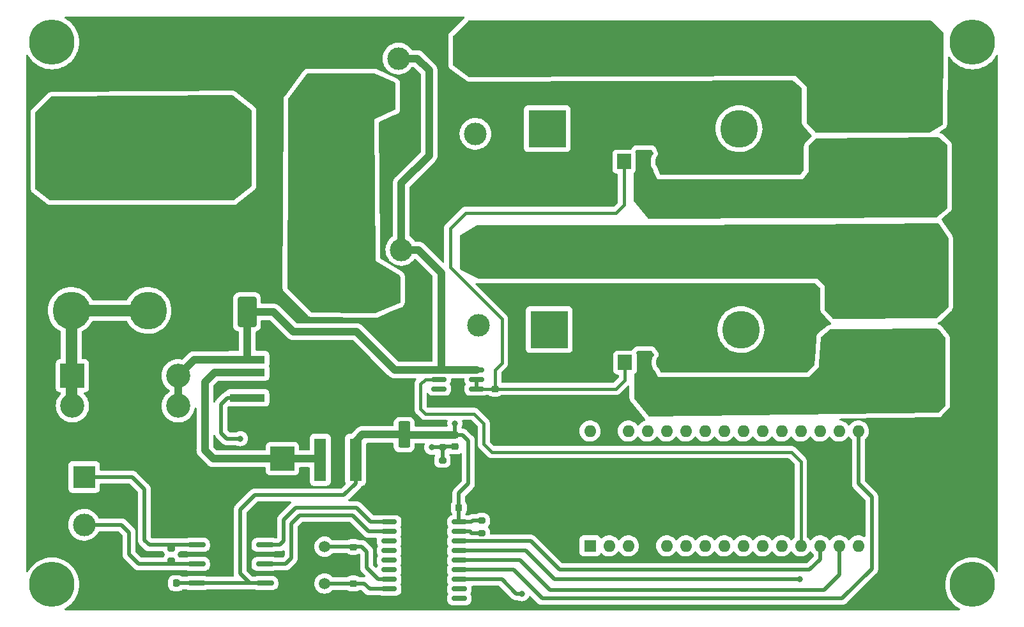
<source format=gbr>
%TF.GenerationSoftware,KiCad,Pcbnew,(6.0.6)*%
%TF.CreationDate,2022-11-23T05:32:29-08:00*%
%TF.ProjectId,FanSpeed_Controller,46616e53-7065-4656-945f-436f6e74726f,rev?*%
%TF.SameCoordinates,Original*%
%TF.FileFunction,Copper,L1,Top*%
%TF.FilePolarity,Positive*%
%FSLAX46Y46*%
G04 Gerber Fmt 4.6, Leading zero omitted, Abs format (unit mm)*
G04 Created by KiCad (PCBNEW (6.0.6)) date 2022-11-23 05:32:29*
%MOMM*%
%LPD*%
G01*
G04 APERTURE LIST*
G04 Aperture macros list*
%AMRoundRect*
0 Rectangle with rounded corners*
0 $1 Rounding radius*
0 $2 $3 $4 $5 $6 $7 $8 $9 X,Y pos of 4 corners*
0 Add a 4 corners polygon primitive as box body*
4,1,4,$2,$3,$4,$5,$6,$7,$8,$9,$2,$3,0*
0 Add four circle primitives for the rounded corners*
1,1,$1+$1,$2,$3*
1,1,$1+$1,$4,$5*
1,1,$1+$1,$6,$7*
1,1,$1+$1,$8,$9*
0 Add four rect primitives between the rounded corners*
20,1,$1+$1,$2,$3,$4,$5,0*
20,1,$1+$1,$4,$5,$6,$7,0*
20,1,$1+$1,$6,$7,$8,$9,0*
20,1,$1+$1,$8,$9,$2,$3,0*%
G04 Aperture macros list end*
%TA.AperFunction,ComponentPad*%
%ADD10R,3.200000X3.200000*%
%TD*%
%TA.AperFunction,ComponentPad*%
%ADD11O,3.200000X3.200000*%
%TD*%
%TA.AperFunction,SMDPad,CuDef*%
%ADD12RoundRect,0.225000X-0.225000X-0.250000X0.225000X-0.250000X0.225000X0.250000X-0.225000X0.250000X0*%
%TD*%
%TA.AperFunction,ComponentPad*%
%ADD13C,1.500000*%
%TD*%
%TA.AperFunction,ComponentPad*%
%ADD14C,5.000000*%
%TD*%
%TA.AperFunction,ComponentPad*%
%ADD15R,5.000000X5.000000*%
%TD*%
%TA.AperFunction,SMDPad,CuDef*%
%ADD16R,1.600000X5.700000*%
%TD*%
%TA.AperFunction,SMDPad,CuDef*%
%ADD17RoundRect,0.200000X0.275000X-0.200000X0.275000X0.200000X-0.275000X0.200000X-0.275000X-0.200000X0*%
%TD*%
%TA.AperFunction,ComponentPad*%
%ADD18R,1.600000X1.600000*%
%TD*%
%TA.AperFunction,ComponentPad*%
%ADD19O,1.600000X1.600000*%
%TD*%
%TA.AperFunction,ComponentPad*%
%ADD20R,3.000000X3.000000*%
%TD*%
%TA.AperFunction,ComponentPad*%
%ADD21C,3.000000*%
%TD*%
%TA.AperFunction,SMDPad,CuDef*%
%ADD22RoundRect,0.150000X-0.825000X-0.150000X0.825000X-0.150000X0.825000X0.150000X-0.825000X0.150000X0*%
%TD*%
%TA.AperFunction,SMDPad,CuDef*%
%ADD23RoundRect,0.200000X-0.275000X0.200000X-0.275000X-0.200000X0.275000X-0.200000X0.275000X0.200000X0*%
%TD*%
%TA.AperFunction,SMDPad,CuDef*%
%ADD24RoundRect,0.225000X-0.250000X0.225000X-0.250000X-0.225000X0.250000X-0.225000X0.250000X0.225000X0*%
%TD*%
%TA.AperFunction,ComponentPad*%
%ADD25C,3.200000*%
%TD*%
%TA.AperFunction,SMDPad,CuDef*%
%ADD26R,4.600000X1.100000*%
%TD*%
%TA.AperFunction,SMDPad,CuDef*%
%ADD27R,9.400000X10.800000*%
%TD*%
%TA.AperFunction,SMDPad,CuDef*%
%ADD28RoundRect,0.225000X0.250000X-0.225000X0.250000X0.225000X-0.250000X0.225000X-0.250000X-0.225000X0*%
%TD*%
%TA.AperFunction,SMDPad,CuDef*%
%ADD29RoundRect,0.150000X-0.875000X-0.150000X0.875000X-0.150000X0.875000X0.150000X-0.875000X0.150000X0*%
%TD*%
%TA.AperFunction,SMDPad,CuDef*%
%ADD30RoundRect,0.162500X1.012500X0.162500X-1.012500X0.162500X-1.012500X-0.162500X1.012500X-0.162500X0*%
%TD*%
%TA.AperFunction,SMDPad,CuDef*%
%ADD31RoundRect,0.250000X1.000000X-1.750000X1.000000X1.750000X-1.000000X1.750000X-1.000000X-1.750000X0*%
%TD*%
%TA.AperFunction,SMDPad,CuDef*%
%ADD32RoundRect,0.250000X-0.550000X1.500000X-0.550000X-1.500000X0.550000X-1.500000X0.550000X1.500000X0*%
%TD*%
%TA.AperFunction,ComponentPad*%
%ADD33R,1.905000X2.000000*%
%TD*%
%TA.AperFunction,ComponentPad*%
%ADD34O,1.905000X2.000000*%
%TD*%
%TA.AperFunction,ComponentPad*%
%ADD35C,6.000000*%
%TD*%
%TA.AperFunction,ViaPad*%
%ADD36C,0.800000*%
%TD*%
%TA.AperFunction,Conductor*%
%ADD37C,0.508000*%
%TD*%
%TA.AperFunction,Conductor*%
%ADD38C,1.016000*%
%TD*%
%TA.AperFunction,Conductor*%
%ADD39C,0.406400*%
%TD*%
%TA.AperFunction,Conductor*%
%ADD40C,1.524000*%
%TD*%
G04 APERTURE END LIST*
D10*
%TO.P,D2,1,A1*%
%TO.N,Net-(J3-Pad2)*%
X207061000Y-44351000D03*
D11*
%TO.P,D2,2,A2*%
%TO.N,Net-(J3-Pad1)*%
X207061000Y-64351000D03*
%TD*%
D10*
%TO.P,D3,1,A1*%
%TO.N,Net-(J4-Pad2)*%
X207061000Y-70894000D03*
D11*
%TO.P,D3,2,A2*%
%TO.N,Net-(J4-Pad1)*%
X207061000Y-90894000D03*
%TD*%
D12*
%TO.P,C5,1*%
%TO.N,GND*%
X153962000Y-85466000D03*
%TO.P,C5,2*%
%TO.N,Net-(C1-Pad1)*%
X155512000Y-85466000D03*
%TD*%
D13*
%TO.P,X1,1*%
%TO.N,Net-(C9-Pad1)*%
X140132000Y-115856000D03*
%TO.P,X1,2*%
%TO.N,Net-(C8-Pad1)*%
X140132000Y-110976000D03*
%TD*%
D12*
%TO.P,C2,1*%
%TO.N,GND*%
X118910000Y-115819000D03*
%TO.P,C2,2*%
%TO.N,+5V*%
X120460000Y-115819000D03*
%TD*%
D14*
%TO.P,HeatSink1,0*%
%TO.N,N/C*%
X195314500Y-82164000D03*
D15*
X169914500Y-82164000D03*
%TD*%
D16*
%TO.P,L1,1,1*%
%TO.N,Net-(D1-Pad1)*%
X139560000Y-99436000D03*
%TO.P,L1,2,2*%
%TO.N,+5V*%
X144260000Y-99436000D03*
%TD*%
D17*
%TO.P,R1,1*%
%TO.N,Net-(J2-Pad2)*%
X119812000Y-112834000D03*
%TO.P,R1,2*%
%TO.N,Net-(J2-Pad1)*%
X119812000Y-111184000D03*
%TD*%
D18*
%TO.P,A1,1,D1/TX*%
%TO.N,unconnected-(A1-Pad1)*%
X175312000Y-110856000D03*
D19*
%TO.P,A1,2,D0/RX*%
%TO.N,unconnected-(A1-Pad2)*%
X177852000Y-110856000D03*
%TO.P,A1,3,~{RESET}*%
%TO.N,unconnected-(A1-Pad3)*%
X180392000Y-110856000D03*
%TO.P,A1,4,GND*%
%TO.N,GND*%
X182932000Y-110856000D03*
%TO.P,A1,5,D2*%
%TO.N,/~{INT}*%
X185472000Y-110856000D03*
%TO.P,A1,6,D3*%
%TO.N,unconnected-(A1-Pad6)*%
X188012000Y-110856000D03*
%TO.P,A1,7,D4*%
%TO.N,unconnected-(A1-Pad7)*%
X190552000Y-110856000D03*
%TO.P,A1,8,D5*%
%TO.N,unconnected-(A1-Pad8)*%
X193092000Y-110856000D03*
%TO.P,A1,9,D6*%
%TO.N,unconnected-(A1-Pad9)*%
X195632000Y-110856000D03*
%TO.P,A1,10,D7*%
%TO.N,unconnected-(A1-Pad10)*%
X198172000Y-110856000D03*
%TO.P,A1,11,D8*%
%TO.N,unconnected-(A1-Pad11)*%
X200712000Y-110856000D03*
%TO.P,A1,12,D9*%
%TO.N,/FAN_CON*%
X203252000Y-110856000D03*
%TO.P,A1,13,D10*%
%TO.N,/SPI_~{CS}*%
X205792000Y-110856000D03*
%TO.P,A1,14,D11*%
%TO.N,/SPI_MOSI*%
X208332000Y-110856000D03*
%TO.P,A1,15,D12*%
%TO.N,/SPI_MISO*%
X210872000Y-110856000D03*
%TO.P,A1,16,D13*%
%TO.N,/SPI_SCK*%
X210872000Y-95616000D03*
%TO.P,A1,17,3V3*%
%TO.N,unconnected-(A1-Pad17)*%
X208332000Y-95616000D03*
%TO.P,A1,18,AREF*%
%TO.N,unconnected-(A1-Pad18)*%
X205792000Y-95616000D03*
%TO.P,A1,19,A0*%
%TO.N,unconnected-(A1-Pad19)*%
X203252000Y-95616000D03*
%TO.P,A1,20,A1*%
%TO.N,unconnected-(A1-Pad20)*%
X200712000Y-95616000D03*
%TO.P,A1,21,A2*%
%TO.N,unconnected-(A1-Pad21)*%
X198172000Y-95616000D03*
%TO.P,A1,22,A3*%
%TO.N,unconnected-(A1-Pad22)*%
X195632000Y-95616000D03*
%TO.P,A1,23,A4*%
%TO.N,unconnected-(A1-Pad23)*%
X193092000Y-95616000D03*
%TO.P,A1,24,A5*%
%TO.N,unconnected-(A1-Pad24)*%
X190552000Y-95616000D03*
%TO.P,A1,25,A6*%
%TO.N,unconnected-(A1-Pad25)*%
X188012000Y-95616000D03*
%TO.P,A1,26,A7*%
%TO.N,unconnected-(A1-Pad26)*%
X185472000Y-95616000D03*
%TO.P,A1,27,+5V*%
%TO.N,unconnected-(A1-Pad27)*%
X182932000Y-95616000D03*
%TO.P,A1,28,~{RESET}*%
%TO.N,unconnected-(A1-Pad28)*%
X180392000Y-95616000D03*
%TO.P,A1,29,GND*%
%TO.N,GND*%
X177852000Y-95616000D03*
%TO.P,A1,30,VIN*%
%TO.N,+5V*%
X175312000Y-95616000D03*
%TD*%
D20*
%TO.P,J2,1,Pin_1*%
%TO.N,Net-(J2-Pad1)*%
X108255000Y-101722000D03*
D21*
%TO.P,J2,2,Pin_2*%
%TO.N,Net-(J2-Pad2)*%
X108255000Y-108072000D03*
%TD*%
D22*
%TO.P,U3,1,VS*%
%TO.N,Net-(C1-Pad1)*%
X155310000Y-87498000D03*
%TO.P,U3,2,IN*%
%TO.N,/FAN_CON*%
X155310000Y-88768000D03*
%TO.P,U3,3,NC*%
%TO.N,unconnected-(U3-Pad3)*%
X155310000Y-90038000D03*
%TO.P,U3,4,GND*%
%TO.N,GND*%
X155310000Y-91308000D03*
%TO.P,U3,5,GND*%
X160260000Y-91308000D03*
%TO.P,U3,6,OUT*%
%TO.N,Net-(C7-Pad1)*%
X160260000Y-90038000D03*
%TO.P,U3,7,OUT*%
X160260000Y-88768000D03*
%TO.P,U3,8,VS*%
%TO.N,Net-(C1-Pad1)*%
X160260000Y-87498000D03*
%TD*%
D21*
%TO.P,K1,1*%
%TO.N,Net-(J3-Pad2)*%
X160125000Y-46176000D03*
%TO.P,K1,2*%
%TO.N,unconnected-(K1-Pad2)*%
X160125000Y-56176000D03*
%TO.P,K1,3*%
%TO.N,GND*%
X149925000Y-56176000D03*
%TO.P,K1,4*%
%TO.N,Net-(C1-Pad1)*%
X149925000Y-46176000D03*
%TO.P,K1,5*%
%TO.N,Net-(FH1-Pad3)*%
X147425000Y-51176000D03*
%TD*%
D23*
%TO.P,R4,1*%
%TO.N,Net-(C6-Pad2)*%
X155753000Y-99500000D03*
%TO.P,R4,2*%
%TO.N,GND*%
X155753000Y-101150000D03*
%TD*%
D24*
%TO.P,C6,1*%
%TO.N,+5V*%
X157404000Y-96121000D03*
%TO.P,C6,2*%
%TO.N,Net-(C6-Pad2)*%
X157404000Y-97671000D03*
%TD*%
D23*
%TO.P,R2,1*%
%TO.N,+5V*%
X160960000Y-107501000D03*
%TO.P,R2,2*%
%TO.N,Net-(R2-Pad2)*%
X160960000Y-109151000D03*
%TD*%
D10*
%TO.P,FH1,1,1*%
%TO.N,Net-(FH1-Pad1)*%
X126020000Y-56669000D03*
D25*
%TO.P,FH1,2,2*%
X126020000Y-60669000D03*
%TO.P,FH1,3,3*%
%TO.N,Net-(FH1-Pad3)*%
X140020000Y-60669000D03*
%TO.P,FH1,4,4*%
X140020000Y-56669000D03*
%TD*%
D21*
%TO.P,K2,1*%
%TO.N,Net-(J4-Pad2)*%
X160506000Y-71576000D03*
%TO.P,K2,2*%
%TO.N,unconnected-(K2-Pad2)*%
X160506000Y-81576000D03*
%TO.P,K2,3*%
%TO.N,GND*%
X150306000Y-81576000D03*
%TO.P,K2,4*%
%TO.N,Net-(C1-Pad1)*%
X150306000Y-71576000D03*
%TO.P,K2,5*%
%TO.N,Net-(FH1-Pad3)*%
X147806000Y-76576000D03*
%TD*%
D26*
%TO.P,U2,1,VIN*%
%TO.N,Net-(C1-Pad1)*%
X129912000Y-86130000D03*
%TO.P,U2,2,OUT*%
%TO.N,Net-(D1-Pad1)*%
X129912000Y-87830000D03*
%TO.P,U2,3,GND*%
%TO.N,GND*%
X129912000Y-89530000D03*
D27*
X139062000Y-89530000D03*
D26*
%TO.P,U2,4,FB*%
%TO.N,Net-(C6-Pad2)*%
X129912000Y-91230000D03*
%TO.P,U2,5,~{ON}/OFF*%
%TO.N,GND*%
X129912000Y-92930000D03*
%TD*%
D20*
%TO.P,J4,1,Pin_1*%
%TO.N,Net-(J4-Pad1)*%
X219507000Y-84704000D03*
D21*
%TO.P,J4,2,Pin_2*%
%TO.N,Net-(J4-Pad2)*%
X219507000Y-78354000D03*
%TD*%
D28*
%TO.P,C9,1*%
%TO.N,Net-(C9-Pad1)*%
X143942000Y-115869000D03*
%TO.P,C9,2*%
%TO.N,GND*%
X143942000Y-114319000D03*
%TD*%
D29*
%TO.P,U4,1,TXCAN*%
%TO.N,Net-(U1-Pad3)*%
X148690000Y-107691000D03*
%TO.P,U4,2,RXCAN*%
%TO.N,Net-(U1-Pad2)*%
X148690000Y-108961000D03*
%TO.P,U4,3,CLKOUT/SOF*%
%TO.N,unconnected-(U4-Pad3)*%
X148690000Y-110231000D03*
%TO.P,U4,4,~{TX0RTS}*%
%TO.N,unconnected-(U4-Pad4)*%
X148690000Y-111501000D03*
%TO.P,U4,5,~{TX1RTS}*%
%TO.N,unconnected-(U4-Pad5)*%
X148690000Y-112771000D03*
%TO.P,U4,6,~{TX2RTS}*%
%TO.N,unconnected-(U4-Pad6)*%
X148690000Y-114041000D03*
%TO.P,U4,7,OSC2*%
%TO.N,Net-(C8-Pad1)*%
X148690000Y-115311000D03*
%TO.P,U4,8,OSC1*%
%TO.N,Net-(C9-Pad1)*%
X148690000Y-116581000D03*
%TO.P,U4,9,VSS*%
%TO.N,GND*%
X148690000Y-117851000D03*
%TO.P,U4,10,~{RX1BF}*%
%TO.N,unconnected-(U4-Pad10)*%
X157990000Y-117851000D03*
%TO.P,U4,11,~{RX0BF}*%
%TO.N,unconnected-(U4-Pad11)*%
X157990000Y-116581000D03*
%TO.P,U4,12,~{INT}*%
%TO.N,/~{INT}*%
X157990000Y-115311000D03*
%TO.P,U4,13,SCK*%
%TO.N,/SPI_SCK*%
X157990000Y-114041000D03*
%TO.P,U4,14,SI*%
%TO.N,/SPI_MOSI*%
X157990000Y-112771000D03*
%TO.P,U4,15,SO*%
%TO.N,/SPI_MISO*%
X157990000Y-111501000D03*
%TO.P,U4,16,~{CS}*%
%TO.N,/SPI_~{CS}*%
X157990000Y-110231000D03*
%TO.P,U4,17,~{RESET}*%
%TO.N,Net-(R2-Pad2)*%
X157990000Y-108961000D03*
%TO.P,U4,18,VDD*%
%TO.N,+5V*%
X157990000Y-107691000D03*
%TD*%
D23*
%TO.P,R3,1*%
%TO.N,+5V*%
X155753000Y-96071000D03*
%TO.P,R3,2*%
%TO.N,Net-(C6-Pad2)*%
X155753000Y-97721000D03*
%TD*%
D30*
%TO.P,U1,1,VCC1*%
%TO.N,+5V*%
X132211000Y-115819000D03*
%TO.P,U1,2,RXD*%
%TO.N,Net-(U1-Pad2)*%
X132211000Y-113279000D03*
%TO.P,U1,3,TXD*%
%TO.N,Net-(U1-Pad3)*%
X132211000Y-110739000D03*
%TO.P,U1,4,GND1*%
%TO.N,GND*%
X132211000Y-108199000D03*
%TO.P,U1,5,GND2*%
X123161000Y-108199000D03*
%TO.P,U1,6,CANL*%
%TO.N,Net-(J2-Pad1)*%
X123161000Y-110739000D03*
%TO.P,U1,7,CANH*%
%TO.N,Net-(J2-Pad2)*%
X123161000Y-113279000D03*
%TO.P,U1,8,VCC2*%
%TO.N,+5V*%
X123161000Y-115819000D03*
%TD*%
D10*
%TO.P,FH2,1,1*%
%TO.N,Net-(FH2-Pad1)*%
X106716000Y-88292000D03*
D25*
%TO.P,FH2,2,2*%
X106716000Y-92292000D03*
%TO.P,FH2,3,3*%
%TO.N,Net-(C1-Pad1)*%
X120716000Y-92292000D03*
%TO.P,FH2,4,4*%
X120716000Y-88292000D03*
%TD*%
D31*
%TO.P,C1,1*%
%TO.N,Net-(C1-Pad1)*%
X129845000Y-79800500D03*
%TO.P,C1,2*%
%TO.N,GND*%
X129845000Y-71800500D03*
%TD*%
D10*
%TO.P,D1,1,K*%
%TO.N,Net-(D1-Pad1)*%
X134544000Y-99309000D03*
D11*
%TO.P,D1,2,A*%
%TO.N,GND*%
X119304000Y-99309000D03*
%TD*%
D12*
%TO.P,C4,1*%
%TO.N,GND*%
X156375000Y-105786000D03*
%TO.P,C4,2*%
%TO.N,+5V*%
X157925000Y-105786000D03*
%TD*%
D24*
%TO.P,C7,1*%
%TO.N,Net-(C7-Pad1)*%
X162738000Y-90025000D03*
%TO.P,C7,2*%
%TO.N,GND*%
X162738000Y-91575000D03*
%TD*%
D14*
%TO.P,HeatSink2,0*%
%TO.N,N/C*%
X195060500Y-55494000D03*
D15*
X169660500Y-55494000D03*
%TD*%
D32*
%TO.P,C3,1*%
%TO.N,+5V*%
X150673000Y-96101000D03*
%TO.P,C3,2*%
%TO.N,GND*%
X150673000Y-101501000D03*
%TD*%
D20*
%TO.P,J3,1,Pin_1*%
%TO.N,Net-(J3-Pad1)*%
X219127000Y-59050000D03*
D21*
%TO.P,J3,2,Pin_2*%
%TO.N,Net-(J3-Pad2)*%
X219127000Y-52700000D03*
%TD*%
D15*
%TO.P,J1,1,Pin_1*%
%TO.N,Net-(FH1-Pad1)*%
X116715500Y-59304000D03*
X106555500Y-59304000D03*
D14*
%TO.P,J1,2,Pin_2*%
%TO.N,GND*%
X116715500Y-69464000D03*
X106555500Y-69464000D03*
%TO.P,J1,3,Pin_3*%
%TO.N,Net-(FH2-Pad1)*%
X106555500Y-79624000D03*
X116715500Y-79624000D03*
%TD*%
D33*
%TO.P,Q2,1,G*%
%TO.N,Net-(C7-Pad1)*%
X179947500Y-86538000D03*
D34*
%TO.P,Q2,2,D*%
%TO.N,Net-(J4-Pad1)*%
X182487500Y-86538000D03*
%TO.P,Q2,3,S*%
%TO.N,GND*%
X185027500Y-86538000D03*
%TD*%
D33*
%TO.P,Q1,1,G*%
%TO.N,Net-(C7-Pad1)*%
X179820500Y-59868000D03*
D34*
%TO.P,Q1,2,D*%
%TO.N,Net-(J3-Pad1)*%
X182360500Y-59868000D03*
%TO.P,Q1,3,S*%
%TO.N,GND*%
X184900500Y-59868000D03*
%TD*%
D24*
%TO.P,C8,1*%
%TO.N,Net-(C8-Pad1)*%
X143942000Y-111017000D03*
%TO.P,C8,2*%
%TO.N,GND*%
X143942000Y-112567000D03*
%TD*%
D35*
%TO.P,H3,1*%
%TO.N,N/C*%
X226000000Y-116000000D03*
%TD*%
%TO.P,H2,1*%
%TO.N,N/C*%
X104000000Y-116000000D03*
%TD*%
%TO.P,H4,1*%
%TO.N,N/C*%
X226000000Y-44000000D03*
%TD*%
%TO.P,H1,1*%
%TO.N,N/C*%
X104000000Y-44000000D03*
%TD*%
D36*
%TO.N,GND*%
X151943000Y-58288000D03*
X151816000Y-48636000D03*
X126162000Y-90038000D03*
X128321000Y-94864000D03*
X201854000Y-112644000D03*
X196901000Y-112644000D03*
X191821000Y-112644000D03*
X187376000Y-112771000D03*
X164516000Y-88387000D03*
X161849000Y-77084000D03*
X101270000Y-112644000D03*
X107620000Y-41397000D03*
X101397000Y-48001000D03*
X204013000Y-86609000D03*
X201219000Y-85847000D03*
X201219000Y-82037000D03*
X201346000Y-77465000D03*
X205664000Y-81148000D03*
X204902000Y-77084000D03*
X189535000Y-83942000D03*
X175819000Y-87752000D03*
X175692000Y-84323000D03*
X177597000Y-88514000D03*
X189662000Y-87244000D03*
X189662000Y-77084000D03*
X185852000Y-77084000D03*
X181661000Y-77084000D03*
X176200000Y-77084000D03*
X175438000Y-61082000D03*
X175692000Y-50160000D03*
X189789000Y-50287000D03*
X189154000Y-60828000D03*
X202108000Y-60574000D03*
X201981000Y-50795000D03*
X203124000Y-56510000D03*
X223698000Y-47747000D03*
X223190000Y-56256000D03*
X223190000Y-67813000D03*
X223063000Y-81529000D03*
X221412000Y-95118000D03*
X216713000Y-95118000D03*
X213284000Y-95245000D03*
X212395000Y-100452000D03*
X214427000Y-103881000D03*
X214427000Y-109088000D03*
X214681000Y-115184000D03*
X212522000Y-118105000D03*
X216967000Y-117978000D03*
X221285000Y-117851000D03*
X222301000Y-112898000D03*
X227889000Y-110739000D03*
X227635000Y-106167000D03*
X228016000Y-101468000D03*
X228016000Y-96896000D03*
X228143000Y-92324000D03*
X228016000Y-87244000D03*
X228270000Y-81148000D03*
X228143000Y-75052000D03*
X228016000Y-69972000D03*
X228143000Y-64638000D03*
X228143000Y-59431000D03*
X228016000Y-53970000D03*
X228016000Y-49271000D03*
X201600000Y-107183000D03*
X201727000Y-102865000D03*
X199822000Y-100325000D03*
X195377000Y-100325000D03*
X191567000Y-100325000D03*
X186995000Y-100325000D03*
X182550000Y-100071000D03*
X178359000Y-100198000D03*
X174041000Y-100071000D03*
X108509000Y-118232000D03*
X102286000Y-108834000D03*
X102286000Y-101341000D03*
X102286000Y-94102000D03*
X102159000Y-89022000D03*
X120828000Y-82418000D03*
X120701000Y-76703000D03*
X120574000Y-72512000D03*
X133528000Y-76703000D03*
X133274000Y-71877000D03*
X133909000Y-66543000D03*
X132893000Y-61590000D03*
X132893000Y-57272000D03*
X132893000Y-52700000D03*
X129972000Y-66797000D03*
X125527000Y-67051000D03*
X122098000Y-67051000D03*
X177597000Y-64638000D03*
X172390000Y-64892000D03*
X167564000Y-64638000D03*
X163119000Y-64892000D03*
X158928000Y-64892000D03*
X155626000Y-67178000D03*
X155245000Y-71623000D03*
X152324000Y-68448000D03*
X152578000Y-63749000D03*
X155245000Y-62098000D03*
X156515000Y-58161000D03*
X163500000Y-60955000D03*
X163754000Y-56383000D03*
X164389000Y-50668000D03*
X161087000Y-50668000D03*
X156261000Y-53843000D03*
X148260000Y-61717000D03*
X149022000Y-59431000D03*
X157404000Y-49652000D03*
X151562000Y-42794000D03*
X141529000Y-42794000D03*
X134925000Y-48890000D03*
X135433000Y-43048000D03*
X128321000Y-49017000D03*
X128321000Y-43302000D03*
X121590000Y-48763000D03*
X121717000Y-43556000D03*
X116002000Y-48636000D03*
X115875000Y-43048000D03*
X110922000Y-48636000D03*
X110668000Y-43683000D03*
X164135000Y-118613000D03*
X160960000Y-117343000D03*
X155118000Y-116200000D03*
X152324000Y-116327000D03*
X154991000Y-112390000D03*
X152197000Y-112517000D03*
X154991000Y-109088000D03*
X152070000Y-109088000D03*
X144704000Y-118613000D03*
X135306000Y-115438000D03*
X135306000Y-118359000D03*
X131369000Y-118359000D03*
X127940000Y-118359000D03*
X124765000Y-118359000D03*
X120955000Y-118359000D03*
X117145000Y-118105000D03*
X117145000Y-115057000D03*
X114224000Y-114803000D03*
X112319000Y-112898000D03*
X112319000Y-110231000D03*
X126416000Y-107945000D03*
X126289000Y-110993000D03*
X126162000Y-113914000D03*
X118161000Y-108453000D03*
X128067000Y-104135000D03*
X131369000Y-101468000D03*
X137084000Y-102357000D03*
X152959000Y-106040000D03*
X155626000Y-104135000D03*
X157658000Y-101976000D03*
X146609000Y-99055000D03*
X147752000Y-105786000D03*
X145085000Y-104389000D03*
X204902000Y-105278000D03*
X204775000Y-101722000D03*
X204775000Y-98039000D03*
X209220000Y-99055000D03*
X209220000Y-103119000D03*
X211125000Y-105151000D03*
X211125000Y-108326000D03*
X208204000Y-108326000D03*
X205156000Y-108453000D03*
X172898000Y-112263000D03*
X170358000Y-110231000D03*
X166040000Y-108580000D03*
X169596000Y-99817000D03*
X166294000Y-99817000D03*
X163373000Y-99817000D03*
X161595000Y-106040000D03*
X162865000Y-108453000D03*
X159563000Y-104516000D03*
X160833000Y-102103000D03*
X160579000Y-99309000D03*
X179629000Y-91689000D03*
X176962000Y-91816000D03*
X173914000Y-91816000D03*
X170993000Y-91816000D03*
X167945000Y-91689000D03*
X165024000Y-91689000D03*
X161849000Y-92959000D03*
X157658000Y-91435000D03*
X157785000Y-89403000D03*
X147625000Y-81910000D03*
X151816000Y-74290000D03*
X150292000Y-84704000D03*
X126670000Y-83180000D03*
X132385000Y-83180000D03*
X146482000Y-94356000D03*
X149403000Y-92832000D03*
X151435000Y-91816000D03*
X149784000Y-89403000D03*
X146990000Y-88387000D03*
X145085000Y-86228000D03*
%TO.N,Net-(J3-Pad2)*%
X202870000Y-42413000D03*
X206807000Y-41778000D03*
X210617000Y-41778000D03*
X215189000Y-41778000D03*
X218872000Y-41778000D03*
X221412000Y-43683000D03*
X221412000Y-47366000D03*
X221412000Y-50922000D03*
X220650000Y-55113000D03*
X217094000Y-55367000D03*
X213665000Y-55367000D03*
X210236000Y-55367000D03*
X207188000Y-55367000D03*
X204775000Y-54224000D03*
X204775000Y-51049000D03*
X204013000Y-48509000D03*
%TO.N,Net-(J3-Pad1)*%
X221666000Y-58034000D03*
X222047000Y-61209000D03*
X222047000Y-64511000D03*
X220142000Y-66670000D03*
X216205000Y-66670000D03*
X212776000Y-66670000D03*
X209220000Y-66670000D03*
X216332000Y-57653000D03*
X213030000Y-57653000D03*
X210109000Y-57653000D03*
X207696000Y-57653000D03*
X205410000Y-57653000D03*
X204902000Y-59939000D03*
X204521000Y-62225000D03*
X202108000Y-62987000D03*
X199060000Y-62987000D03*
X196520000Y-62987000D03*
X204394000Y-66797000D03*
X201473000Y-66797000D03*
X198933000Y-66797000D03*
X196012000Y-66797000D03*
X193218000Y-66797000D03*
X193726000Y-62987000D03*
X190678000Y-66797000D03*
X191059000Y-62987000D03*
X188265000Y-66797000D03*
X185852000Y-66797000D03*
X188519000Y-62987000D03*
X186233000Y-62987000D03*
X183439000Y-66797000D03*
X181788000Y-64765000D03*
X183820000Y-62733000D03*
X181661000Y-62098000D03*
%TO.N,Net-(J4-Pad2)*%
X222174000Y-77211000D03*
X222174000Y-73909000D03*
X222174000Y-70861000D03*
X221158000Y-68956000D03*
X218364000Y-68956000D03*
X215189000Y-68956000D03*
X212395000Y-68956000D03*
X209601000Y-68956000D03*
X217856000Y-80005000D03*
X214681000Y-80005000D03*
X211506000Y-80005000D03*
X208712000Y-80005000D03*
X207061000Y-78481000D03*
X206934000Y-75687000D03*
X204775000Y-74163000D03*
%TO.N,Net-(J4-Pad1)*%
X221666000Y-88133000D03*
X221793000Y-90800000D03*
X220650000Y-92578000D03*
X217983000Y-92578000D03*
X215062000Y-92705000D03*
X212268000Y-92705000D03*
X209347000Y-92705000D03*
X216205000Y-82799000D03*
X212903000Y-82799000D03*
X210109000Y-82799000D03*
X207569000Y-82926000D03*
X206553000Y-84958000D03*
X206172000Y-87879000D03*
X203886000Y-89022000D03*
X200965000Y-89022000D03*
X198171000Y-89022000D03*
X195504000Y-89022000D03*
X203378000Y-92705000D03*
X200330000Y-92705000D03*
X197790000Y-92705000D03*
X195250000Y-92705000D03*
X193218000Y-92705000D03*
X192710000Y-89022000D03*
X190805000Y-92832000D03*
X190043000Y-89149000D03*
X187757000Y-89149000D03*
X185598000Y-89149000D03*
X188265000Y-92832000D03*
X185979000Y-92832000D03*
X183312000Y-92832000D03*
X181788000Y-90546000D03*
X183693000Y-88387000D03*
X181788000Y-88514000D03*
%TO.N,Net-(FH1-Pad3)*%
X146990000Y-53335000D03*
X145847000Y-55748000D03*
X145974000Y-59050000D03*
X145974000Y-62225000D03*
X146101000Y-65019000D03*
X146101000Y-67813000D03*
X146228000Y-70607000D03*
X146355000Y-73909000D03*
X149276000Y-78354000D03*
X145593000Y-78862000D03*
X141783000Y-78862000D03*
X138608000Y-78862000D03*
X136449000Y-75941000D03*
X136449000Y-73020000D03*
X136449000Y-70099000D03*
X136449000Y-67051000D03*
X136449000Y-64130000D03*
X136322000Y-61082000D03*
X136322000Y-58034000D03*
X136322000Y-54859000D03*
X145212000Y-49144000D03*
X141402000Y-49144000D03*
X138354000Y-49144000D03*
X136322000Y-51938000D03*
%TO.N,Net-(FH1-Pad1)*%
X102540000Y-57272000D03*
X102540000Y-60320000D03*
X102540000Y-62860000D03*
X104445000Y-64130000D03*
X107493000Y-64130000D03*
X111049000Y-64130000D03*
X113843000Y-64257000D03*
X117145000Y-64257000D03*
X120701000Y-64257000D03*
X124003000Y-64257000D03*
X127559000Y-64257000D03*
X129718000Y-62352000D03*
X129591000Y-59177000D03*
X129591000Y-56383000D03*
X129464000Y-53335000D03*
X126035000Y-51938000D03*
X122352000Y-52065000D03*
X119558000Y-52065000D03*
X116891000Y-52065000D03*
X113843000Y-52065000D03*
X110795000Y-52065000D03*
X107874000Y-52065000D03*
X105080000Y-52065000D03*
X102667000Y-53843000D03*
%TO.N,Net-(J4-Pad2)*%
X166802000Y-74290000D03*
X183693000Y-74290000D03*
X201981000Y-74290000D03*
X192710000Y-74290000D03*
X198806000Y-74290000D03*
X189662000Y-74290000D03*
X195758000Y-74290000D03*
X186614000Y-74290000D03*
X180772000Y-74290000D03*
X177724000Y-74290000D03*
X175057000Y-74290000D03*
X172390000Y-74290000D03*
X169850000Y-74290000D03*
X163754000Y-74290000D03*
X201981000Y-70099000D03*
X198806000Y-70099000D03*
X195758000Y-70099000D03*
X192710000Y-70099000D03*
X189662000Y-70099000D03*
X186614000Y-70099000D03*
X183693000Y-70099000D03*
X180772000Y-70099000D03*
X177724000Y-70099000D03*
X175057000Y-70099000D03*
X172390000Y-70099000D03*
X169850000Y-70099000D03*
X166802000Y-70099000D03*
X163754000Y-70099000D03*
%TO.N,Net-(J3-Pad2)*%
X181407000Y-46731000D03*
X176835000Y-46731000D03*
X178994000Y-46731000D03*
X174803000Y-46731000D03*
X172517000Y-46731000D03*
X165786000Y-46731000D03*
X168072000Y-46731000D03*
X201346000Y-46731000D03*
X185725000Y-46731000D03*
X194742000Y-46731000D03*
X192456000Y-46731000D03*
X196774000Y-46731000D03*
X198933000Y-46731000D03*
X188011000Y-46731000D03*
X190297000Y-46731000D03*
X170358000Y-46731000D03*
X183312000Y-46731000D03*
X163373000Y-46731000D03*
X199441000Y-42667000D03*
X194869000Y-42667000D03*
X197028000Y-42667000D03*
X192837000Y-42667000D03*
X190551000Y-42667000D03*
X183820000Y-42667000D03*
X186106000Y-42667000D03*
X188392000Y-42667000D03*
X181407000Y-42667000D03*
X179502000Y-42667000D03*
X177089000Y-42667000D03*
X174930000Y-42667000D03*
X172898000Y-42667000D03*
X170612000Y-42667000D03*
X168453000Y-42667000D03*
X166167000Y-42667000D03*
X163881000Y-42667000D03*
X161468000Y-42667000D03*
%TO.N,GND*%
X130353000Y-94610000D03*
%TO.N,+5V*%
X157404000Y-94610000D03*
%TO.N,/~{INT}*%
X166294000Y-117216000D03*
%TO.N,/SPI_MISO*%
X203125000Y-115311000D03*
%TO.N,Net-(C6-Pad2)*%
X128956000Y-96642000D03*
X154356000Y-97785000D03*
%TD*%
D37*
%TO.N,/SPI_SCK*%
X212650000Y-104389000D02*
X212650000Y-113913000D01*
D38*
%TO.N,GND*%
X129912000Y-92930000D02*
X129912000Y-94169000D01*
X129912000Y-94169000D02*
X130353000Y-94610000D01*
X129912000Y-89530000D02*
X139062000Y-89530000D01*
%TO.N,+5V*%
X145118000Y-96101000D02*
X150673000Y-96101000D01*
X150693000Y-96121000D02*
X150673000Y-96101000D01*
D37*
X130861000Y-104135000D02*
X142672000Y-104135000D01*
D38*
X144260000Y-96959000D02*
X145118000Y-96101000D01*
D37*
X132211000Y-115819000D02*
X123161000Y-115819000D01*
D38*
X144260000Y-99436000D02*
X144260000Y-96959000D01*
D37*
X157404000Y-94610000D02*
X157404000Y-96121000D01*
X123161000Y-115819000D02*
X120460000Y-115819000D01*
X132211000Y-115819000D02*
X130226000Y-115819000D01*
X159182000Y-102611000D02*
X159182000Y-96896000D01*
X144260000Y-102547000D02*
X144260000Y-99436000D01*
X159563000Y-107691000D02*
X159753000Y-107501000D01*
X130226000Y-115819000D02*
X128956000Y-114549000D01*
D38*
X157404000Y-96121000D02*
X150693000Y-96121000D01*
D37*
X157925000Y-105786000D02*
X157925000Y-107626000D01*
X128956000Y-114549000D02*
X128956000Y-106040000D01*
X158407000Y-96121000D02*
X157404000Y-96121000D01*
X157925000Y-107626000D02*
X157990000Y-107691000D01*
X157925000Y-103868000D02*
X159182000Y-102611000D01*
X157990000Y-107691000D02*
X159563000Y-107691000D01*
X128956000Y-106040000D02*
X130861000Y-104135000D01*
X142672000Y-104135000D02*
X144260000Y-102547000D01*
X159753000Y-107501000D02*
X160960000Y-107501000D01*
X157925000Y-105786000D02*
X157925000Y-103868000D01*
X159182000Y-96896000D02*
X158407000Y-96121000D01*
%TO.N,/~{INT}*%
X163627000Y-115311000D02*
X157990000Y-115311000D01*
X166294000Y-117216000D02*
X165532000Y-117216000D01*
X165532000Y-117216000D02*
X163627000Y-115311000D01*
D39*
%TO.N,/FAN_CON*%
X153467000Y-88768000D02*
X155310000Y-88768000D01*
X161214000Y-97340500D02*
X161214000Y-94610000D01*
X203252000Y-99690000D02*
X201982000Y-98420000D01*
X152832000Y-92705000D02*
X152832000Y-89403000D01*
X153467000Y-93340000D02*
X152832000Y-92705000D01*
X201981000Y-98420000D02*
X162293500Y-98420000D01*
X162293500Y-98420000D02*
X161214000Y-97340500D01*
X159944000Y-93340000D02*
X153467000Y-93340000D01*
X203252000Y-110856000D02*
X203252000Y-99690000D01*
X161214000Y-94610000D02*
X159944000Y-93340000D01*
X152832000Y-89403000D02*
X153467000Y-88768000D01*
D37*
%TO.N,/SPI_~{CS}*%
X167437000Y-110231000D02*
X171247000Y-114041000D01*
X204395000Y-114041000D02*
X205792000Y-112644000D01*
X157990000Y-110231000D02*
X167437000Y-110231000D01*
X205792000Y-112644000D02*
X205792000Y-110856000D01*
X171247000Y-114041000D02*
X204395000Y-114041000D01*
%TO.N,/SPI_MOSI*%
X157990000Y-112771000D02*
X166040000Y-112771000D01*
X206300000Y-116708000D02*
X208332000Y-114676000D01*
X169977000Y-116708000D02*
X206300000Y-116708000D01*
X166040000Y-112771000D02*
X169977000Y-116708000D01*
X208332000Y-114676000D02*
X208332000Y-110856000D01*
%TO.N,/SPI_MISO*%
X170612000Y-115311000D02*
X203125000Y-115311000D01*
X166802000Y-111501000D02*
X170612000Y-115311000D01*
X157990000Y-111501000D02*
X166802000Y-111501000D01*
%TO.N,/SPI_SCK*%
X212650000Y-104389000D02*
X210872000Y-102611000D01*
X210872000Y-102611000D02*
X210872000Y-95616000D01*
X168961000Y-117851000D02*
X208712000Y-117851000D01*
X165151000Y-114041000D02*
X168961000Y-117851000D01*
X157990000Y-114041000D02*
X165151000Y-114041000D01*
X208712000Y-117851000D02*
X212650000Y-113913000D01*
%TO.N,Net-(C8-Pad1)*%
X148690000Y-115311000D02*
X147244000Y-115311000D01*
X145068000Y-110976000D02*
X140132000Y-110976000D01*
X145720000Y-111628000D02*
X145068000Y-110976000D01*
X147244000Y-115311000D02*
X145720000Y-113787000D01*
X145720000Y-113787000D02*
X145720000Y-111628000D01*
%TO.N,Net-(C9-Pad1)*%
X145376000Y-115856000D02*
X140132000Y-115856000D01*
X148690000Y-116581000D02*
X146101000Y-116581000D01*
X146101000Y-116581000D02*
X145376000Y-115856000D01*
D38*
%TO.N,Net-(D1-Pad1)*%
X125400000Y-99309000D02*
X134544000Y-99309000D01*
X139433000Y-99309000D02*
X139560000Y-99436000D01*
X124257000Y-89149000D02*
X124257000Y-98166000D01*
X124257000Y-98166000D02*
X125400000Y-99309000D01*
X125576000Y-87830000D02*
X124257000Y-89149000D01*
X134544000Y-99309000D02*
X139433000Y-99309000D01*
X129912000Y-87830000D02*
X125576000Y-87830000D01*
D40*
%TO.N,Net-(FH2-Pad1)*%
X116715500Y-79624000D02*
X106555500Y-79624000D01*
X106555500Y-79624000D02*
X106555500Y-92131500D01*
X106555500Y-92131500D02*
X106716000Y-92292000D01*
D38*
%TO.N,Net-(C1-Pad1)*%
X155578000Y-85593000D02*
X155578000Y-87230000D01*
X153975000Y-59050000D02*
X153975000Y-47747000D01*
X150306000Y-71576000D02*
X152531000Y-71576000D01*
X133323500Y-79800500D02*
X135941000Y-82418000D01*
X155578000Y-87230000D02*
X155310000Y-87498000D01*
X150306000Y-62719000D02*
X153975000Y-59050000D01*
X152531000Y-71576000D02*
X155578000Y-74623000D01*
X129912000Y-79867500D02*
X129845000Y-79800500D01*
X129845000Y-79800500D02*
X133323500Y-79800500D01*
X122878000Y-86130000D02*
X120716000Y-88292000D01*
X150306000Y-71576000D02*
X150306000Y-62719000D01*
X153975000Y-47747000D02*
X152404000Y-46176000D01*
X129912000Y-86130000D02*
X129912000Y-79867500D01*
X160260000Y-87498000D02*
X155310000Y-87498000D01*
X120716000Y-88292000D02*
X120716000Y-92292000D01*
X149403000Y-87498000D02*
X155310000Y-87498000D01*
X152404000Y-46176000D02*
X149925000Y-46176000D01*
X155578000Y-74623000D02*
X155578000Y-85593000D01*
X144323000Y-82418000D02*
X149403000Y-87498000D01*
X135941000Y-82418000D02*
X144323000Y-82418000D01*
X129912000Y-86130000D02*
X122878000Y-86130000D01*
D39*
X155500000Y-85642000D02*
X155451000Y-85593000D01*
D37*
%TO.N,Net-(C6-Pad2)*%
X154356000Y-97785000D02*
X155689000Y-97785000D01*
X127178000Y-96642000D02*
X128956000Y-96642000D01*
X126416000Y-95880000D02*
X127178000Y-96642000D01*
X155689000Y-97785000D02*
X155753000Y-97721000D01*
X157404000Y-97671000D02*
X155803000Y-97671000D01*
X155803000Y-97671000D02*
X155753000Y-97721000D01*
X127256000Y-91230000D02*
X126416000Y-92070000D01*
X129912000Y-91230000D02*
X127256000Y-91230000D01*
X126416000Y-92070000D02*
X126416000Y-95880000D01*
X155753000Y-97721000D02*
X155753000Y-99500000D01*
D39*
%TO.N,Net-(C7-Pad1)*%
X156769000Y-68702000D02*
X158801000Y-66670000D01*
X179820500Y-65589500D02*
X179820500Y-59868000D01*
X178740000Y-66670000D02*
X179820500Y-65589500D01*
X162725000Y-90038000D02*
X162738000Y-90025000D01*
X163627000Y-86609000D02*
X163627000Y-80767000D01*
X156769000Y-73909000D02*
X156769000Y-68702000D01*
X163627000Y-80767000D02*
X156769000Y-73909000D01*
X178753000Y-90025000D02*
X179947500Y-88830500D01*
X162738000Y-90025000D02*
X162738000Y-87498000D01*
D37*
X160260000Y-88768000D02*
X160260000Y-90038000D01*
D39*
X158801000Y-66670000D02*
X178740000Y-66670000D01*
X179947500Y-88830500D02*
X179947500Y-86538000D01*
X162738000Y-87498000D02*
X163627000Y-86609000D01*
X162738000Y-90025000D02*
X178753000Y-90025000D01*
X160387000Y-90038000D02*
X162725000Y-90038000D01*
D37*
%TO.N,Net-(R2-Pad2)*%
X159626000Y-109151000D02*
X160960000Y-109151000D01*
X157990000Y-108961000D02*
X159436000Y-108961000D01*
X159436000Y-108961000D02*
X159626000Y-109151000D01*
%TO.N,Net-(U1-Pad2)*%
X135687000Y-107945000D02*
X135687000Y-112517000D01*
X134925000Y-113279000D02*
X132211000Y-113279000D01*
X135687000Y-112517000D02*
X134925000Y-113279000D01*
X143815000Y-106802000D02*
X136830000Y-106802000D01*
X148690000Y-108961000D02*
X145974000Y-108961000D01*
X136830000Y-106802000D02*
X135687000Y-107945000D01*
X145974000Y-108961000D02*
X143815000Y-106802000D01*
%TO.N,Net-(U1-Pad3)*%
X134163000Y-110739000D02*
X134671000Y-110231000D01*
X144323000Y-105786000D02*
X146228000Y-107691000D01*
X146228000Y-107691000D02*
X148690000Y-107691000D01*
X132211000Y-110739000D02*
X134163000Y-110739000D01*
X134671000Y-107437000D02*
X136322000Y-105786000D01*
X134671000Y-110231000D02*
X134671000Y-107437000D01*
X136322000Y-105786000D02*
X144323000Y-105786000D01*
%TO.N,Net-(J2-Pad2)*%
X113208000Y-108072000D02*
X108255000Y-108072000D01*
X114224000Y-112009000D02*
X114224000Y-109088000D01*
X114224000Y-109088000D02*
X113208000Y-108072000D01*
X123161000Y-113279000D02*
X115494000Y-113279000D01*
X115494000Y-113279000D02*
X114224000Y-112009000D01*
%TO.N,Net-(J2-Pad1)*%
X116256000Y-110104000D02*
X116256000Y-103373000D01*
X116256000Y-103373000D02*
X114605000Y-101722000D01*
X116891000Y-110739000D02*
X116256000Y-110104000D01*
X114605000Y-101722000D02*
X108255000Y-101722000D01*
X123161000Y-110739000D02*
X116891000Y-110739000D01*
%TD*%
%TA.AperFunction,Conductor*%
%TO.N,Net-(FH1-Pad1)*%
G36*
X127963653Y-51068877D02*
G01*
X127974806Y-51076845D01*
X130432712Y-53043170D01*
X130473410Y-53101343D01*
X130480000Y-53141559D01*
X130480000Y-63052941D01*
X130459998Y-63121062D01*
X130432077Y-63151834D01*
X128101333Y-64991895D01*
X128035472Y-65018407D01*
X128023258Y-65019000D01*
X103789574Y-65019000D01*
X103721453Y-64998998D01*
X103712440Y-64992631D01*
X101826866Y-63532832D01*
X101785246Y-63475314D01*
X101778000Y-63433201D01*
X101778000Y-53387190D01*
X101798002Y-53319069D01*
X101814905Y-53298095D01*
X103900371Y-51212629D01*
X103962683Y-51178603D01*
X103988799Y-51175726D01*
X127895427Y-51049236D01*
X127963653Y-51068877D01*
G37*
%TD.AperFunction*%
%TD*%
%TA.AperFunction,Conductor*%
%TO.N,Net-(J3-Pad2)*%
G36*
X220538931Y-41163002D02*
G01*
X220559905Y-41179905D01*
X222136550Y-42756550D01*
X222170576Y-42818862D01*
X222173448Y-42846957D01*
X222047759Y-54913135D01*
X222027049Y-54981044D01*
X221983467Y-55021682D01*
X220266739Y-55985859D01*
X220205038Y-56002000D01*
X205213116Y-56002000D01*
X205144995Y-55981998D01*
X205119461Y-55960290D01*
X204046345Y-54767939D01*
X204015642Y-54703924D01*
X204014000Y-54683649D01*
X204014000Y-49906000D01*
X204006722Y-49899329D01*
X204006722Y-49899328D01*
X202503356Y-48521243D01*
X202490000Y-48509000D01*
X159349195Y-48635882D01*
X159276163Y-48612821D01*
X157203338Y-47149650D01*
X157159220Y-47094025D01*
X157150000Y-47046712D01*
X157150000Y-43227190D01*
X157170002Y-43159069D01*
X157186905Y-43138095D01*
X159145095Y-41179905D01*
X159207407Y-41145879D01*
X159234190Y-41143000D01*
X220470810Y-41143000D01*
X220538931Y-41163002D01*
G37*
%TD.AperFunction*%
%TD*%
%TA.AperFunction,Conductor*%
%TO.N,Net-(J3-Pad1)*%
G36*
X221558807Y-56656848D02*
G01*
X221575226Y-56669201D01*
X222639710Y-57615409D01*
X222677335Y-57675616D01*
X222682000Y-57709583D01*
X222682000Y-65975985D01*
X222661998Y-66044106D01*
X222636665Y-66072779D01*
X221192863Y-67275937D01*
X221127726Y-67304181D01*
X221112619Y-67305140D01*
X183059043Y-67431785D01*
X182990856Y-67412010D01*
X182959774Y-67383919D01*
X181117650Y-65053349D01*
X181091101Y-64987503D01*
X181090500Y-64975216D01*
X181090500Y-61443425D01*
X181110502Y-61375304D01*
X181139796Y-61343463D01*
X181194732Y-61301309D01*
X181194736Y-61301305D01*
X181201282Y-61296282D01*
X181297536Y-61170841D01*
X181358044Y-61024762D01*
X181373500Y-60907361D01*
X181373499Y-58828640D01*
X181366828Y-58777960D01*
X181359122Y-58719425D01*
X181359122Y-58719423D01*
X181358044Y-58711238D01*
X181312959Y-58602393D01*
X181305370Y-58531805D01*
X181328568Y-58478576D01*
X181433700Y-58338400D01*
X181490574Y-58295905D01*
X181534500Y-58288000D01*
X183418194Y-58288000D01*
X183486315Y-58308002D01*
X183535182Y-58367205D01*
X183579731Y-58478576D01*
X183687724Y-58748559D01*
X183694452Y-58819236D01*
X183670833Y-58871882D01*
X183590854Y-58976490D01*
X183472759Y-59196735D01*
X183391397Y-59433028D01*
X183348860Y-59679290D01*
X183347500Y-59709241D01*
X183347500Y-59978292D01*
X183347702Y-59980800D01*
X183347702Y-59980805D01*
X183358074Y-60109711D01*
X183362490Y-60164603D01*
X183363695Y-60169511D01*
X183363696Y-60169514D01*
X183385926Y-60260016D01*
X183422102Y-60407298D01*
X183424077Y-60411950D01*
X183424078Y-60411954D01*
X183511955Y-60618978D01*
X183519749Y-60637339D01*
X183652919Y-60848810D01*
X183659321Y-60856071D01*
X183726014Y-60931720D01*
X183756059Y-60996045D01*
X183757500Y-61015045D01*
X183757500Y-61209000D01*
X184265500Y-62225000D01*
X203506000Y-62225000D01*
X204268000Y-61209000D01*
X204268000Y-57832190D01*
X204288002Y-57764069D01*
X204304905Y-57743095D01*
X205247502Y-56800498D01*
X205309814Y-56766472D01*
X205335613Y-56763597D01*
X221490532Y-56637379D01*
X221558807Y-56656848D01*
G37*
%TD.AperFunction*%
%TD*%
%TA.AperFunction,Conductor*%
%TO.N,Net-(J4-Pad1)*%
G36*
X221419270Y-82056966D02*
G01*
X221450076Y-82084595D01*
X222400389Y-83272486D01*
X222427325Y-83338175D01*
X222428000Y-83351198D01*
X222428000Y-92149657D01*
X222407998Y-92217778D01*
X222396825Y-92232629D01*
X221576062Y-93170644D01*
X221516151Y-93208738D01*
X221482723Y-93213663D01*
X183122198Y-93665261D01*
X183053847Y-93646062D01*
X183021865Y-93617403D01*
X181180150Y-91287350D01*
X181153601Y-91221504D01*
X181153000Y-91209217D01*
X181153000Y-88162814D01*
X181173002Y-88094693D01*
X181204477Y-88064668D01*
X181202841Y-88062536D01*
X181321736Y-87971305D01*
X181328282Y-87966282D01*
X181424536Y-87840841D01*
X181485044Y-87694762D01*
X181493828Y-87628040D01*
X181499962Y-87581448D01*
X181499962Y-87581447D01*
X181500500Y-87577361D01*
X181500499Y-85498640D01*
X181493828Y-85447960D01*
X181486122Y-85389425D01*
X181486122Y-85389423D01*
X181485044Y-85381238D01*
X181444671Y-85283768D01*
X181437082Y-85213181D01*
X181471906Y-85146535D01*
X181623194Y-84994982D01*
X181685477Y-84960903D01*
X181712368Y-84958000D01*
X183375112Y-84958000D01*
X183443233Y-84978002D01*
X183475912Y-85008400D01*
X183579513Y-85146534D01*
X183780056Y-85413925D01*
X183804927Y-85480423D01*
X183789898Y-85549810D01*
X183779356Y-85566049D01*
X183717854Y-85646490D01*
X183599759Y-85866735D01*
X183518397Y-86103028D01*
X183475860Y-86349290D01*
X183474500Y-86379241D01*
X183474500Y-86648292D01*
X183474702Y-86650800D01*
X183474702Y-86650805D01*
X183478400Y-86696759D01*
X183489490Y-86834603D01*
X183490695Y-86839511D01*
X183490696Y-86839514D01*
X183523477Y-86972972D01*
X183549102Y-87077298D01*
X183551077Y-87081950D01*
X183551078Y-87081954D01*
X183644773Y-87302684D01*
X183646749Y-87307339D01*
X183779919Y-87518810D01*
X183783264Y-87522604D01*
X183945186Y-87706269D01*
X183944802Y-87706608D01*
X183966758Y-87736517D01*
X184328000Y-88459001D01*
X204394000Y-88459001D01*
X205096206Y-87686574D01*
X205651815Y-87075405D01*
X205651816Y-87075404D01*
X205664000Y-87062001D01*
X205690854Y-86645773D01*
X205914418Y-83180522D01*
X205938765Y-83113830D01*
X205961445Y-83090245D01*
X207153766Y-82136388D01*
X207219455Y-82109452D01*
X207231838Y-82108779D01*
X209387455Y-82097867D01*
X221351049Y-82037309D01*
X221419270Y-82056966D01*
G37*
%TD.AperFunction*%
%TD*%
%TA.AperFunction,Conductor*%
%TO.N,GND*%
G36*
X158632125Y-40620502D02*
G01*
X158678618Y-40674158D01*
X158688722Y-40744432D01*
X158659228Y-40809012D01*
X158653099Y-40815595D01*
X156758752Y-42709942D01*
X156715449Y-42758148D01*
X156698546Y-42779122D01*
X156652976Y-42843927D01*
X156589029Y-42988481D01*
X156569027Y-43056602D01*
X156544500Y-43227190D01*
X156544500Y-47046712D01*
X156555680Y-47162529D01*
X156556256Y-47165484D01*
X156556257Y-47165492D01*
X156564251Y-47206512D01*
X156564900Y-47209842D01*
X156603600Y-47334683D01*
X156607469Y-47341143D01*
X156607471Y-47341147D01*
X156660077Y-47428978D01*
X156684819Y-47470288D01*
X156728937Y-47525913D01*
X156732212Y-47529010D01*
X156732213Y-47529011D01*
X156796139Y-47589461D01*
X156854156Y-47644324D01*
X158122333Y-48539508D01*
X158926350Y-49107050D01*
X158926373Y-49107066D01*
X158926981Y-49107495D01*
X158950611Y-49123356D01*
X159093840Y-49190219D01*
X159166872Y-49213280D01*
X159194201Y-49221208D01*
X159350976Y-49241379D01*
X159355100Y-49241367D01*
X159355102Y-49241367D01*
X202206001Y-49115338D01*
X202274181Y-49135139D01*
X202291513Y-49148456D01*
X202392884Y-49241379D01*
X203367641Y-50134906D01*
X203404341Y-50195681D01*
X203408500Y-50227787D01*
X203408500Y-54683649D01*
X203408551Y-54684905D01*
X203408551Y-54684916D01*
X203409410Y-54706156D01*
X203410476Y-54732526D01*
X203412118Y-54752801D01*
X203420520Y-54815550D01*
X203422318Y-54821042D01*
X203422318Y-54821044D01*
X203431103Y-54847883D01*
X203469689Y-54965775D01*
X203500392Y-55029790D01*
X203596280Y-55172997D01*
X203599286Y-55176337D01*
X204663771Y-56359098D01*
X204694474Y-56423113D01*
X204685694Y-56493564D01*
X204659211Y-56532483D01*
X203876752Y-57314942D01*
X203833449Y-57363148D01*
X203816546Y-57384122D01*
X203770976Y-57448927D01*
X203707029Y-57593481D01*
X203687027Y-57661602D01*
X203686386Y-57666058D01*
X203686385Y-57666064D01*
X203680313Y-57708297D01*
X203662500Y-57832190D01*
X203662500Y-60965167D01*
X203642498Y-61033288D01*
X203637300Y-61040767D01*
X203241050Y-61569100D01*
X203184176Y-61611595D01*
X203140250Y-61619500D01*
X184717592Y-61619500D01*
X184649471Y-61599498D01*
X184604894Y-61549849D01*
X184376302Y-61092664D01*
X184363000Y-61036315D01*
X184363000Y-61015045D01*
X184361266Y-60969254D01*
X184359825Y-60950254D01*
X184352293Y-60890522D01*
X184304666Y-60739801D01*
X184274621Y-60675476D01*
X184254858Y-60645295D01*
X184182676Y-60535067D01*
X184182672Y-60535061D01*
X184180206Y-60531296D01*
X184146029Y-60492530D01*
X184133928Y-60476353D01*
X184116936Y-60449370D01*
X184063477Y-60364480D01*
X184054121Y-60346583D01*
X184002464Y-60224886D01*
X183996086Y-60205713D01*
X183964551Y-60077325D01*
X183961320Y-60057375D01*
X183953406Y-59959015D01*
X183953000Y-59948910D01*
X183953000Y-59749870D01*
X183954839Y-59728423D01*
X183978042Y-59594095D01*
X183983067Y-59574521D01*
X184026109Y-59449515D01*
X184034201Y-59430994D01*
X184096672Y-59314487D01*
X184107620Y-59297499D01*
X184149647Y-59242531D01*
X184149649Y-59242528D01*
X184151851Y-59239648D01*
X184223283Y-59119732D01*
X184242362Y-59077206D01*
X184245264Y-59070738D01*
X184245266Y-59070732D01*
X184246902Y-59067086D01*
X184291539Y-58919821D01*
X184294822Y-58828639D01*
X184297079Y-58765976D01*
X184297079Y-58765971D01*
X184297227Y-58761856D01*
X184293188Y-58719421D01*
X184290926Y-58695662D01*
X184290925Y-58695659D01*
X184290499Y-58691179D01*
X184249916Y-58523681D01*
X184176565Y-58340304D01*
X184097647Y-58143008D01*
X184097630Y-58142966D01*
X184097374Y-58142327D01*
X184086002Y-58115755D01*
X184002154Y-57981760D01*
X183994036Y-57971924D01*
X183954008Y-57923430D01*
X183953996Y-57923416D01*
X183953287Y-57922557D01*
X183952566Y-57921745D01*
X183952545Y-57921720D01*
X183928024Y-57894089D01*
X183928021Y-57894086D01*
X183924535Y-57890158D01*
X183920446Y-57886863D01*
X183920443Y-57886860D01*
X183807887Y-57796157D01*
X183807884Y-57796155D01*
X183801457Y-57790976D01*
X183656903Y-57727029D01*
X183588782Y-57707027D01*
X183584326Y-57706386D01*
X183584320Y-57706385D01*
X183483043Y-57691824D01*
X183418194Y-57682500D01*
X181534500Y-57682500D01*
X181531710Y-57682749D01*
X181531711Y-57682749D01*
X181430044Y-57691824D01*
X181430041Y-57691824D01*
X181427256Y-57692073D01*
X181383330Y-57699978D01*
X181380270Y-57700855D01*
X181380268Y-57700855D01*
X181273075Y-57731560D01*
X181273072Y-57731561D01*
X181266042Y-57733575D01*
X181128151Y-57810849D01*
X181071277Y-57853344D01*
X180949300Y-57975100D01*
X180844168Y-58115276D01*
X180842334Y-58118426D01*
X180842330Y-58118432D01*
X180791988Y-58204898D01*
X180740427Y-58253703D01*
X180683099Y-58267500D01*
X178926857Y-58267501D01*
X178828640Y-58267501D01*
X178824556Y-58268039D01*
X178824550Y-58268039D01*
X178719425Y-58281878D01*
X178719423Y-58281878D01*
X178711238Y-58282956D01*
X178565159Y-58343464D01*
X178439718Y-58439718D01*
X178343464Y-58565159D01*
X178282956Y-58711238D01*
X178267500Y-58828639D01*
X178267501Y-60907360D01*
X178268039Y-60911444D01*
X178268039Y-60911450D01*
X178275649Y-60969254D01*
X178282956Y-61024762D01*
X178343464Y-61170841D01*
X178439718Y-61296282D01*
X178565159Y-61392536D01*
X178711238Y-61453044D01*
X178828639Y-61468500D01*
X178890800Y-61468500D01*
X178958921Y-61488502D01*
X179005414Y-61542158D01*
X179016800Y-61594500D01*
X179016800Y-65204407D01*
X178996798Y-65272528D01*
X178979895Y-65293502D01*
X178444002Y-65829395D01*
X178381690Y-65863421D01*
X178354907Y-65866300D01*
X158810068Y-65866300D01*
X158808749Y-65866293D01*
X158806803Y-65866273D01*
X158719268Y-65865356D01*
X158677193Y-65874453D01*
X158664610Y-65876514D01*
X158628813Y-65880529D01*
X158628812Y-65880529D01*
X158621815Y-65881314D01*
X158590371Y-65892264D01*
X158575575Y-65896422D01*
X158549922Y-65901968D01*
X158549912Y-65901971D01*
X158543031Y-65903459D01*
X158536646Y-65906436D01*
X158536647Y-65906436D01*
X158504004Y-65921657D01*
X158492196Y-65926452D01*
X158451536Y-65940611D01*
X158445557Y-65944347D01*
X158445555Y-65944348D01*
X158423300Y-65958254D01*
X158409782Y-65965594D01*
X158387500Y-65975985D01*
X158379615Y-65979662D01*
X158345591Y-66006054D01*
X158335164Y-66013328D01*
X158298625Y-66036160D01*
X158280535Y-66054124D01*
X158269987Y-66064598D01*
X158269365Y-66065180D01*
X158268703Y-66065694D01*
X158242848Y-66091549D01*
X158187439Y-66146573D01*
X158170683Y-66163212D01*
X158170029Y-66164243D01*
X158168935Y-66165462D01*
X156207201Y-68127196D01*
X156206264Y-68128124D01*
X156142237Y-68190824D01*
X156138422Y-68196744D01*
X156138417Y-68196750D01*
X156118908Y-68227022D01*
X156111475Y-68237367D01*
X156084612Y-68271018D01*
X156081545Y-68277363D01*
X156070122Y-68300990D01*
X156062596Y-68314401D01*
X156048379Y-68336463D01*
X156044562Y-68342386D01*
X156042152Y-68349006D01*
X156042152Y-68349007D01*
X156029837Y-68382841D01*
X156024876Y-68394585D01*
X156006136Y-68433352D01*
X156004552Y-68440214D01*
X156004548Y-68440225D01*
X155998645Y-68465795D01*
X155994276Y-68480545D01*
X155985303Y-68505197D01*
X155985301Y-68505205D01*
X155982893Y-68511821D01*
X155982010Y-68518812D01*
X155977498Y-68554526D01*
X155975265Y-68567067D01*
X155965575Y-68609040D01*
X155965550Y-68616079D01*
X155965550Y-68616083D01*
X155965434Y-68649375D01*
X155965405Y-68650253D01*
X155965300Y-68651082D01*
X155965300Y-68687746D01*
X155964945Y-68789348D01*
X155965212Y-68790542D01*
X155965300Y-68792167D01*
X155965300Y-73138455D01*
X155945298Y-73206576D01*
X155891642Y-73253069D01*
X155821368Y-73263173D01*
X155756788Y-73233679D01*
X155750205Y-73227550D01*
X154647631Y-72124975D01*
X153388551Y-70865895D01*
X153381565Y-70857621D01*
X153381335Y-70857820D01*
X153377412Y-70853275D01*
X153373946Y-70848389D01*
X153306983Y-70784286D01*
X153305019Y-70782363D01*
X153277460Y-70754804D01*
X153275145Y-70752892D01*
X153271739Y-70750079D01*
X153264855Y-70743957D01*
X153221150Y-70702119D01*
X153216114Y-70698867D01*
X153216110Y-70698864D01*
X153193008Y-70683947D01*
X153181126Y-70675251D01*
X153159919Y-70657738D01*
X153159916Y-70657736D01*
X153155295Y-70653920D01*
X153102203Y-70624913D01*
X153094283Y-70620202D01*
X153043452Y-70587380D01*
X153037884Y-70585136D01*
X153037882Y-70585135D01*
X153012381Y-70574858D01*
X152999068Y-70568565D01*
X152997413Y-70567661D01*
X152969671Y-70552504D01*
X152963959Y-70550676D01*
X152963953Y-70550673D01*
X152912049Y-70534059D01*
X152903375Y-70530928D01*
X152847263Y-70508314D01*
X152814392Y-70501895D01*
X152800125Y-70498232D01*
X152773927Y-70489846D01*
X152773925Y-70489846D01*
X152768219Y-70488019D01*
X152762272Y-70487305D01*
X152762265Y-70487303D01*
X152708154Y-70480802D01*
X152699033Y-70479366D01*
X152672473Y-70474179D01*
X152639663Y-70467772D01*
X152634101Y-70467500D01*
X152604960Y-70467500D01*
X152589932Y-70466601D01*
X152564155Y-70463504D01*
X152564149Y-70463504D01*
X152558207Y-70462790D01*
X152552232Y-70463213D01*
X152552229Y-70463213D01*
X152496137Y-70467185D01*
X152487238Y-70467500D01*
X152159803Y-70467500D01*
X152091682Y-70447498D01*
X152056716Y-70413951D01*
X151944672Y-70254529D01*
X151942209Y-70251024D01*
X151747251Y-70041224D01*
X151743935Y-70038510D01*
X151743932Y-70038507D01*
X151528941Y-69862539D01*
X151525623Y-69859823D01*
X151474665Y-69828596D01*
X151427034Y-69775948D01*
X151414500Y-69721163D01*
X151414500Y-63230345D01*
X151434502Y-63162224D01*
X151451405Y-63141250D01*
X154685105Y-59907551D01*
X154693379Y-59900565D01*
X154693180Y-59900335D01*
X154697725Y-59896412D01*
X154702611Y-59892946D01*
X154766714Y-59825983D01*
X154768637Y-59824019D01*
X154796196Y-59796460D01*
X154800922Y-59790737D01*
X154807061Y-59783835D01*
X154844731Y-59744485D01*
X154848881Y-59740150D01*
X154867053Y-59712007D01*
X154875751Y-59700123D01*
X154893262Y-59678919D01*
X154893268Y-59678910D01*
X154897080Y-59674294D01*
X154926097Y-59621183D01*
X154930786Y-59613302D01*
X154963620Y-59562452D01*
X154976144Y-59531375D01*
X154982433Y-59518069D01*
X154998496Y-59488670D01*
X155016942Y-59431046D01*
X155020072Y-59422375D01*
X155042686Y-59366263D01*
X155049107Y-59333385D01*
X155052769Y-59319124D01*
X155061155Y-59292925D01*
X155062982Y-59287218D01*
X155070197Y-59227154D01*
X155071634Y-59218030D01*
X155082358Y-59163118D01*
X155082358Y-59163117D01*
X155083228Y-59158663D01*
X155083500Y-59153101D01*
X155083500Y-59123959D01*
X155084399Y-59108931D01*
X155087496Y-59083153D01*
X155087496Y-59083149D01*
X155088210Y-59077206D01*
X155087494Y-59067086D01*
X155083815Y-59015132D01*
X155083500Y-59006233D01*
X155083500Y-56153953D01*
X158019707Y-56153953D01*
X158036194Y-56439878D01*
X158037019Y-56444083D01*
X158037020Y-56444091D01*
X158054362Y-56532483D01*
X158091332Y-56720920D01*
X158092719Y-56724970D01*
X158092720Y-56724975D01*
X158156154Y-56910249D01*
X158184102Y-56991878D01*
X158312787Y-57247740D01*
X158315213Y-57251269D01*
X158315216Y-57251275D01*
X158447579Y-57443863D01*
X158475006Y-57483770D01*
X158477893Y-57486943D01*
X158477894Y-57486944D01*
X158656420Y-57683142D01*
X158667756Y-57695600D01*
X158887472Y-57879311D01*
X158891098Y-57881586D01*
X158891100Y-57881587D01*
X158911030Y-57894089D01*
X159130088Y-58031503D01*
X159133990Y-58033265D01*
X159133994Y-58033267D01*
X159387202Y-58147595D01*
X159387206Y-58147597D01*
X159391114Y-58149361D01*
X159421599Y-58158391D01*
X159661606Y-58229485D01*
X159661611Y-58229486D01*
X159665719Y-58230703D01*
X159669953Y-58231351D01*
X159669958Y-58231352D01*
X159883728Y-58264063D01*
X159948824Y-58274024D01*
X160094589Y-58276314D01*
X160230898Y-58278456D01*
X160230904Y-58278456D01*
X160235189Y-58278523D01*
X160239441Y-58278008D01*
X160239449Y-58278008D01*
X160459221Y-58251411D01*
X160519514Y-58244115D01*
X160523662Y-58243027D01*
X160523666Y-58243026D01*
X160792388Y-58172528D01*
X160796539Y-58171439D01*
X160800500Y-58169799D01*
X160800504Y-58169797D01*
X160992200Y-58090394D01*
X161061138Y-58061839D01*
X161102879Y-58037448D01*
X161304717Y-57919503D01*
X161304718Y-57919503D01*
X161308415Y-57917342D01*
X161469576Y-57790976D01*
X161530421Y-57743267D01*
X161533793Y-57740623D01*
X161546967Y-57727029D01*
X161730119Y-57538030D01*
X161733102Y-57534952D01*
X161735635Y-57531504D01*
X161735639Y-57531499D01*
X161900117Y-57307589D01*
X161902655Y-57304134D01*
X161905799Y-57298343D01*
X162037263Y-57056217D01*
X162037264Y-57056215D01*
X162039313Y-57052441D01*
X162140548Y-56784530D01*
X162204487Y-56505358D01*
X162229946Y-56220092D01*
X162230408Y-56176000D01*
X162216339Y-55969626D01*
X162211220Y-55894540D01*
X162211219Y-55894534D01*
X162210928Y-55890263D01*
X162152850Y-55609814D01*
X162057248Y-55339842D01*
X161925891Y-55085342D01*
X161923428Y-55081837D01*
X161763673Y-54854529D01*
X161763668Y-54854523D01*
X161761209Y-54851024D01*
X161677012Y-54760417D01*
X161569172Y-54644367D01*
X161569169Y-54644364D01*
X161566251Y-54641224D01*
X161562935Y-54638510D01*
X161562932Y-54638507D01*
X161360407Y-54472742D01*
X161344623Y-54459823D01*
X161100427Y-54310180D01*
X161082419Y-54302275D01*
X160842110Y-54196786D01*
X160842106Y-54196785D01*
X160838182Y-54195062D01*
X160562739Y-54116600D01*
X160352881Y-54086733D01*
X160283448Y-54076851D01*
X160283446Y-54076851D01*
X160279196Y-54076246D01*
X160127333Y-54075451D01*
X159997086Y-54074769D01*
X159997080Y-54074769D01*
X159992800Y-54074747D01*
X159988556Y-54075306D01*
X159988552Y-54075306D01*
X159864031Y-54091699D01*
X159708851Y-54112129D01*
X159704711Y-54113262D01*
X159704709Y-54113262D01*
X159688209Y-54117776D01*
X159432602Y-54187702D01*
X159428654Y-54189386D01*
X159173117Y-54298382D01*
X159173113Y-54298384D01*
X159169165Y-54300068D01*
X158923415Y-54447146D01*
X158699900Y-54626215D01*
X158597822Y-54733783D01*
X158515014Y-54821044D01*
X158502755Y-54833962D01*
X158335629Y-55066543D01*
X158201614Y-55319653D01*
X158103190Y-55588610D01*
X158042178Y-55868436D01*
X158040460Y-55890263D01*
X158020758Y-56140605D01*
X158019707Y-56153953D01*
X155083500Y-56153953D01*
X155083500Y-52954639D01*
X166560000Y-52954639D01*
X166560001Y-58033360D01*
X166560539Y-58037444D01*
X166560539Y-58037450D01*
X166574378Y-58142574D01*
X166575456Y-58150762D01*
X166635964Y-58296841D01*
X166732218Y-58422282D01*
X166857659Y-58518536D01*
X167003738Y-58579044D01*
X167011926Y-58580122D01*
X167117045Y-58593961D01*
X167121139Y-58594500D01*
X169660192Y-58594500D01*
X172199860Y-58594499D01*
X172203944Y-58593961D01*
X172203950Y-58593961D01*
X172309075Y-58580122D01*
X172309077Y-58580122D01*
X172317262Y-58579044D01*
X172463341Y-58518536D01*
X172588782Y-58422282D01*
X172685036Y-58296841D01*
X172745544Y-58150762D01*
X172746622Y-58142574D01*
X172760462Y-58037448D01*
X172760462Y-58037447D01*
X172761000Y-58033361D01*
X172760999Y-55450642D01*
X191955418Y-55450642D01*
X191969936Y-55797032D01*
X192022975Y-56139646D01*
X192023897Y-56143038D01*
X192023897Y-56143040D01*
X192035613Y-56186162D01*
X192113875Y-56474212D01*
X192241501Y-56796560D01*
X192404265Y-57102673D01*
X192406250Y-57105572D01*
X192598145Y-57385829D01*
X192598150Y-57385835D01*
X192600136Y-57388736D01*
X192826673Y-57651182D01*
X192829243Y-57653562D01*
X192829247Y-57653566D01*
X192919511Y-57737151D01*
X193081053Y-57886740D01*
X193083875Y-57888821D01*
X193083878Y-57888823D01*
X193128499Y-57921720D01*
X193360105Y-58092475D01*
X193363142Y-58094229D01*
X193363146Y-58094231D01*
X193455575Y-58147595D01*
X193660352Y-58265823D01*
X193978050Y-58404621D01*
X193981406Y-58405660D01*
X193981409Y-58405661D01*
X194119130Y-58448293D01*
X194309239Y-58507142D01*
X194312691Y-58507800D01*
X194312697Y-58507802D01*
X194646342Y-58571448D01*
X194646347Y-58571449D01*
X194649793Y-58572106D01*
X194878280Y-58589687D01*
X194991969Y-58598435D01*
X194991970Y-58598435D01*
X194995466Y-58598704D01*
X195224659Y-58590700D01*
X195338433Y-58586727D01*
X195338437Y-58586727D01*
X195341949Y-58586604D01*
X195345428Y-58586090D01*
X195345431Y-58586090D01*
X195681432Y-58536474D01*
X195681438Y-58536473D01*
X195684924Y-58535958D01*
X195688328Y-58535059D01*
X195688331Y-58535058D01*
X196016726Y-58448293D01*
X196016727Y-58448293D01*
X196020117Y-58447397D01*
X196343348Y-58322023D01*
X196650590Y-58161401D01*
X196843172Y-58031503D01*
X196935097Y-57969499D01*
X196935099Y-57969498D01*
X196938013Y-57967532D01*
X197091745Y-57836696D01*
X197199361Y-57745107D01*
X197199362Y-57745106D01*
X197202034Y-57742832D01*
X197312635Y-57625054D01*
X197436952Y-57492671D01*
X197436956Y-57492666D01*
X197439363Y-57490103D01*
X197441468Y-57487289D01*
X197441474Y-57487282D01*
X197644932Y-57215313D01*
X197647041Y-57212494D01*
X197711473Y-57102673D01*
X197743301Y-57048423D01*
X197822480Y-56913465D01*
X197879886Y-56784530D01*
X197962062Y-56599961D01*
X197962064Y-56599956D01*
X197963494Y-56596744D01*
X198068324Y-56266278D01*
X198135664Y-55926186D01*
X198148878Y-55768815D01*
X198164491Y-55582891D01*
X198164492Y-55582880D01*
X198164674Y-55580707D01*
X198165109Y-55549616D01*
X198165855Y-55496178D01*
X198165855Y-55496166D01*
X198165885Y-55494000D01*
X198164362Y-55466746D01*
X198155925Y-55315856D01*
X198146532Y-55147846D01*
X198135961Y-55085342D01*
X198089303Y-54809488D01*
X198089302Y-54809484D01*
X198088714Y-54806007D01*
X198077604Y-54767260D01*
X197994121Y-54476122D01*
X197993152Y-54472742D01*
X197921286Y-54298382D01*
X197862375Y-54155452D01*
X197862371Y-54155444D01*
X197861037Y-54152207D01*
X197694016Y-53848397D01*
X197494170Y-53565097D01*
X197263990Y-53305839D01*
X197160080Y-53212278D01*
X197008964Y-53076213D01*
X197008961Y-53076211D01*
X197006346Y-53073856D01*
X196724448Y-52872037D01*
X196721385Y-52870325D01*
X196721380Y-52870322D01*
X196507632Y-52750862D01*
X196421811Y-52702898D01*
X196418566Y-52701534D01*
X196418562Y-52701532D01*
X196114298Y-52573632D01*
X196102206Y-52568549D01*
X196098843Y-52567559D01*
X196098834Y-52567556D01*
X195893722Y-52507189D01*
X195769617Y-52470663D01*
X195437582Y-52412116D01*
X195431650Y-52411070D01*
X195431648Y-52411070D01*
X195428190Y-52410460D01*
X195424681Y-52410239D01*
X195424679Y-52410239D01*
X195085698Y-52388912D01*
X195085692Y-52388912D01*
X195082180Y-52388691D01*
X194983999Y-52393493D01*
X194739406Y-52405455D01*
X194739397Y-52405456D01*
X194735899Y-52405627D01*
X194732431Y-52406189D01*
X194732428Y-52406189D01*
X194397139Y-52460494D01*
X194397136Y-52460495D01*
X194393664Y-52461057D01*
X194390277Y-52462003D01*
X194390271Y-52462004D01*
X194114357Y-52539041D01*
X194059741Y-52554290D01*
X194015254Y-52572264D01*
X193741555Y-52682845D01*
X193741551Y-52682847D01*
X193738291Y-52684164D01*
X193735204Y-52685833D01*
X193735200Y-52685835D01*
X193703643Y-52702898D01*
X193433322Y-52849060D01*
X193148634Y-53046923D01*
X193145992Y-53049236D01*
X193145988Y-53049239D01*
X192954811Y-53216602D01*
X192887776Y-53275287D01*
X192653999Y-53531306D01*
X192450217Y-53811787D01*
X192278970Y-54113237D01*
X192142393Y-54431896D01*
X192130061Y-54472742D01*
X192045006Y-54754457D01*
X192042187Y-54763793D01*
X192029879Y-54830853D01*
X191981571Y-55094065D01*
X191979602Y-55104792D01*
X191955418Y-55450642D01*
X172760999Y-55450642D01*
X172760999Y-52954640D01*
X172758957Y-52939122D01*
X172746622Y-52845425D01*
X172746622Y-52845423D01*
X172745544Y-52837238D01*
X172685036Y-52691159D01*
X172588782Y-52565718D01*
X172463341Y-52469464D01*
X172317262Y-52408956D01*
X172309074Y-52407878D01*
X172203948Y-52394038D01*
X172203947Y-52394038D01*
X172199861Y-52393500D01*
X169660808Y-52393500D01*
X167121140Y-52393501D01*
X167117056Y-52394039D01*
X167117050Y-52394039D01*
X167011925Y-52407878D01*
X167011923Y-52407878D01*
X167003738Y-52408956D01*
X166857659Y-52469464D01*
X166732218Y-52565718D01*
X166635964Y-52691159D01*
X166575456Y-52837238D01*
X166560000Y-52954639D01*
X155083500Y-52954639D01*
X155083500Y-47851258D01*
X155084411Y-47840469D01*
X155084107Y-47840447D01*
X155084546Y-47834473D01*
X155085552Y-47828555D01*
X155083530Y-47735901D01*
X155083500Y-47733153D01*
X155083500Y-47694154D01*
X155083216Y-47691175D01*
X155083215Y-47691157D01*
X155082797Y-47686778D01*
X155082257Y-47677560D01*
X155081683Y-47651236D01*
X155080937Y-47617083D01*
X155078394Y-47605268D01*
X155073885Y-47584327D01*
X155071633Y-47569775D01*
X155069022Y-47542411D01*
X155068452Y-47536434D01*
X155066763Y-47530676D01*
X155051426Y-47478396D01*
X155049153Y-47469446D01*
X155037680Y-47416157D01*
X155036419Y-47410299D01*
X155023299Y-47379464D01*
X155018340Y-47365615D01*
X155008908Y-47333466D01*
X155002696Y-47321405D01*
X154981211Y-47279688D01*
X154977287Y-47271330D01*
X154955951Y-47221188D01*
X154955949Y-47221184D01*
X154953600Y-47215664D01*
X154934888Y-47187870D01*
X154927397Y-47175203D01*
X154914806Y-47150754D01*
X154914802Y-47150747D01*
X154912058Y-47145420D01*
X154891541Y-47119300D01*
X154874697Y-47097857D01*
X154869263Y-47090391D01*
X154838008Y-47043967D01*
X154838004Y-47043961D01*
X154835472Y-47040201D01*
X154831732Y-47036076D01*
X154811123Y-47015467D01*
X154801132Y-47004205D01*
X154785102Y-46983797D01*
X154785098Y-46983793D01*
X154781396Y-46979080D01*
X154734391Y-46938291D01*
X154727877Y-46932221D01*
X153261551Y-45465895D01*
X153254565Y-45457621D01*
X153254335Y-45457820D01*
X153250412Y-45453275D01*
X153246946Y-45448389D01*
X153179984Y-45384287D01*
X153178020Y-45382364D01*
X153150460Y-45354804D01*
X153148145Y-45352892D01*
X153144739Y-45350079D01*
X153137855Y-45343957D01*
X153094150Y-45302119D01*
X153089114Y-45298867D01*
X153089110Y-45298864D01*
X153066008Y-45283947D01*
X153054126Y-45275251D01*
X153032919Y-45257738D01*
X153032916Y-45257736D01*
X153028295Y-45253920D01*
X152975203Y-45224913D01*
X152967283Y-45220202D01*
X152916452Y-45187380D01*
X152910884Y-45185136D01*
X152910882Y-45185135D01*
X152885381Y-45174858D01*
X152872068Y-45168565D01*
X152870413Y-45167661D01*
X152842671Y-45152504D01*
X152836959Y-45150676D01*
X152836953Y-45150673D01*
X152785049Y-45134059D01*
X152776375Y-45130928D01*
X152720263Y-45108314D01*
X152687392Y-45101895D01*
X152673125Y-45098232D01*
X152646927Y-45089846D01*
X152646925Y-45089846D01*
X152641219Y-45088019D01*
X152635272Y-45087305D01*
X152635265Y-45087303D01*
X152581154Y-45080802D01*
X152572033Y-45079366D01*
X152545473Y-45074179D01*
X152512663Y-45067772D01*
X152507101Y-45067500D01*
X152477960Y-45067500D01*
X152462932Y-45066601D01*
X152437155Y-45063504D01*
X152437149Y-45063504D01*
X152431207Y-45062790D01*
X152425232Y-45063213D01*
X152425229Y-45063213D01*
X152369137Y-45067185D01*
X152360238Y-45067500D01*
X151778803Y-45067500D01*
X151710682Y-45047498D01*
X151675716Y-45013951D01*
X151563672Y-44854529D01*
X151561209Y-44851024D01*
X151366251Y-44641224D01*
X151362935Y-44638510D01*
X151362932Y-44638507D01*
X151147941Y-44462539D01*
X151144623Y-44459823D01*
X150900427Y-44310180D01*
X150882419Y-44302275D01*
X150642110Y-44196786D01*
X150642106Y-44196785D01*
X150638182Y-44195062D01*
X150362739Y-44116600D01*
X150152881Y-44086733D01*
X150083448Y-44076851D01*
X150083446Y-44076851D01*
X150079196Y-44076246D01*
X149927333Y-44075451D01*
X149797086Y-44074769D01*
X149797080Y-44074769D01*
X149792800Y-44074747D01*
X149788556Y-44075306D01*
X149788552Y-44075306D01*
X149664031Y-44091699D01*
X149508851Y-44112129D01*
X149504711Y-44113262D01*
X149504709Y-44113262D01*
X149488209Y-44117776D01*
X149232602Y-44187702D01*
X149228654Y-44189386D01*
X148973117Y-44298382D01*
X148973113Y-44298384D01*
X148969165Y-44300068D01*
X148723415Y-44447146D01*
X148499900Y-44626215D01*
X148302755Y-44833962D01*
X148135629Y-45066543D01*
X148001614Y-45319653D01*
X147903190Y-45588610D01*
X147842178Y-45868436D01*
X147819707Y-46153953D01*
X147836194Y-46439878D01*
X147837019Y-46444083D01*
X147837020Y-46444091D01*
X147868853Y-46606342D01*
X147891332Y-46720920D01*
X147892719Y-46724970D01*
X147892720Y-46724975D01*
X147965755Y-46938291D01*
X147984102Y-46991878D01*
X148033649Y-47090391D01*
X148092052Y-47206512D01*
X148112787Y-47247740D01*
X148115213Y-47251269D01*
X148115216Y-47251275D01*
X148272575Y-47480233D01*
X148275006Y-47483770D01*
X148277893Y-47486943D01*
X148277894Y-47486944D01*
X148423462Y-47646921D01*
X148467756Y-47695600D01*
X148687472Y-47879311D01*
X148930088Y-48031503D01*
X148933990Y-48033265D01*
X148933994Y-48033267D01*
X149187202Y-48147595D01*
X149187206Y-48147597D01*
X149191114Y-48149361D01*
X149195233Y-48150581D01*
X149461606Y-48229485D01*
X149461611Y-48229486D01*
X149465719Y-48230703D01*
X149469953Y-48231351D01*
X149469958Y-48231352D01*
X149717214Y-48269187D01*
X149748824Y-48274024D01*
X149894589Y-48276314D01*
X150030898Y-48278456D01*
X150030904Y-48278456D01*
X150035189Y-48278523D01*
X150039441Y-48278008D01*
X150039449Y-48278008D01*
X150259221Y-48251411D01*
X150319514Y-48244115D01*
X150323662Y-48243027D01*
X150323666Y-48243026D01*
X150592388Y-48172528D01*
X150596539Y-48171439D01*
X150600500Y-48169799D01*
X150600504Y-48169797D01*
X150743370Y-48110620D01*
X150861138Y-48061839D01*
X150910034Y-48033267D01*
X151104717Y-47919503D01*
X151104718Y-47919503D01*
X151108415Y-47917342D01*
X151333793Y-47740623D01*
X151339701Y-47734527D01*
X151483933Y-47585690D01*
X151533102Y-47534952D01*
X151535635Y-47531504D01*
X151535639Y-47531499D01*
X151679316Y-47335906D01*
X151735765Y-47292847D01*
X151780863Y-47284500D01*
X151892654Y-47284500D01*
X151960775Y-47304502D01*
X151981750Y-47321405D01*
X152829596Y-48169252D01*
X152863621Y-48231564D01*
X152866500Y-48258347D01*
X152866500Y-58538654D01*
X152846498Y-58606775D01*
X152829595Y-58627749D01*
X149595895Y-61861449D01*
X149587621Y-61868435D01*
X149587820Y-61868665D01*
X149583275Y-61872588D01*
X149578389Y-61876054D01*
X149574247Y-61880381D01*
X149514287Y-61943016D01*
X149512364Y-61944980D01*
X149484804Y-61972540D01*
X149482894Y-61974852D01*
X149482892Y-61974855D01*
X149480079Y-61978261D01*
X149473957Y-61985145D01*
X149432119Y-62028850D01*
X149428867Y-62033886D01*
X149428864Y-62033890D01*
X149413947Y-62056992D01*
X149405252Y-62068873D01*
X149383920Y-62094705D01*
X149381046Y-62099966D01*
X149354913Y-62147797D01*
X149350202Y-62155717D01*
X149317380Y-62206548D01*
X149315136Y-62212116D01*
X149315135Y-62212118D01*
X149304858Y-62237619D01*
X149298565Y-62250932D01*
X149282504Y-62280329D01*
X149280676Y-62286041D01*
X149280673Y-62286047D01*
X149264059Y-62337951D01*
X149260928Y-62346625D01*
X149238314Y-62402737D01*
X149237164Y-62408627D01*
X149231895Y-62435608D01*
X149228232Y-62449875D01*
X149218019Y-62481781D01*
X149217305Y-62487728D01*
X149217303Y-62487735D01*
X149210802Y-62541846D01*
X149209366Y-62550967D01*
X149197772Y-62610337D01*
X149197500Y-62615899D01*
X149197500Y-62645040D01*
X149196601Y-62660068D01*
X149193504Y-62685845D01*
X149193504Y-62685851D01*
X149192790Y-62691793D01*
X149193213Y-62697768D01*
X149193213Y-62697771D01*
X149197185Y-62753863D01*
X149197500Y-62762762D01*
X149197500Y-69720004D01*
X149177498Y-69788125D01*
X149136207Y-69828119D01*
X149104415Y-69847146D01*
X148880900Y-70026215D01*
X148683755Y-70233962D01*
X148516629Y-70466543D01*
X148382614Y-70719653D01*
X148284190Y-70988610D01*
X148223178Y-71268436D01*
X148200707Y-71553953D01*
X148217194Y-71839878D01*
X148218019Y-71844083D01*
X148218020Y-71844091D01*
X148249853Y-72006342D01*
X148272332Y-72120920D01*
X148365102Y-72391878D01*
X148493787Y-72647740D01*
X148496213Y-72651269D01*
X148496216Y-72651275D01*
X148653575Y-72880233D01*
X148656006Y-72883770D01*
X148658893Y-72886943D01*
X148658894Y-72886944D01*
X148702578Y-72934952D01*
X148848756Y-73095600D01*
X149068472Y-73279311D01*
X149311088Y-73431503D01*
X149314990Y-73433265D01*
X149314994Y-73433267D01*
X149568202Y-73547595D01*
X149568206Y-73547597D01*
X149572114Y-73549361D01*
X149576233Y-73550581D01*
X149842606Y-73629485D01*
X149842611Y-73629486D01*
X149846719Y-73630703D01*
X149850953Y-73631351D01*
X149850958Y-73631352D01*
X150098214Y-73669187D01*
X150129824Y-73674024D01*
X150275589Y-73676314D01*
X150411898Y-73678456D01*
X150411904Y-73678456D01*
X150416189Y-73678523D01*
X150420441Y-73678008D01*
X150420449Y-73678008D01*
X150640221Y-73651411D01*
X150700514Y-73644115D01*
X150704662Y-73643027D01*
X150704666Y-73643026D01*
X150973388Y-73572528D01*
X150977539Y-73571439D01*
X150981500Y-73569799D01*
X150981504Y-73569797D01*
X151124370Y-73510620D01*
X151242138Y-73461839D01*
X151291034Y-73433267D01*
X151485717Y-73319503D01*
X151485718Y-73319503D01*
X151489415Y-73317342D01*
X151714793Y-73140623D01*
X151761491Y-73092435D01*
X151911119Y-72938030D01*
X151914102Y-72934952D01*
X151949368Y-72886944D01*
X152000092Y-72817891D01*
X152056540Y-72774832D01*
X152127307Y-72769126D01*
X152190734Y-72803389D01*
X154432595Y-75045251D01*
X154466621Y-75107563D01*
X154469500Y-75134346D01*
X154469500Y-85067040D01*
X154466386Y-85092405D01*
X154466524Y-85092427D01*
X154465886Y-85096480D01*
X154465758Y-85097517D01*
X154464315Y-85103306D01*
X154461500Y-85144596D01*
X154461500Y-85787404D01*
X154464315Y-85828694D01*
X154465660Y-85834087D01*
X154465758Y-85834480D01*
X154465886Y-85835520D01*
X154466524Y-85839573D01*
X154466386Y-85839595D01*
X154469500Y-85864960D01*
X154469500Y-86263500D01*
X154449498Y-86331621D01*
X154395842Y-86378114D01*
X154343500Y-86389500D01*
X149914345Y-86389500D01*
X149846224Y-86369498D01*
X149825250Y-86352595D01*
X145180551Y-81707895D01*
X145173565Y-81699621D01*
X145173335Y-81699820D01*
X145169412Y-81695275D01*
X145165946Y-81690389D01*
X145098984Y-81626287D01*
X145097020Y-81624364D01*
X145069460Y-81596804D01*
X145067145Y-81594892D01*
X145063739Y-81592079D01*
X145056855Y-81585957D01*
X145013150Y-81544119D01*
X145008114Y-81540867D01*
X145008110Y-81540864D01*
X144985008Y-81525947D01*
X144973126Y-81517251D01*
X144951919Y-81499738D01*
X144951916Y-81499736D01*
X144947295Y-81495920D01*
X144894203Y-81466913D01*
X144886283Y-81462202D01*
X144835452Y-81429380D01*
X144829884Y-81427136D01*
X144829882Y-81427135D01*
X144804381Y-81416858D01*
X144791068Y-81410565D01*
X144789413Y-81409661D01*
X144761671Y-81394504D01*
X144755959Y-81392676D01*
X144755953Y-81392673D01*
X144704049Y-81376059D01*
X144695375Y-81372928D01*
X144639263Y-81350314D01*
X144606392Y-81343895D01*
X144592125Y-81340232D01*
X144565927Y-81331846D01*
X144565925Y-81331846D01*
X144560219Y-81330019D01*
X144554272Y-81329305D01*
X144554265Y-81329303D01*
X144500154Y-81322802D01*
X144491033Y-81321366D01*
X144464473Y-81316179D01*
X144431663Y-81309772D01*
X144426101Y-81309500D01*
X144396960Y-81309500D01*
X144381932Y-81308601D01*
X144356155Y-81305504D01*
X144356149Y-81305504D01*
X144350207Y-81304790D01*
X144344232Y-81305213D01*
X144344229Y-81305213D01*
X144288137Y-81309185D01*
X144279238Y-81309500D01*
X136452345Y-81309500D01*
X136384224Y-81289498D01*
X136363250Y-81272595D01*
X134181051Y-79090395D01*
X134174065Y-79082121D01*
X134173835Y-79082320D01*
X134169912Y-79077775D01*
X134166446Y-79072889D01*
X134099483Y-79008786D01*
X134097519Y-79006863D01*
X134069960Y-78979304D01*
X134067645Y-78977392D01*
X134064239Y-78974579D01*
X134057355Y-78968457D01*
X134013650Y-78926619D01*
X134008614Y-78923367D01*
X134008610Y-78923364D01*
X133985508Y-78908447D01*
X133973626Y-78899751D01*
X133952419Y-78882238D01*
X133952416Y-78882236D01*
X133947795Y-78878420D01*
X133894703Y-78849413D01*
X133886783Y-78844702D01*
X133835952Y-78811880D01*
X133830384Y-78809636D01*
X133830382Y-78809635D01*
X133804881Y-78799358D01*
X133791568Y-78793065D01*
X133789913Y-78792161D01*
X133762171Y-78777004D01*
X133756459Y-78775176D01*
X133756453Y-78775173D01*
X133704549Y-78758559D01*
X133695875Y-78755428D01*
X133639763Y-78732814D01*
X133606892Y-78726395D01*
X133592625Y-78722732D01*
X133566427Y-78714346D01*
X133566425Y-78714346D01*
X133560719Y-78712519D01*
X133554772Y-78711805D01*
X133554765Y-78711803D01*
X133500654Y-78705302D01*
X133491533Y-78703866D01*
X133464973Y-78698679D01*
X133432163Y-78692272D01*
X133426601Y-78692000D01*
X133397460Y-78692000D01*
X133382432Y-78691101D01*
X133356655Y-78688004D01*
X133356649Y-78688004D01*
X133350707Y-78687290D01*
X133344732Y-78687713D01*
X133344729Y-78687713D01*
X133288637Y-78691685D01*
X133279738Y-78692000D01*
X131821500Y-78692000D01*
X131753379Y-78671998D01*
X131706886Y-78618342D01*
X131695500Y-78566000D01*
X131695500Y-77976934D01*
X131692600Y-77934393D01*
X131647895Y-77755092D01*
X131644864Y-77748985D01*
X131644862Y-77748981D01*
X131600047Y-77658704D01*
X131565731Y-77589574D01*
X131449940Y-77445560D01*
X131305926Y-77329769D01*
X131223167Y-77288687D01*
X131146519Y-77250638D01*
X131146515Y-77250636D01*
X131140408Y-77247605D01*
X131111397Y-77240372D01*
X130966503Y-77204245D01*
X130966499Y-77204244D01*
X130961107Y-77202900D01*
X130944294Y-77201754D01*
X130920714Y-77200146D01*
X130920701Y-77200146D01*
X130918566Y-77200000D01*
X128771434Y-77200000D01*
X128769299Y-77200146D01*
X128769286Y-77200146D01*
X128745706Y-77201754D01*
X128728893Y-77202900D01*
X128723501Y-77204244D01*
X128723497Y-77204245D01*
X128578603Y-77240372D01*
X128549592Y-77247605D01*
X128543485Y-77250636D01*
X128543481Y-77250638D01*
X128466833Y-77288687D01*
X128384074Y-77329769D01*
X128240060Y-77445560D01*
X128124269Y-77589574D01*
X128089953Y-77658704D01*
X128045138Y-77748981D01*
X128045136Y-77748985D01*
X128042105Y-77755092D01*
X127997400Y-77934393D01*
X127994500Y-77976934D01*
X127994500Y-81624066D01*
X127994646Y-81626201D01*
X127994646Y-81626214D01*
X127995295Y-81635725D01*
X127997400Y-81666607D01*
X127998744Y-81671999D01*
X127998745Y-81672003D01*
X128007307Y-81706342D01*
X128042105Y-81845908D01*
X128045136Y-81852015D01*
X128045138Y-81852019D01*
X128071616Y-81905358D01*
X128124269Y-82011426D01*
X128240060Y-82155440D01*
X128384074Y-82271231D01*
X128427994Y-82293033D01*
X128543481Y-82350362D01*
X128543485Y-82350364D01*
X128549592Y-82353395D01*
X128707983Y-82392886D01*
X128769240Y-82428774D01*
X128801372Y-82492083D01*
X128803500Y-82515143D01*
X128803500Y-84853501D01*
X128783498Y-84921622D01*
X128729842Y-84968115D01*
X128677500Y-84979501D01*
X127572640Y-84979501D01*
X127568556Y-84980039D01*
X127568550Y-84980039D01*
X127463425Y-84993878D01*
X127463423Y-84993878D01*
X127455238Y-84994956D01*
X127418185Y-85010304D01*
X127414310Y-85011909D01*
X127366092Y-85021500D01*
X122982257Y-85021500D01*
X122971468Y-85020589D01*
X122971446Y-85020893D01*
X122965472Y-85020454D01*
X122959554Y-85019448D01*
X122866901Y-85021470D01*
X122864152Y-85021500D01*
X122825154Y-85021500D01*
X122822175Y-85021784D01*
X122822157Y-85021785D01*
X122817778Y-85022203D01*
X122808564Y-85022743D01*
X122779726Y-85023372D01*
X122754079Y-85023932D01*
X122754078Y-85023932D01*
X122748083Y-85024063D01*
X122715327Y-85031115D01*
X122700801Y-85033365D01*
X122667434Y-85036548D01*
X122620681Y-85050264D01*
X122609395Y-85053575D01*
X122600446Y-85055849D01*
X122541299Y-85068582D01*
X122510463Y-85081702D01*
X122496612Y-85086661D01*
X122470224Y-85094402D01*
X122470217Y-85094405D01*
X122464466Y-85096092D01*
X122410672Y-85123798D01*
X122402330Y-85127714D01*
X122352186Y-85149050D01*
X122352183Y-85149052D01*
X122346664Y-85151400D01*
X122318870Y-85170112D01*
X122306203Y-85177603D01*
X122281754Y-85190194D01*
X122281747Y-85190198D01*
X122276420Y-85192942D01*
X122260996Y-85205058D01*
X122228857Y-85230303D01*
X122221391Y-85235737D01*
X122174967Y-85266991D01*
X122174952Y-85267002D01*
X122171201Y-85269528D01*
X122167076Y-85273269D01*
X122146471Y-85293874D01*
X122135209Y-85303865D01*
X122114797Y-85319898D01*
X122114792Y-85319902D01*
X122110080Y-85323604D01*
X122106149Y-85328134D01*
X122106148Y-85328135D01*
X122069292Y-85370608D01*
X122063221Y-85377124D01*
X121327429Y-86112915D01*
X121265117Y-86146940D01*
X121213753Y-86147398D01*
X121007882Y-86106448D01*
X121007879Y-86106448D01*
X121003839Y-86105644D01*
X120999728Y-86105375D01*
X120999724Y-86105374D01*
X120720119Y-86087048D01*
X120716000Y-86086778D01*
X120711881Y-86087048D01*
X120432276Y-86105374D01*
X120432272Y-86105375D01*
X120428161Y-86105644D01*
X120424121Y-86106448D01*
X120424118Y-86106448D01*
X120149297Y-86161113D01*
X120149291Y-86161115D01*
X120145247Y-86161919D01*
X120141341Y-86163245D01*
X120141337Y-86163246D01*
X119962637Y-86223907D01*
X119872098Y-86254641D01*
X119868405Y-86256462D01*
X119868403Y-86256463D01*
X119617093Y-86380395D01*
X119617088Y-86380398D01*
X119613389Y-86382222D01*
X119573207Y-86409071D01*
X119376977Y-86540187D01*
X119376972Y-86540191D01*
X119373546Y-86542480D01*
X119370452Y-86545194D01*
X119370446Y-86545198D01*
X119199725Y-86694917D01*
X119156673Y-86732673D01*
X119153964Y-86735762D01*
X118969198Y-86946446D01*
X118969194Y-86946452D01*
X118966480Y-86949546D01*
X118964191Y-86952972D01*
X118964187Y-86952977D01*
X118902376Y-87045484D01*
X118806222Y-87189389D01*
X118804398Y-87193088D01*
X118804395Y-87193093D01*
X118713108Y-87378205D01*
X118678641Y-87448098D01*
X118677318Y-87451996D01*
X118677317Y-87451998D01*
X118597689Y-87686575D01*
X118585919Y-87721247D01*
X118585115Y-87725291D01*
X118585113Y-87725297D01*
X118536969Y-87967334D01*
X118529644Y-88004161D01*
X118529375Y-88008272D01*
X118529374Y-88008276D01*
X118515734Y-88216379D01*
X118510778Y-88292000D01*
X118511048Y-88296119D01*
X118528792Y-88566836D01*
X118529644Y-88579839D01*
X118530448Y-88583879D01*
X118530448Y-88583882D01*
X118579230Y-88829124D01*
X118585919Y-88862753D01*
X118587245Y-88866659D01*
X118587246Y-88866663D01*
X118675881Y-89127771D01*
X118678641Y-89135902D01*
X118680462Y-89139595D01*
X118680463Y-89139597D01*
X118803471Y-89389032D01*
X118806222Y-89394611D01*
X118808516Y-89398044D01*
X118948908Y-89608155D01*
X118966480Y-89634454D01*
X118969194Y-89637548D01*
X118969198Y-89637554D01*
X119142253Y-89834884D01*
X119156673Y-89851327D01*
X119159762Y-89854036D01*
X119370446Y-90038802D01*
X119370452Y-90038806D01*
X119373546Y-90041520D01*
X119551503Y-90160427D01*
X119597030Y-90214903D01*
X119607500Y-90265191D01*
X119607500Y-90318809D01*
X119587498Y-90386930D01*
X119551503Y-90423573D01*
X119373546Y-90542480D01*
X119370452Y-90545194D01*
X119370446Y-90545198D01*
X119203781Y-90691360D01*
X119156673Y-90732673D01*
X119153964Y-90735762D01*
X118969198Y-90946446D01*
X118969194Y-90946452D01*
X118966480Y-90949546D01*
X118964191Y-90952972D01*
X118964187Y-90952977D01*
X118882418Y-91075354D01*
X118806222Y-91189389D01*
X118804398Y-91193088D01*
X118804395Y-91193093D01*
X118751689Y-91299971D01*
X118678641Y-91448098D01*
X118677318Y-91451996D01*
X118677317Y-91451998D01*
X118592861Y-91700798D01*
X118585919Y-91721247D01*
X118585115Y-91725291D01*
X118585113Y-91725297D01*
X118533079Y-91986892D01*
X118529644Y-92004161D01*
X118529375Y-92008272D01*
X118529374Y-92008276D01*
X118519815Y-92154120D01*
X118510778Y-92292000D01*
X118511048Y-92296119D01*
X118529363Y-92575548D01*
X118529644Y-92579839D01*
X118530448Y-92583879D01*
X118530448Y-92583882D01*
X118581670Y-92841390D01*
X118585919Y-92862753D01*
X118587245Y-92866659D01*
X118587246Y-92866663D01*
X118637195Y-93013806D01*
X118678641Y-93135902D01*
X118680462Y-93139595D01*
X118680463Y-93139597D01*
X118775756Y-93332831D01*
X118806222Y-93394611D01*
X118808516Y-93398044D01*
X118922992Y-93569369D01*
X118966480Y-93634454D01*
X118969194Y-93637548D01*
X118969198Y-93637554D01*
X119109998Y-93798105D01*
X119156673Y-93851327D01*
X119159762Y-93854036D01*
X119370446Y-94038802D01*
X119370452Y-94038806D01*
X119373546Y-94041520D01*
X119376972Y-94043809D01*
X119376977Y-94043813D01*
X119539913Y-94152683D01*
X119613389Y-94201778D01*
X119617088Y-94203602D01*
X119617093Y-94203605D01*
X119868403Y-94327537D01*
X119872098Y-94329359D01*
X119875996Y-94330682D01*
X119875998Y-94330683D01*
X120141337Y-94420754D01*
X120141341Y-94420755D01*
X120145247Y-94422081D01*
X120149291Y-94422885D01*
X120149297Y-94422887D01*
X120424118Y-94477552D01*
X120424121Y-94477552D01*
X120428161Y-94478356D01*
X120432272Y-94478625D01*
X120432276Y-94478626D01*
X120711881Y-94496952D01*
X120716000Y-94497222D01*
X120720119Y-94496952D01*
X120999724Y-94478626D01*
X120999728Y-94478625D01*
X121003839Y-94478356D01*
X121007879Y-94477552D01*
X121007882Y-94477552D01*
X121282703Y-94422887D01*
X121282709Y-94422885D01*
X121286753Y-94422081D01*
X121290659Y-94420755D01*
X121290663Y-94420754D01*
X121556002Y-94330683D01*
X121556004Y-94330682D01*
X121559902Y-94329359D01*
X121563597Y-94327537D01*
X121814907Y-94203605D01*
X121814912Y-94203602D01*
X121818611Y-94201778D01*
X121892087Y-94152683D01*
X122055023Y-94043813D01*
X122055028Y-94043809D01*
X122058454Y-94041520D01*
X122061548Y-94038806D01*
X122061554Y-94038802D01*
X122272238Y-93854036D01*
X122275327Y-93851327D01*
X122322002Y-93798105D01*
X122462802Y-93637554D01*
X122462806Y-93637548D01*
X122465520Y-93634454D01*
X122509009Y-93569369D01*
X122623484Y-93398044D01*
X122625778Y-93394611D01*
X122656245Y-93332831D01*
X122751537Y-93139597D01*
X122751538Y-93139595D01*
X122753359Y-93135902D01*
X122794805Y-93013806D01*
X122844754Y-92866663D01*
X122844755Y-92866659D01*
X122846081Y-92862753D01*
X122850331Y-92841390D01*
X122898921Y-92597108D01*
X122931828Y-92534198D01*
X122993523Y-92499066D01*
X123064418Y-92502866D01*
X123122004Y-92544392D01*
X123147999Y-92610458D01*
X123148500Y-92621689D01*
X123148500Y-98061743D01*
X123147589Y-98072532D01*
X123147893Y-98072554D01*
X123147454Y-98078528D01*
X123146448Y-98084446D01*
X123146579Y-98090447D01*
X123148470Y-98177099D01*
X123148500Y-98179848D01*
X123148500Y-98218846D01*
X123148784Y-98221825D01*
X123148785Y-98221843D01*
X123149203Y-98226222D01*
X123149743Y-98235436D01*
X123151063Y-98295917D01*
X123152324Y-98301775D01*
X123152325Y-98301782D01*
X123158115Y-98328674D01*
X123160367Y-98343226D01*
X123163548Y-98376566D01*
X123165238Y-98382326D01*
X123165238Y-98382327D01*
X123180576Y-98434613D01*
X123182848Y-98443561D01*
X123194318Y-98496836D01*
X123194321Y-98496847D01*
X123195582Y-98502702D01*
X123197929Y-98508218D01*
X123197930Y-98508221D01*
X123208700Y-98533532D01*
X123213659Y-98547381D01*
X123223092Y-98579534D01*
X123250797Y-98633326D01*
X123254710Y-98641660D01*
X123278400Y-98697336D01*
X123297112Y-98725130D01*
X123304603Y-98737797D01*
X123317194Y-98762246D01*
X123317198Y-98762253D01*
X123319942Y-98767580D01*
X123337076Y-98789392D01*
X123357303Y-98815143D01*
X123362737Y-98822609D01*
X123393991Y-98869033D01*
X123394002Y-98869048D01*
X123396528Y-98872799D01*
X123400269Y-98876924D01*
X123420874Y-98897529D01*
X123430865Y-98908791D01*
X123446898Y-98929203D01*
X123446902Y-98929208D01*
X123450604Y-98933920D01*
X123455135Y-98937852D01*
X123455140Y-98937857D01*
X123497616Y-98974716D01*
X123504131Y-98980786D01*
X124542449Y-100019105D01*
X124549435Y-100027379D01*
X124549665Y-100027180D01*
X124553588Y-100031725D01*
X124557054Y-100036611D01*
X124595512Y-100073426D01*
X124624017Y-100100714D01*
X124625981Y-100102637D01*
X124653540Y-100130196D01*
X124655852Y-100132106D01*
X124655855Y-100132108D01*
X124659261Y-100134921D01*
X124666145Y-100141043D01*
X124709850Y-100182881D01*
X124714886Y-100186133D01*
X124714890Y-100186136D01*
X124737992Y-100201053D01*
X124749874Y-100209749D01*
X124771081Y-100227262D01*
X124771084Y-100227264D01*
X124775705Y-100231080D01*
X124812986Y-100251448D01*
X124828797Y-100260087D01*
X124836717Y-100264798D01*
X124887548Y-100297620D01*
X124893116Y-100299864D01*
X124893118Y-100299865D01*
X124918619Y-100310142D01*
X124931932Y-100316435D01*
X124961329Y-100332496D01*
X124967041Y-100334324D01*
X124967047Y-100334327D01*
X125018951Y-100350941D01*
X125027625Y-100354072D01*
X125083737Y-100376686D01*
X125109229Y-100381664D01*
X125116608Y-100383105D01*
X125130875Y-100386768D01*
X125157064Y-100395152D01*
X125157075Y-100395154D01*
X125162781Y-100396981D01*
X125168733Y-100397696D01*
X125222841Y-100404196D01*
X125231962Y-100405633D01*
X125268015Y-100412673D01*
X125291337Y-100417228D01*
X125296899Y-100417500D01*
X125326049Y-100417500D01*
X125341077Y-100418399D01*
X125366846Y-100421495D01*
X125366850Y-100421495D01*
X125372793Y-100422209D01*
X125378769Y-100421786D01*
X125378772Y-100421786D01*
X125434853Y-100417815D01*
X125443752Y-100417500D01*
X132217501Y-100417500D01*
X132285622Y-100437502D01*
X132332115Y-100491158D01*
X132343501Y-100543500D01*
X132343501Y-100948360D01*
X132344039Y-100952444D01*
X132344039Y-100952450D01*
X132356816Y-101049509D01*
X132358956Y-101065762D01*
X132419464Y-101211841D01*
X132515718Y-101337282D01*
X132641159Y-101433536D01*
X132787238Y-101494044D01*
X132795426Y-101495122D01*
X132900545Y-101508961D01*
X132904639Y-101509500D01*
X134543801Y-101509500D01*
X136183360Y-101509499D01*
X136187444Y-101508961D01*
X136187450Y-101508961D01*
X136292575Y-101495122D01*
X136292577Y-101495122D01*
X136300762Y-101494044D01*
X136446841Y-101433536D01*
X136572282Y-101337282D01*
X136668536Y-101211841D01*
X136729044Y-101065762D01*
X136744500Y-100948361D01*
X136744500Y-100543500D01*
X136764502Y-100475379D01*
X136818158Y-100428886D01*
X136870500Y-100417500D01*
X138033501Y-100417500D01*
X138101622Y-100437502D01*
X138148115Y-100491158D01*
X138159501Y-100543500D01*
X138159501Y-102325360D01*
X138174956Y-102442762D01*
X138235464Y-102588841D01*
X138273769Y-102638761D01*
X138321622Y-102701124D01*
X138331718Y-102714282D01*
X138338264Y-102719305D01*
X138349143Y-102727653D01*
X138457159Y-102810536D01*
X138603238Y-102871044D01*
X138611426Y-102872122D01*
X138716545Y-102885961D01*
X138720639Y-102886500D01*
X139559898Y-102886500D01*
X140399360Y-102886499D01*
X140403444Y-102885961D01*
X140403450Y-102885961D01*
X140508575Y-102872122D01*
X140508577Y-102872122D01*
X140516762Y-102871044D01*
X140662841Y-102810536D01*
X140770857Y-102727653D01*
X140781736Y-102719305D01*
X140788282Y-102714282D01*
X140798379Y-102701124D01*
X140846231Y-102638761D01*
X140884536Y-102588841D01*
X140945044Y-102442762D01*
X140960500Y-102325361D01*
X140960499Y-96546640D01*
X140959880Y-96541931D01*
X140946122Y-96437425D01*
X140946122Y-96437423D01*
X140945044Y-96429238D01*
X140884536Y-96283159D01*
X140788282Y-96157718D01*
X140662841Y-96061464D01*
X140516762Y-96000956D01*
X140508574Y-95999878D01*
X140403448Y-95986038D01*
X140403447Y-95986038D01*
X140399361Y-95985500D01*
X139560102Y-95985500D01*
X138720640Y-95985501D01*
X138716556Y-95986039D01*
X138716550Y-95986039D01*
X138611425Y-95999878D01*
X138611423Y-95999878D01*
X138603238Y-96000956D01*
X138457159Y-96061464D01*
X138331718Y-96157718D01*
X138235464Y-96283159D01*
X138174956Y-96429238D01*
X138159500Y-96546639D01*
X138159500Y-98074500D01*
X138139498Y-98142621D01*
X138085842Y-98189114D01*
X138033500Y-98200500D01*
X136870499Y-98200500D01*
X136802378Y-98180498D01*
X136755885Y-98126842D01*
X136744499Y-98074500D01*
X136744499Y-97669640D01*
X136742645Y-97655550D01*
X136730122Y-97560425D01*
X136730122Y-97560423D01*
X136729044Y-97552238D01*
X136668536Y-97406159D01*
X136572282Y-97280718D01*
X136446841Y-97184464D01*
X136300762Y-97123956D01*
X136292574Y-97122878D01*
X136187448Y-97109038D01*
X136187447Y-97109038D01*
X136183361Y-97108500D01*
X134544199Y-97108500D01*
X132904640Y-97108501D01*
X132900556Y-97109039D01*
X132900550Y-97109039D01*
X132795425Y-97122878D01*
X132795423Y-97122878D01*
X132787238Y-97123956D01*
X132641159Y-97184464D01*
X132515718Y-97280718D01*
X132419464Y-97406159D01*
X132358956Y-97552238D01*
X132357878Y-97560425D01*
X132357878Y-97560426D01*
X132346465Y-97647121D01*
X132343500Y-97669639D01*
X132343500Y-98074500D01*
X132323498Y-98142621D01*
X132269842Y-98189114D01*
X132217500Y-98200500D01*
X125911346Y-98200500D01*
X125843225Y-98180498D01*
X125822251Y-98163595D01*
X125402405Y-97743749D01*
X125368379Y-97681437D01*
X125365500Y-97654654D01*
X125365500Y-96206999D01*
X125385502Y-96138878D01*
X125439158Y-96092385D01*
X125509432Y-96082281D01*
X125574012Y-96111775D01*
X125610919Y-96166810D01*
X125635730Y-96240535D01*
X125639246Y-96246387D01*
X125640592Y-96249300D01*
X125640770Y-96249733D01*
X125640797Y-96249789D01*
X125641016Y-96250190D01*
X125642436Y-96253077D01*
X125644771Y-96259491D01*
X125648424Y-96265248D01*
X125648426Y-96265251D01*
X125688083Y-96327739D01*
X125689699Y-96330355D01*
X125731351Y-96399677D01*
X125736037Y-96404633D01*
X125737992Y-96407208D01*
X125738513Y-96407957D01*
X125741480Y-96411880D01*
X125744253Y-96416249D01*
X125748050Y-96420495D01*
X125801783Y-96474228D01*
X125804236Y-96476750D01*
X125851472Y-96526700D01*
X125858916Y-96534572D01*
X125864557Y-96538406D01*
X125869758Y-96542832D01*
X125869417Y-96543232D01*
X125877363Y-96549808D01*
X126544619Y-97217064D01*
X126551750Y-97224818D01*
X126585245Y-97264454D01*
X126609709Y-97283158D01*
X126649493Y-97313576D01*
X126651889Y-97315455D01*
X126714905Y-97366121D01*
X126721019Y-97369156D01*
X126723728Y-97370888D01*
X126724096Y-97371146D01*
X126724162Y-97371187D01*
X126724580Y-97371417D01*
X126727311Y-97373071D01*
X126732736Y-97377219D01*
X126738928Y-97380106D01*
X126738929Y-97380107D01*
X126806026Y-97411396D01*
X126808798Y-97412730D01*
X126841821Y-97429122D01*
X126881203Y-97448671D01*
X126887819Y-97450321D01*
X126890839Y-97451432D01*
X126891257Y-97451606D01*
X126891331Y-97451632D01*
X126891763Y-97451759D01*
X126894814Y-97452798D01*
X126901000Y-97455682D01*
X126907660Y-97457171D01*
X126907664Y-97457172D01*
X126979904Y-97473320D01*
X126982900Y-97474028D01*
X127054722Y-97491936D01*
X127054730Y-97491937D01*
X127061347Y-97493587D01*
X127068168Y-97493778D01*
X127071375Y-97494217D01*
X127072264Y-97494377D01*
X127077140Y-97495054D01*
X127082188Y-97496182D01*
X127087876Y-97496500D01*
X127163891Y-97496500D01*
X127167406Y-97496549D01*
X127246935Y-97498770D01*
X127253641Y-97497491D01*
X127260438Y-97496944D01*
X127260480Y-97497471D01*
X127270744Y-97496500D01*
X128401245Y-97496500D01*
X128462715Y-97512512D01*
X128475550Y-97519685D01*
X128553513Y-97563257D01*
X128740118Y-97623889D01*
X128934946Y-97647121D01*
X128941081Y-97646649D01*
X128941083Y-97646649D01*
X129124434Y-97632541D01*
X129124438Y-97632540D01*
X129130576Y-97632068D01*
X129319556Y-97579303D01*
X129494689Y-97490837D01*
X129512541Y-97476890D01*
X129591520Y-97415185D01*
X129649303Y-97370040D01*
X129682067Y-97332083D01*
X129773485Y-97226173D01*
X129773485Y-97226172D01*
X129777509Y-97221511D01*
X129874425Y-97050909D01*
X129936358Y-96864732D01*
X129960949Y-96670071D01*
X129961341Y-96642000D01*
X129942194Y-96446728D01*
X129940413Y-96440829D01*
X129940412Y-96440824D01*
X129887265Y-96264793D01*
X129885484Y-96258894D01*
X129793370Y-96085653D01*
X129669361Y-95933602D01*
X129518180Y-95808535D01*
X129345585Y-95715213D01*
X129246848Y-95684649D01*
X129164039Y-95659015D01*
X129164036Y-95659014D01*
X129158152Y-95657193D01*
X129152027Y-95656549D01*
X129152026Y-95656549D01*
X128969147Y-95637327D01*
X128969146Y-95637327D01*
X128963019Y-95636683D01*
X128840383Y-95647844D01*
X128773759Y-95653907D01*
X128773758Y-95653907D01*
X128767618Y-95654466D01*
X128761704Y-95656207D01*
X128761702Y-95656207D01*
X128632734Y-95694165D01*
X128579393Y-95709864D01*
X128573928Y-95712721D01*
X128458315Y-95773162D01*
X128399940Y-95787500D01*
X127584136Y-95787500D01*
X127516015Y-95767498D01*
X127495040Y-95750595D01*
X127307404Y-95562958D01*
X127273379Y-95500646D01*
X127270500Y-95473863D01*
X127270500Y-92477095D01*
X127290502Y-92408974D01*
X127344158Y-92362481D01*
X127414432Y-92352377D01*
X127444719Y-92360687D01*
X127446714Y-92361513D01*
X127447611Y-92361885D01*
X127447613Y-92361885D01*
X127455238Y-92365044D01*
X127463426Y-92366122D01*
X127568545Y-92379961D01*
X127572639Y-92380500D01*
X129911716Y-92380500D01*
X132251360Y-92380499D01*
X132255444Y-92379961D01*
X132255450Y-92379961D01*
X132360575Y-92366122D01*
X132360577Y-92366122D01*
X132368762Y-92365044D01*
X132514841Y-92304536D01*
X132640282Y-92208282D01*
X132736536Y-92082841D01*
X132797044Y-91936762D01*
X132812500Y-91819361D01*
X132812499Y-90640640D01*
X132811152Y-90630402D01*
X132798122Y-90531425D01*
X132798122Y-90531423D01*
X132797044Y-90523238D01*
X132736536Y-90377159D01*
X132640282Y-90251718D01*
X132514841Y-90155464D01*
X132368762Y-90094956D01*
X132360574Y-90093878D01*
X132255448Y-90080038D01*
X132255447Y-90080038D01*
X132251361Y-90079500D01*
X129912284Y-90079500D01*
X127572640Y-90079501D01*
X127568556Y-90080039D01*
X127568550Y-90080039D01*
X127463425Y-90093878D01*
X127463423Y-90093878D01*
X127455238Y-90094956D01*
X127309159Y-90155464D01*
X127183718Y-90251718D01*
X127178695Y-90258264D01*
X127178691Y-90258268D01*
X127104676Y-90354726D01*
X127047809Y-90396423D01*
X126975001Y-90422923D01*
X126972115Y-90423934D01*
X126935578Y-90436230D01*
X126901927Y-90447555D01*
X126901925Y-90447556D01*
X126895465Y-90449730D01*
X126889622Y-90453241D01*
X126886703Y-90454590D01*
X126886282Y-90454764D01*
X126886207Y-90454799D01*
X126885801Y-90455021D01*
X126882921Y-90456438D01*
X126876508Y-90458772D01*
X126824210Y-90491961D01*
X126808254Y-90502087D01*
X126805640Y-90503701D01*
X126736323Y-90545351D01*
X126731362Y-90550042D01*
X126728789Y-90551995D01*
X126728032Y-90552522D01*
X126724121Y-90555480D01*
X126719751Y-90558253D01*
X126715504Y-90562050D01*
X126661754Y-90615800D01*
X126659232Y-90618253D01*
X126616313Y-90658840D01*
X126601428Y-90672916D01*
X126597594Y-90678558D01*
X126593168Y-90683758D01*
X126592768Y-90683417D01*
X126586194Y-90691360D01*
X125840936Y-91436618D01*
X125833169Y-91443761D01*
X125793546Y-91477245D01*
X125744417Y-91541504D01*
X125742567Y-91543862D01*
X125691880Y-91606905D01*
X125688847Y-91613014D01*
X125687107Y-91615735D01*
X125686842Y-91616113D01*
X125686820Y-91616150D01*
X125686595Y-91616558D01*
X125684925Y-91619315D01*
X125680781Y-91624736D01*
X125677898Y-91630918D01*
X125677897Y-91630920D01*
X125646606Y-91698024D01*
X125645272Y-91700795D01*
X125609329Y-91773203D01*
X125608744Y-91775549D01*
X125567458Y-91831216D01*
X125501049Y-91856323D01*
X125431608Y-91841541D01*
X125381183Y-91791563D01*
X125365500Y-91730685D01*
X125365500Y-89660346D01*
X125385502Y-89592225D01*
X125402405Y-89571250D01*
X125998252Y-88975404D01*
X126060564Y-88941379D01*
X126087347Y-88938500D01*
X127366092Y-88938500D01*
X127414310Y-88948091D01*
X127455238Y-88965044D01*
X127463426Y-88966122D01*
X127568545Y-88979961D01*
X127572639Y-88980500D01*
X129911716Y-88980500D01*
X132251360Y-88980499D01*
X132255444Y-88979961D01*
X132255450Y-88979961D01*
X132360575Y-88966122D01*
X132360577Y-88966122D01*
X132368762Y-88965044D01*
X132514841Y-88904536D01*
X132613674Y-88828699D01*
X132633736Y-88813305D01*
X132640282Y-88808282D01*
X132736536Y-88682841D01*
X132797044Y-88536762D01*
X132812500Y-88419361D01*
X132812499Y-87240640D01*
X132805753Y-87189389D01*
X132798122Y-87131425D01*
X132798122Y-87131423D01*
X132797044Y-87123238D01*
X132771478Y-87061515D01*
X132757686Y-87028218D01*
X132750097Y-86957628D01*
X132757686Y-86931782D01*
X132793884Y-86844392D01*
X132793885Y-86844389D01*
X132797044Y-86836762D01*
X132809266Y-86743923D01*
X132811962Y-86723448D01*
X132811962Y-86723447D01*
X132812500Y-86719361D01*
X132812499Y-85540640D01*
X132797044Y-85423238D01*
X132736536Y-85277159D01*
X132660144Y-85177603D01*
X132645305Y-85158264D01*
X132640282Y-85151718D01*
X132631001Y-85144596D01*
X132570162Y-85097913D01*
X132514841Y-85055464D01*
X132368762Y-84994956D01*
X132360574Y-84993878D01*
X132255448Y-84980038D01*
X132255447Y-84980038D01*
X132251361Y-84979500D01*
X131146500Y-84979500D01*
X131078379Y-84959498D01*
X131031886Y-84905842D01*
X131020500Y-84853500D01*
X131020500Y-82481733D01*
X131040502Y-82413612D01*
X131094158Y-82367119D01*
X131116013Y-82359478D01*
X131140408Y-82353395D01*
X131305926Y-82271231D01*
X131449940Y-82155440D01*
X131565731Y-82011426D01*
X131618384Y-81905358D01*
X131644862Y-81852019D01*
X131644864Y-81852015D01*
X131647895Y-81845908D01*
X131682693Y-81706342D01*
X131691255Y-81672003D01*
X131691256Y-81671999D01*
X131692600Y-81666607D01*
X131694705Y-81635725D01*
X131695354Y-81626214D01*
X131695354Y-81626201D01*
X131695500Y-81624066D01*
X131695500Y-81035000D01*
X131715502Y-80966879D01*
X131769158Y-80920386D01*
X131821500Y-80909000D01*
X132812155Y-80909000D01*
X132880276Y-80929002D01*
X132901250Y-80945905D01*
X135083449Y-83128105D01*
X135090435Y-83136379D01*
X135090665Y-83136180D01*
X135094588Y-83140725D01*
X135098054Y-83145611D01*
X135102381Y-83149753D01*
X135165017Y-83209714D01*
X135166981Y-83211637D01*
X135194540Y-83239196D01*
X135196852Y-83241106D01*
X135196855Y-83241108D01*
X135200261Y-83243921D01*
X135207145Y-83250043D01*
X135250850Y-83291881D01*
X135255886Y-83295133D01*
X135255890Y-83295136D01*
X135278992Y-83310053D01*
X135290874Y-83318749D01*
X135312081Y-83336262D01*
X135312084Y-83336264D01*
X135316705Y-83340080D01*
X135353986Y-83360448D01*
X135369797Y-83369087D01*
X135377717Y-83373798D01*
X135428548Y-83406620D01*
X135434116Y-83408864D01*
X135434118Y-83408865D01*
X135459619Y-83419142D01*
X135472932Y-83425435D01*
X135502329Y-83441496D01*
X135508041Y-83443324D01*
X135508047Y-83443327D01*
X135559951Y-83459941D01*
X135568625Y-83463072D01*
X135624737Y-83485686D01*
X135657608Y-83492105D01*
X135671875Y-83495768D01*
X135698073Y-83504154D01*
X135698075Y-83504154D01*
X135703781Y-83505981D01*
X135709728Y-83506695D01*
X135709735Y-83506697D01*
X135763846Y-83513198D01*
X135772967Y-83514634D01*
X135799527Y-83519821D01*
X135832337Y-83526228D01*
X135837899Y-83526500D01*
X135867040Y-83526500D01*
X135882068Y-83527399D01*
X135907845Y-83530496D01*
X135907851Y-83530496D01*
X135913793Y-83531210D01*
X135919768Y-83530787D01*
X135919771Y-83530787D01*
X135975863Y-83526815D01*
X135984762Y-83526500D01*
X143811655Y-83526500D01*
X143879776Y-83546502D01*
X143900750Y-83563405D01*
X146232075Y-85894731D01*
X148545449Y-88208105D01*
X148552435Y-88216379D01*
X148552665Y-88216180D01*
X148556588Y-88220725D01*
X148560054Y-88225611D01*
X148564381Y-88229753D01*
X148627016Y-88289713D01*
X148628980Y-88291636D01*
X148656540Y-88319196D01*
X148658852Y-88321106D01*
X148658855Y-88321108D01*
X148662261Y-88323921D01*
X148669145Y-88330043D01*
X148712850Y-88371881D01*
X148717886Y-88375133D01*
X148717890Y-88375136D01*
X148740992Y-88390053D01*
X148752874Y-88398749D01*
X148774081Y-88416262D01*
X148774084Y-88416264D01*
X148778705Y-88420080D01*
X148784870Y-88423448D01*
X148831797Y-88449087D01*
X148839717Y-88453798D01*
X148890548Y-88486620D01*
X148896116Y-88488864D01*
X148896118Y-88488865D01*
X148921619Y-88499142D01*
X148934932Y-88505435D01*
X148964329Y-88521496D01*
X148970041Y-88523324D01*
X148970047Y-88523327D01*
X149021951Y-88539941D01*
X149030625Y-88543072D01*
X149086737Y-88565686D01*
X149119608Y-88572105D01*
X149133875Y-88575768D01*
X149160073Y-88584154D01*
X149160075Y-88584154D01*
X149165781Y-88585981D01*
X149171728Y-88586695D01*
X149171735Y-88586697D01*
X149225846Y-88593198D01*
X149234967Y-88594634D01*
X149261527Y-88599821D01*
X149294337Y-88606228D01*
X149299899Y-88606500D01*
X149329040Y-88606500D01*
X149344068Y-88607399D01*
X149369845Y-88610496D01*
X149369851Y-88610496D01*
X149375793Y-88611210D01*
X149381769Y-88610787D01*
X149381772Y-88610787D01*
X149437867Y-88606815D01*
X149446766Y-88606500D01*
X152187707Y-88606500D01*
X152255828Y-88626502D01*
X152302321Y-88680158D01*
X152312425Y-88750432D01*
X152282931Y-88815012D01*
X152276802Y-88821595D01*
X152270201Y-88828196D01*
X152269264Y-88829124D01*
X152230931Y-88866663D01*
X152205237Y-88891824D01*
X152201422Y-88897744D01*
X152201417Y-88897750D01*
X152181908Y-88928022D01*
X152174475Y-88938367D01*
X152147612Y-88972018D01*
X152144545Y-88978363D01*
X152133122Y-89001990D01*
X152125596Y-89015401D01*
X152111379Y-89037463D01*
X152107562Y-89043386D01*
X152105152Y-89050006D01*
X152105152Y-89050007D01*
X152092837Y-89083841D01*
X152087876Y-89095585D01*
X152069136Y-89134352D01*
X152067552Y-89141214D01*
X152067548Y-89141225D01*
X152061645Y-89166795D01*
X152057276Y-89181545D01*
X152048303Y-89206197D01*
X152048301Y-89206205D01*
X152045893Y-89212821D01*
X152043180Y-89234300D01*
X152040498Y-89255526D01*
X152038265Y-89268067D01*
X152028575Y-89310040D01*
X152028550Y-89317079D01*
X152028550Y-89317083D01*
X152028434Y-89350375D01*
X152028405Y-89351253D01*
X152028300Y-89352082D01*
X152028300Y-89388592D01*
X152028299Y-89389032D01*
X152028268Y-89398044D01*
X152027945Y-89490348D01*
X152028212Y-89491542D01*
X152028300Y-89493167D01*
X152028300Y-92695932D01*
X152028293Y-92697251D01*
X152027356Y-92786732D01*
X152028846Y-92793622D01*
X152036453Y-92828807D01*
X152038514Y-92841390D01*
X152041349Y-92866663D01*
X152043314Y-92884185D01*
X152045631Y-92890840D01*
X152045632Y-92890842D01*
X152054260Y-92915617D01*
X152058424Y-92930430D01*
X152065459Y-92962970D01*
X152068434Y-92969349D01*
X152068436Y-92969356D01*
X152083656Y-93001995D01*
X152088452Y-93013806D01*
X152102611Y-93054464D01*
X152106345Y-93060439D01*
X152106347Y-93060444D01*
X152120254Y-93082700D01*
X152127594Y-93096218D01*
X152138685Y-93120001D01*
X152141662Y-93126385D01*
X152168054Y-93160409D01*
X152175328Y-93170836D01*
X152198160Y-93207375D01*
X152222505Y-93231891D01*
X152226598Y-93236013D01*
X152227180Y-93236635D01*
X152227694Y-93237297D01*
X152253549Y-93263152D01*
X152325212Y-93335317D01*
X152326243Y-93335971D01*
X152327462Y-93337065D01*
X152892196Y-93901799D01*
X152893124Y-93902736D01*
X152955824Y-93966763D01*
X152961744Y-93970578D01*
X152961750Y-93970583D01*
X152992022Y-93990092D01*
X153002367Y-93997525D01*
X153036018Y-94024388D01*
X153051782Y-94032009D01*
X153065990Y-94038878D01*
X153079401Y-94046404D01*
X153099221Y-94059176D01*
X153107386Y-94064438D01*
X153114001Y-94066846D01*
X153114012Y-94066851D01*
X153147840Y-94079163D01*
X153159586Y-94084124D01*
X153186223Y-94097001D01*
X153198353Y-94102865D01*
X153205213Y-94104449D01*
X153205214Y-94104449D01*
X153230797Y-94110355D01*
X153245549Y-94114725D01*
X153270201Y-94123698D01*
X153270206Y-94123699D01*
X153276821Y-94126107D01*
X153319522Y-94131502D01*
X153332058Y-94133734D01*
X153374040Y-94143426D01*
X153381079Y-94143451D01*
X153381083Y-94143451D01*
X153414386Y-94143567D01*
X153415257Y-94143596D01*
X153416082Y-94143700D01*
X153452431Y-94143700D01*
X153452871Y-94143701D01*
X153550839Y-94144043D01*
X153550843Y-94144043D01*
X153554348Y-94144055D01*
X153555542Y-94143788D01*
X153557167Y-94143700D01*
X156330084Y-94143700D01*
X156398205Y-94163702D01*
X156444698Y-94217358D01*
X156454802Y-94287632D01*
X156450186Y-94307798D01*
X156424309Y-94389375D01*
X156420628Y-94400978D01*
X156411070Y-94486191D01*
X156399625Y-94588229D01*
X156398757Y-94595963D01*
X156415175Y-94791483D01*
X156427003Y-94832732D01*
X156432462Y-94851769D01*
X156432012Y-94922764D01*
X156393250Y-94982246D01*
X156328483Y-95011329D01*
X156311343Y-95012500D01*
X152199500Y-95012500D01*
X152131379Y-94992498D01*
X152084886Y-94938842D01*
X152073500Y-94886500D01*
X152073500Y-94527434D01*
X152070600Y-94484893D01*
X152069038Y-94478626D01*
X152027546Y-94312214D01*
X152025895Y-94305592D01*
X152022864Y-94299485D01*
X152022862Y-94299481D01*
X151970998Y-94195003D01*
X151943731Y-94140074D01*
X151827940Y-93996060D01*
X151683926Y-93880269D01*
X151560795Y-93819146D01*
X151524519Y-93801138D01*
X151524515Y-93801136D01*
X151518408Y-93798105D01*
X151460148Y-93783579D01*
X151344503Y-93754745D01*
X151344499Y-93754744D01*
X151339107Y-93753400D01*
X151322294Y-93752254D01*
X151298714Y-93750646D01*
X151298701Y-93750646D01*
X151296566Y-93750500D01*
X150049434Y-93750500D01*
X150047299Y-93750646D01*
X150047286Y-93750646D01*
X150023706Y-93752254D01*
X150006893Y-93753400D01*
X150001501Y-93754744D01*
X150001497Y-93754745D01*
X149885852Y-93783579D01*
X149827592Y-93798105D01*
X149821485Y-93801136D01*
X149821481Y-93801138D01*
X149785205Y-93819146D01*
X149662074Y-93880269D01*
X149518060Y-93996060D01*
X149402269Y-94140074D01*
X149375002Y-94195003D01*
X149323138Y-94299481D01*
X149323136Y-94299485D01*
X149320105Y-94305592D01*
X149318454Y-94312214D01*
X149276963Y-94478626D01*
X149275400Y-94484893D01*
X149272500Y-94527434D01*
X149272500Y-94866500D01*
X149252498Y-94934621D01*
X149198842Y-94981114D01*
X149146500Y-94992500D01*
X145222252Y-94992500D01*
X145211469Y-94991590D01*
X145211447Y-94991894D01*
X145205471Y-94991455D01*
X145199554Y-94990449D01*
X145106926Y-94992470D01*
X145104178Y-94992500D01*
X145065154Y-94992500D01*
X145057769Y-94993205D01*
X145048561Y-94993744D01*
X145020127Y-94994364D01*
X144994079Y-94994932D01*
X144994077Y-94994932D01*
X144988082Y-94995063D01*
X144982223Y-94996324D01*
X144982218Y-94996325D01*
X144955325Y-95002115D01*
X144940774Y-95004367D01*
X144927405Y-95005643D01*
X144907434Y-95007548D01*
X144901674Y-95009238D01*
X144901673Y-95009238D01*
X144849388Y-95024576D01*
X144840440Y-95026848D01*
X144787164Y-95038318D01*
X144787153Y-95038321D01*
X144781298Y-95039582D01*
X144775782Y-95041929D01*
X144775779Y-95041930D01*
X144750468Y-95052700D01*
X144736619Y-95057659D01*
X144704466Y-95067092D01*
X144650674Y-95094797D01*
X144642340Y-95098710D01*
X144601883Y-95115924D01*
X144595910Y-95118466D01*
X144586664Y-95122400D01*
X144558870Y-95141112D01*
X144546203Y-95148603D01*
X144521754Y-95161194D01*
X144521747Y-95161198D01*
X144516420Y-95163942D01*
X144490300Y-95184459D01*
X144468857Y-95201303D01*
X144461391Y-95206737D01*
X144414974Y-95237987D01*
X144414966Y-95237993D01*
X144411201Y-95240528D01*
X144407075Y-95244269D01*
X144386467Y-95264877D01*
X144375205Y-95274868D01*
X144354797Y-95290898D01*
X144354793Y-95290902D01*
X144350080Y-95294604D01*
X144346149Y-95299134D01*
X144346148Y-95299135D01*
X144309291Y-95341609D01*
X144303221Y-95348123D01*
X143702748Y-95948596D01*
X143640436Y-95982622D01*
X143613653Y-95985501D01*
X143420640Y-95985501D01*
X143416556Y-95986039D01*
X143416550Y-95986039D01*
X143311425Y-95999878D01*
X143311423Y-95999878D01*
X143303238Y-96000956D01*
X143157159Y-96061464D01*
X143031718Y-96157718D01*
X142935464Y-96283159D01*
X142874956Y-96429238D01*
X142859500Y-96546639D01*
X142859501Y-102325360D01*
X142874956Y-102442762D01*
X142878116Y-102450390D01*
X142924993Y-102563562D01*
X142932582Y-102634152D01*
X142897679Y-102700875D01*
X142354959Y-103243595D01*
X142292647Y-103277621D01*
X142265864Y-103280500D01*
X130902238Y-103280500D01*
X130891694Y-103280058D01*
X130840000Y-103275717D01*
X130833240Y-103276619D01*
X130833239Y-103276619D01*
X130811826Y-103279476D01*
X130759815Y-103286416D01*
X130756814Y-103286779D01*
X130676427Y-103295512D01*
X130669964Y-103297687D01*
X130666823Y-103298378D01*
X130666377Y-103298457D01*
X130666293Y-103298476D01*
X130665844Y-103298607D01*
X130662741Y-103299369D01*
X130655971Y-103300272D01*
X130649553Y-103302608D01*
X130579993Y-103327926D01*
X130577089Y-103328943D01*
X130500465Y-103354730D01*
X130494613Y-103358246D01*
X130491700Y-103359592D01*
X130491267Y-103359770D01*
X130491211Y-103359797D01*
X130490810Y-103360016D01*
X130487923Y-103361436D01*
X130481509Y-103363771D01*
X130475752Y-103367424D01*
X130475749Y-103367426D01*
X130413239Y-103407097D01*
X130410681Y-103408677D01*
X130341323Y-103450351D01*
X130336361Y-103455043D01*
X130333792Y-103456993D01*
X130333046Y-103457511D01*
X130329114Y-103460485D01*
X130324752Y-103463253D01*
X130320505Y-103467050D01*
X130266772Y-103520783D01*
X130264250Y-103523236D01*
X130213527Y-103571203D01*
X130206428Y-103577916D01*
X130202594Y-103583557D01*
X130198168Y-103588758D01*
X130197768Y-103588417D01*
X130191192Y-103596363D01*
X128380936Y-105406618D01*
X128373169Y-105413761D01*
X128333546Y-105447245D01*
X128284417Y-105511504D01*
X128282567Y-105513862D01*
X128231880Y-105576905D01*
X128228847Y-105583014D01*
X128227107Y-105585735D01*
X128226842Y-105586113D01*
X128226820Y-105586150D01*
X128226595Y-105586558D01*
X128224925Y-105589315D01*
X128220781Y-105594736D01*
X128217898Y-105600918D01*
X128217897Y-105600920D01*
X128186606Y-105668024D01*
X128185272Y-105670795D01*
X128149329Y-105743203D01*
X128147677Y-105749830D01*
X128146570Y-105752837D01*
X128146388Y-105753274D01*
X128146369Y-105753328D01*
X128146241Y-105753763D01*
X128145202Y-105756814D01*
X128142318Y-105763000D01*
X128140829Y-105769660D01*
X128140828Y-105769664D01*
X128124680Y-105841904D01*
X128123972Y-105844900D01*
X128106064Y-105916722D01*
X128106063Y-105916730D01*
X128104413Y-105923347D01*
X128104222Y-105930168D01*
X128103783Y-105933375D01*
X128103623Y-105934264D01*
X128102946Y-105939140D01*
X128101818Y-105944188D01*
X128101500Y-105949876D01*
X128101500Y-106025890D01*
X128101451Y-106029405D01*
X128099230Y-106108934D01*
X128100509Y-106115640D01*
X128101056Y-106122437D01*
X128100529Y-106122479D01*
X128101500Y-106132743D01*
X128101500Y-114507762D01*
X128101058Y-114518305D01*
X128096717Y-114570000D01*
X128097619Y-114576760D01*
X128097619Y-114576761D01*
X128107413Y-114650157D01*
X128107779Y-114653186D01*
X128116512Y-114733573D01*
X128118687Y-114740036D01*
X128119378Y-114743177D01*
X128119457Y-114743623D01*
X128119476Y-114743707D01*
X128119607Y-114744156D01*
X128120369Y-114747258D01*
X128121272Y-114754029D01*
X128126102Y-114767298D01*
X128136332Y-114795405D01*
X128140835Y-114866258D01*
X128106318Y-114928299D01*
X128043738Y-114961829D01*
X128017931Y-114964500D01*
X124531226Y-114964500D01*
X124491561Y-114958093D01*
X124329280Y-114904267D01*
X124322444Y-114903567D01*
X124322441Y-114903566D01*
X124278981Y-114899113D01*
X124224194Y-114893500D01*
X122097806Y-114893500D01*
X122094560Y-114893837D01*
X122094556Y-114893837D01*
X121998265Y-114903828D01*
X121998261Y-114903829D01*
X121991407Y-114904540D01*
X121984871Y-114906721D01*
X121984869Y-114906721D01*
X121907885Y-114932405D01*
X121858959Y-114948728D01*
X121831095Y-114958024D01*
X121791219Y-114964500D01*
X121294962Y-114964500D01*
X121226841Y-114944498D01*
X121216021Y-114936705D01*
X121132378Y-114869454D01*
X121039696Y-114823446D01*
X120977836Y-114792738D01*
X120977832Y-114792736D01*
X120971725Y-114789705D01*
X120797694Y-114746315D01*
X120776922Y-114744899D01*
X120758551Y-114743646D01*
X120758540Y-114743646D01*
X120756404Y-114743500D01*
X120163596Y-114743500D01*
X120161460Y-114743646D01*
X120161449Y-114743646D01*
X120143078Y-114744899D01*
X120122306Y-114746315D01*
X119948275Y-114789705D01*
X119942168Y-114792736D01*
X119942164Y-114792738D01*
X119829602Y-114848615D01*
X119787622Y-114869454D01*
X119782307Y-114873727D01*
X119782306Y-114873728D01*
X119674657Y-114960280D01*
X119647841Y-114981841D01*
X119643570Y-114987153D01*
X119541261Y-115114400D01*
X119535454Y-115121622D01*
X119532421Y-115127732D01*
X119458738Y-115276164D01*
X119458736Y-115276168D01*
X119455705Y-115282275D01*
X119412315Y-115456306D01*
X119409500Y-115497596D01*
X119409500Y-116140404D01*
X119412315Y-116181694D01*
X119455705Y-116355725D01*
X119458736Y-116361832D01*
X119458738Y-116361836D01*
X119527714Y-116500786D01*
X119535454Y-116516378D01*
X119539727Y-116521693D01*
X119539728Y-116521694D01*
X119643570Y-116650847D01*
X119647841Y-116656159D01*
X119653153Y-116660430D01*
X119750009Y-116738304D01*
X119787622Y-116768546D01*
X119793732Y-116771579D01*
X119942164Y-116845262D01*
X119942168Y-116845264D01*
X119948275Y-116848295D01*
X120122306Y-116891685D01*
X120143078Y-116893101D01*
X120161449Y-116894354D01*
X120161460Y-116894354D01*
X120163596Y-116894500D01*
X120756404Y-116894500D01*
X120758540Y-116894354D01*
X120758551Y-116894354D01*
X120776922Y-116893101D01*
X120797694Y-116891685D01*
X120971725Y-116848295D01*
X120977832Y-116845264D01*
X120977836Y-116845262D01*
X121075906Y-116796579D01*
X121132378Y-116768546D01*
X121216012Y-116701302D01*
X121281632Y-116674207D01*
X121294962Y-116673500D01*
X121790774Y-116673500D01*
X121830439Y-116679907D01*
X121992720Y-116733733D01*
X121999556Y-116734433D01*
X121999559Y-116734434D01*
X122037333Y-116738304D01*
X122097806Y-116744500D01*
X124224194Y-116744500D01*
X124227440Y-116744163D01*
X124227444Y-116744163D01*
X124323735Y-116734172D01*
X124323739Y-116734171D01*
X124330593Y-116733460D01*
X124337129Y-116731279D01*
X124337131Y-116731279D01*
X124490905Y-116679976D01*
X124530781Y-116673500D01*
X130211890Y-116673500D01*
X130215405Y-116673549D01*
X130294934Y-116675770D01*
X130301640Y-116674491D01*
X130308437Y-116673944D01*
X130308479Y-116674471D01*
X130318743Y-116673500D01*
X130840774Y-116673500D01*
X130880439Y-116679907D01*
X131042720Y-116733733D01*
X131049556Y-116734433D01*
X131049559Y-116734434D01*
X131087333Y-116738304D01*
X131147806Y-116744500D01*
X133274194Y-116744500D01*
X133277440Y-116744163D01*
X133277444Y-116744163D01*
X133373735Y-116734172D01*
X133373739Y-116734171D01*
X133380593Y-116733460D01*
X133387129Y-116731279D01*
X133387131Y-116731279D01*
X133542419Y-116679471D01*
X133549367Y-116677153D01*
X133700662Y-116583529D01*
X133745778Y-116538334D01*
X133821189Y-116462792D01*
X133821193Y-116462787D01*
X133826360Y-116457611D01*
X133871488Y-116384400D01*
X133915880Y-116312383D01*
X133915881Y-116312382D01*
X133919720Y-116306153D01*
X133975733Y-116137280D01*
X133977646Y-116118615D01*
X133986172Y-116035392D01*
X133986500Y-116032194D01*
X133986500Y-115605806D01*
X133978387Y-115527613D01*
X133976172Y-115506265D01*
X133976171Y-115506261D01*
X133975460Y-115499407D01*
X133961081Y-115456306D01*
X133921471Y-115337581D01*
X133919153Y-115330633D01*
X133825529Y-115179338D01*
X133777988Y-115131880D01*
X133704792Y-115058811D01*
X133704787Y-115058807D01*
X133699611Y-115053640D01*
X133693380Y-115049799D01*
X133554383Y-114964120D01*
X133554382Y-114964119D01*
X133548153Y-114960280D01*
X133379280Y-114904267D01*
X133372444Y-114903567D01*
X133372441Y-114903566D01*
X133328981Y-114899113D01*
X133274194Y-114893500D01*
X131147806Y-114893500D01*
X131144560Y-114893837D01*
X131144556Y-114893837D01*
X131048265Y-114903828D01*
X131048261Y-114903829D01*
X131041407Y-114904540D01*
X131034871Y-114906721D01*
X131034869Y-114906721D01*
X130957885Y-114932405D01*
X130908959Y-114948728D01*
X130881095Y-114958024D01*
X130841219Y-114964500D01*
X130632136Y-114964500D01*
X130564015Y-114944498D01*
X130543041Y-114927595D01*
X129847405Y-114231959D01*
X129813379Y-114169647D01*
X129810500Y-114142864D01*
X129810500Y-106446135D01*
X129830502Y-106378014D01*
X129847405Y-106357040D01*
X131178040Y-105026405D01*
X131240352Y-104992379D01*
X131267135Y-104989500D01*
X135603980Y-104989500D01*
X135672101Y-105009502D01*
X135718594Y-105063158D01*
X135728698Y-105133432D01*
X135699204Y-105198012D01*
X135690567Y-105207034D01*
X135667428Y-105228916D01*
X135663594Y-105234558D01*
X135659168Y-105239758D01*
X135658768Y-105239417D01*
X135652192Y-105247363D01*
X134095936Y-106803618D01*
X134088169Y-106810761D01*
X134048546Y-106844245D01*
X133999417Y-106908504D01*
X133997567Y-106910862D01*
X133946880Y-106973905D01*
X133943847Y-106980014D01*
X133942107Y-106982735D01*
X133941842Y-106983113D01*
X133941820Y-106983150D01*
X133941595Y-106983558D01*
X133939925Y-106986315D01*
X133935781Y-106991736D01*
X133932898Y-106997918D01*
X133932897Y-106997920D01*
X133901606Y-107065024D01*
X133900272Y-107067795D01*
X133864329Y-107140203D01*
X133862677Y-107146830D01*
X133861570Y-107149837D01*
X133861388Y-107150274D01*
X133861369Y-107150328D01*
X133861241Y-107150763D01*
X133860202Y-107153814D01*
X133857318Y-107160000D01*
X133855829Y-107166660D01*
X133855828Y-107166664D01*
X133839680Y-107238904D01*
X133838972Y-107241900D01*
X133821064Y-107313722D01*
X133821063Y-107313730D01*
X133819413Y-107320347D01*
X133819222Y-107327168D01*
X133818783Y-107330375D01*
X133818623Y-107331264D01*
X133817946Y-107336140D01*
X133816818Y-107341188D01*
X133816500Y-107346876D01*
X133816500Y-107422890D01*
X133816451Y-107426405D01*
X133814230Y-107505934D01*
X133815509Y-107512640D01*
X133816056Y-107519437D01*
X133815529Y-107519479D01*
X133816500Y-107529743D01*
X133816500Y-109758500D01*
X133796498Y-109826621D01*
X133742842Y-109873114D01*
X133690500Y-109884500D01*
X133581226Y-109884500D01*
X133541561Y-109878093D01*
X133379280Y-109824267D01*
X133372444Y-109823567D01*
X133372441Y-109823566D01*
X133328981Y-109819113D01*
X133274194Y-109813500D01*
X131147806Y-109813500D01*
X131144560Y-109813837D01*
X131144556Y-109813837D01*
X131048265Y-109823828D01*
X131048261Y-109823829D01*
X131041407Y-109824540D01*
X131034871Y-109826721D01*
X131034869Y-109826721D01*
X130921637Y-109864498D01*
X130872633Y-109880847D01*
X130721338Y-109974471D01*
X130716165Y-109979653D01*
X130600811Y-110095208D01*
X130600807Y-110095213D01*
X130595640Y-110100389D01*
X130591800Y-110106619D01*
X130591799Y-110106620D01*
X130550261Y-110174008D01*
X130502280Y-110251847D01*
X130446267Y-110420720D01*
X130445567Y-110427556D01*
X130445566Y-110427559D01*
X130444894Y-110434116D01*
X130435500Y-110525806D01*
X130435500Y-110952194D01*
X130435837Y-110955440D01*
X130435837Y-110955444D01*
X130443963Y-111033754D01*
X130446540Y-111058593D01*
X130448721Y-111065129D01*
X130448721Y-111065131D01*
X130492543Y-111196481D01*
X130502847Y-111227367D01*
X130596471Y-111378662D01*
X130601653Y-111383835D01*
X130717208Y-111499189D01*
X130717213Y-111499193D01*
X130722389Y-111504360D01*
X130728619Y-111508200D01*
X130728620Y-111508201D01*
X130866672Y-111593297D01*
X130873847Y-111597720D01*
X131042720Y-111653733D01*
X131049556Y-111654433D01*
X131049559Y-111654434D01*
X131093019Y-111658887D01*
X131147806Y-111664500D01*
X133274194Y-111664500D01*
X133277440Y-111664163D01*
X133277444Y-111664163D01*
X133373735Y-111654172D01*
X133373739Y-111654171D01*
X133380593Y-111653460D01*
X133387129Y-111651279D01*
X133387131Y-111651279D01*
X133504757Y-111612036D01*
X133540906Y-111599976D01*
X133580781Y-111593500D01*
X134121762Y-111593500D01*
X134132305Y-111593942D01*
X134184000Y-111598283D01*
X134190760Y-111597381D01*
X134190761Y-111597381D01*
X134216533Y-111593942D01*
X134264185Y-111587584D01*
X134267186Y-111587221D01*
X134347573Y-111578488D01*
X134354036Y-111576313D01*
X134357177Y-111575622D01*
X134357623Y-111575543D01*
X134357707Y-111575524D01*
X134358156Y-111575393D01*
X134361259Y-111574631D01*
X134368029Y-111573728D01*
X134444010Y-111546073D01*
X134446913Y-111545056D01*
X134517069Y-111521446D01*
X134523535Y-111519270D01*
X134529387Y-111515754D01*
X134532300Y-111514408D01*
X134532733Y-111514230D01*
X134532789Y-111514203D01*
X134533190Y-111513984D01*
X134536077Y-111512564D01*
X134542491Y-111510229D01*
X134548248Y-111506576D01*
X134548251Y-111506574D01*
X134600172Y-111473623D01*
X134610744Y-111466914D01*
X134613359Y-111465299D01*
X134641605Y-111448327D01*
X134710298Y-111430387D01*
X134777785Y-111452433D01*
X134822639Y-111507466D01*
X134832500Y-111556330D01*
X134832500Y-112110864D01*
X134812498Y-112178985D01*
X134795595Y-112199960D01*
X134607958Y-112387596D01*
X134545646Y-112421621D01*
X134518863Y-112424500D01*
X133581226Y-112424500D01*
X133541561Y-112418093D01*
X133379280Y-112364267D01*
X133372444Y-112363567D01*
X133372441Y-112363566D01*
X133328981Y-112359113D01*
X133274194Y-112353500D01*
X131147806Y-112353500D01*
X131144560Y-112353837D01*
X131144556Y-112353837D01*
X131048265Y-112363828D01*
X131048261Y-112363829D01*
X131041407Y-112364540D01*
X131034871Y-112366721D01*
X131034869Y-112366721D01*
X130951428Y-112394559D01*
X130872633Y-112420847D01*
X130721338Y-112514471D01*
X130716165Y-112519653D01*
X130600811Y-112635208D01*
X130600807Y-112635213D01*
X130595640Y-112640389D01*
X130591800Y-112646619D01*
X130591799Y-112646620D01*
X130517425Y-112767278D01*
X130502280Y-112791847D01*
X130446267Y-112960720D01*
X130445567Y-112967556D01*
X130445566Y-112967559D01*
X130444894Y-112974116D01*
X130435500Y-113065806D01*
X130435500Y-113492194D01*
X130435837Y-113495440D01*
X130435837Y-113495444D01*
X130445388Y-113587489D01*
X130446540Y-113598593D01*
X130448721Y-113605129D01*
X130448721Y-113605131D01*
X130492543Y-113736481D01*
X130502847Y-113767367D01*
X130596471Y-113918662D01*
X130601653Y-113923835D01*
X130717208Y-114039189D01*
X130717213Y-114039193D01*
X130722389Y-114044360D01*
X130728619Y-114048200D01*
X130728620Y-114048201D01*
X130866672Y-114133297D01*
X130873847Y-114137720D01*
X131042720Y-114193733D01*
X131049556Y-114194433D01*
X131049559Y-114194434D01*
X131093019Y-114198887D01*
X131147806Y-114204500D01*
X133274194Y-114204500D01*
X133277440Y-114204163D01*
X133277444Y-114204163D01*
X133373735Y-114194172D01*
X133373739Y-114194171D01*
X133380593Y-114193460D01*
X133387129Y-114191279D01*
X133387131Y-114191279D01*
X133540905Y-114139976D01*
X133580781Y-114133500D01*
X134883762Y-114133500D01*
X134894305Y-114133942D01*
X134946000Y-114138283D01*
X134952760Y-114137381D01*
X134952761Y-114137381D01*
X134978533Y-114133942D01*
X135026185Y-114127584D01*
X135029186Y-114127221D01*
X135109573Y-114118488D01*
X135116036Y-114116313D01*
X135119177Y-114115622D01*
X135119623Y-114115543D01*
X135119707Y-114115524D01*
X135120156Y-114115393D01*
X135123259Y-114114631D01*
X135130029Y-114113728D01*
X135206010Y-114086073D01*
X135208913Y-114085056D01*
X135279069Y-114061446D01*
X135285535Y-114059270D01*
X135291387Y-114055754D01*
X135294300Y-114054408D01*
X135294733Y-114054230D01*
X135294789Y-114054203D01*
X135295190Y-114053984D01*
X135298077Y-114052564D01*
X135304491Y-114050229D01*
X135310248Y-114046576D01*
X135310251Y-114046574D01*
X135372739Y-114006917D01*
X135375360Y-114005298D01*
X135438832Y-113967161D01*
X135444677Y-113963649D01*
X135449633Y-113958963D01*
X135452208Y-113957008D01*
X135452957Y-113956487D01*
X135456880Y-113953520D01*
X135461249Y-113950747D01*
X135465495Y-113946950D01*
X135519228Y-113893217D01*
X135521750Y-113890764D01*
X135574614Y-113840773D01*
X135574616Y-113840771D01*
X135579572Y-113836084D01*
X135583406Y-113830443D01*
X135587832Y-113825242D01*
X135588232Y-113825583D01*
X135594808Y-113817637D01*
X136262064Y-113150381D01*
X136269818Y-113143250D01*
X136309454Y-113109755D01*
X136358576Y-113045507D01*
X136360455Y-113043111D01*
X136411121Y-112980095D01*
X136414156Y-112973981D01*
X136415888Y-112971272D01*
X136416146Y-112970904D01*
X136416187Y-112970838D01*
X136416417Y-112970420D01*
X136418071Y-112967689D01*
X136422219Y-112962264D01*
X136432229Y-112940798D01*
X136456396Y-112888974D01*
X136457730Y-112886202D01*
X136490639Y-112819905D01*
X136493671Y-112813797D01*
X136495321Y-112807181D01*
X136496432Y-112804161D01*
X136496606Y-112803743D01*
X136496632Y-112803669D01*
X136496759Y-112803237D01*
X136497798Y-112800186D01*
X136500682Y-112794000D01*
X136502556Y-112785617D01*
X136518320Y-112715096D01*
X136519028Y-112712100D01*
X136536936Y-112640278D01*
X136536937Y-112640270D01*
X136538587Y-112633653D01*
X136538778Y-112626832D01*
X136539217Y-112623625D01*
X136539377Y-112622736D01*
X136540054Y-112617860D01*
X136541182Y-112612812D01*
X136541500Y-112607124D01*
X136541500Y-112531109D01*
X136541549Y-112527591D01*
X136543078Y-112472831D01*
X136543770Y-112448065D01*
X136542491Y-112441359D01*
X136541944Y-112434562D01*
X136542471Y-112434520D01*
X136541500Y-112424256D01*
X136541500Y-108351136D01*
X136561502Y-108283015D01*
X136578405Y-108262040D01*
X137147042Y-107693404D01*
X137209354Y-107659379D01*
X137236137Y-107656500D01*
X143408865Y-107656500D01*
X143476986Y-107676502D01*
X143497959Y-107693404D01*
X144421474Y-108616920D01*
X145340618Y-109536064D01*
X145347761Y-109543831D01*
X145381245Y-109583454D01*
X145445504Y-109632583D01*
X145447862Y-109634433D01*
X145510905Y-109685120D01*
X145517014Y-109688153D01*
X145519735Y-109689893D01*
X145520114Y-109690158D01*
X145520145Y-109690177D01*
X145520559Y-109690405D01*
X145523310Y-109692071D01*
X145528736Y-109696219D01*
X145554057Y-109708026D01*
X145602015Y-109730389D01*
X145604787Y-109731723D01*
X145677202Y-109767671D01*
X145683820Y-109769321D01*
X145686842Y-109770433D01*
X145687265Y-109770609D01*
X145687324Y-109770630D01*
X145687776Y-109770763D01*
X145690813Y-109771797D01*
X145697000Y-109774682D01*
X145751921Y-109786958D01*
X145775900Y-109792318D01*
X145778896Y-109793027D01*
X145850722Y-109810936D01*
X145850730Y-109810937D01*
X145857347Y-109812587D01*
X145864168Y-109812778D01*
X145867375Y-109813217D01*
X145868264Y-109813377D01*
X145873140Y-109814054D01*
X145878188Y-109815182D01*
X145883876Y-109815500D01*
X145959890Y-109815500D01*
X145963405Y-109815549D01*
X146042934Y-109817770D01*
X146049640Y-109816491D01*
X146056437Y-109815944D01*
X146056479Y-109816471D01*
X146066743Y-109815500D01*
X146947024Y-109815500D01*
X147015145Y-109835502D01*
X147061638Y-109889158D01*
X147072368Y-109954342D01*
X147064500Y-110031134D01*
X147064500Y-110430866D01*
X147064837Y-110434112D01*
X147064837Y-110434116D01*
X147074515Y-110527383D01*
X147075359Y-110535519D01*
X147077540Y-110542055D01*
X147077540Y-110542057D01*
X147111716Y-110644495D01*
X147130744Y-110701529D01*
X147191463Y-110799651D01*
X147210301Y-110868101D01*
X147191579Y-110932067D01*
X147130186Y-111031666D01*
X147127881Y-111038614D01*
X147127881Y-111038615D01*
X147080901Y-111180254D01*
X147075090Y-111197772D01*
X147064500Y-111301134D01*
X147064500Y-111700866D01*
X147064837Y-111704112D01*
X147064837Y-111704116D01*
X147074515Y-111797383D01*
X147075359Y-111805519D01*
X147077540Y-111812055D01*
X147077540Y-111812057D01*
X147119315Y-111937272D01*
X147130744Y-111971529D01*
X147134598Y-111977757D01*
X147134599Y-111977759D01*
X147137190Y-111981946D01*
X147191463Y-112069651D01*
X147210301Y-112138101D01*
X147191579Y-112202067D01*
X147130186Y-112301666D01*
X147127881Y-112308614D01*
X147127881Y-112308615D01*
X147078316Y-112458047D01*
X147075090Y-112467772D01*
X147064500Y-112571134D01*
X147064500Y-112970866D01*
X147064837Y-112974112D01*
X147064837Y-112974116D01*
X147074515Y-113067383D01*
X147075359Y-113075519D01*
X147077540Y-113082055D01*
X147077540Y-113082057D01*
X147100335Y-113150381D01*
X147130744Y-113241529D01*
X147191463Y-113339651D01*
X147210301Y-113408101D01*
X147191579Y-113472067D01*
X147130186Y-113571666D01*
X147127881Y-113578614D01*
X147127881Y-113578615D01*
X147090593Y-113691032D01*
X147050162Y-113749392D01*
X146984597Y-113776628D01*
X146914716Y-113764094D01*
X146881905Y-113740459D01*
X146611405Y-113469959D01*
X146577379Y-113407647D01*
X146574500Y-113380864D01*
X146574500Y-111669228D01*
X146574942Y-111658685D01*
X146575539Y-111651577D01*
X146579282Y-111606999D01*
X146578278Y-111599471D01*
X146575576Y-111579225D01*
X146568586Y-111526843D01*
X146568221Y-111523823D01*
X146567727Y-111519270D01*
X146559488Y-111443427D01*
X146557311Y-111436957D01*
X146556619Y-111433811D01*
X146556539Y-111433359D01*
X146556525Y-111433296D01*
X146556396Y-111432853D01*
X146555629Y-111429730D01*
X146554727Y-111422971D01*
X146552395Y-111416563D01*
X146552393Y-111416556D01*
X146527077Y-111347000D01*
X146526059Y-111344095D01*
X146502445Y-111273927D01*
X146502444Y-111273925D01*
X146500270Y-111267465D01*
X146496759Y-111261622D01*
X146495410Y-111258703D01*
X146495236Y-111258282D01*
X146495201Y-111258207D01*
X146494979Y-111257801D01*
X146493562Y-111254921D01*
X146491228Y-111248508D01*
X146447913Y-111180254D01*
X146446296Y-111177636D01*
X146431478Y-111152975D01*
X146404649Y-111108323D01*
X146399958Y-111103362D01*
X146398005Y-111100789D01*
X146397478Y-111100032D01*
X146394520Y-111096121D01*
X146391747Y-111091751D01*
X146387950Y-111087504D01*
X146334200Y-111033754D01*
X146331747Y-111031232D01*
X146281773Y-110978386D01*
X146281771Y-110978384D01*
X146277084Y-110973428D01*
X146271442Y-110969594D01*
X146266242Y-110965168D01*
X146266583Y-110964768D01*
X146258640Y-110958194D01*
X145701382Y-110400936D01*
X145694239Y-110393169D01*
X145675295Y-110370752D01*
X145660755Y-110353546D01*
X145596496Y-110304417D01*
X145594131Y-110302562D01*
X145536411Y-110256154D01*
X145536410Y-110256153D01*
X145531095Y-110251880D01*
X145524986Y-110248847D01*
X145522265Y-110247107D01*
X145521887Y-110246842D01*
X145521850Y-110246820D01*
X145521442Y-110246595D01*
X145518685Y-110244925D01*
X145513264Y-110240781D01*
X145507082Y-110237898D01*
X145507080Y-110237897D01*
X145439976Y-110206606D01*
X145437202Y-110205271D01*
X145419857Y-110196661D01*
X145364797Y-110169329D01*
X145358170Y-110167677D01*
X145355163Y-110166570D01*
X145354726Y-110166388D01*
X145354672Y-110166369D01*
X145354237Y-110166241D01*
X145351186Y-110165202D01*
X145345000Y-110162318D01*
X145338340Y-110160829D01*
X145338336Y-110160828D01*
X145266096Y-110144680D01*
X145263100Y-110143972D01*
X145191278Y-110126064D01*
X145191270Y-110126063D01*
X145184653Y-110124413D01*
X145177832Y-110124222D01*
X145174625Y-110123783D01*
X145173736Y-110123623D01*
X145168860Y-110122946D01*
X145163812Y-110121818D01*
X145158124Y-110121500D01*
X145082110Y-110121500D01*
X145078595Y-110121451D01*
X144999066Y-110119230D01*
X144992360Y-110120509D01*
X144985563Y-110121056D01*
X144985521Y-110120529D01*
X144975257Y-110121500D01*
X144719876Y-110121500D01*
X144651755Y-110101498D01*
X144648608Y-110099231D01*
X144644693Y-110096727D01*
X144639378Y-110092454D01*
X144613734Y-110079724D01*
X144484836Y-110015738D01*
X144484832Y-110015736D01*
X144478725Y-110012705D01*
X144304694Y-109969315D01*
X144283631Y-109967879D01*
X144265551Y-109966646D01*
X144265540Y-109966646D01*
X144263404Y-109966500D01*
X143620596Y-109966500D01*
X143618460Y-109966646D01*
X143618449Y-109966646D01*
X143600369Y-109967879D01*
X143579306Y-109969315D01*
X143405275Y-110012705D01*
X143399168Y-110015736D01*
X143399164Y-110015738D01*
X143270266Y-110079724D01*
X143244622Y-110092454D01*
X143239306Y-110096728D01*
X143233555Y-110100406D01*
X143232149Y-110098208D01*
X143177453Y-110120793D01*
X143164124Y-110121500D01*
X141239586Y-110121500D01*
X141171465Y-110101498D01*
X141150491Y-110084595D01*
X141003401Y-109937505D01*
X140998893Y-109934348D01*
X140998890Y-109934346D01*
X140814339Y-109805122D01*
X140814334Y-109805119D01*
X140809830Y-109801965D01*
X140804848Y-109799642D01*
X140804843Y-109799639D01*
X140600645Y-109704420D01*
X140600644Y-109704419D01*
X140595663Y-109702097D01*
X140590355Y-109700675D01*
X140590353Y-109700674D01*
X140372723Y-109642361D01*
X140372722Y-109642361D01*
X140367408Y-109640937D01*
X140132000Y-109620341D01*
X139896592Y-109640937D01*
X139891278Y-109642361D01*
X139891277Y-109642361D01*
X139673647Y-109700674D01*
X139673645Y-109700675D01*
X139668337Y-109702097D01*
X139663357Y-109704419D01*
X139663355Y-109704420D01*
X139459152Y-109799642D01*
X139459149Y-109799644D01*
X139454171Y-109801965D01*
X139260599Y-109937505D01*
X139093505Y-110104599D01*
X138957965Y-110298171D01*
X138955644Y-110303149D01*
X138955642Y-110303152D01*
X138876300Y-110473300D01*
X138858097Y-110512337D01*
X138856675Y-110517645D01*
X138856674Y-110517647D01*
X138807404Y-110701529D01*
X138796937Y-110740592D01*
X138776341Y-110976000D01*
X138796937Y-111211408D01*
X138798361Y-111216722D01*
X138798361Y-111216723D01*
X138856426Y-111433425D01*
X138858097Y-111439663D01*
X138860419Y-111444643D01*
X138860420Y-111444645D01*
X138951092Y-111639089D01*
X138957965Y-111653829D01*
X139093505Y-111847401D01*
X139260599Y-112014495D01*
X139265107Y-112017652D01*
X139265110Y-112017654D01*
X139434240Y-112136080D01*
X139454170Y-112150035D01*
X139459152Y-112152358D01*
X139459157Y-112152361D01*
X139663355Y-112247580D01*
X139668337Y-112249903D01*
X139673645Y-112251325D01*
X139673647Y-112251326D01*
X139891277Y-112309639D01*
X139896592Y-112311063D01*
X140132000Y-112331659D01*
X140367408Y-112311063D01*
X140372723Y-112309639D01*
X140590353Y-112251326D01*
X140590355Y-112251325D01*
X140595663Y-112249903D01*
X140600645Y-112247580D01*
X140804843Y-112152361D01*
X140804848Y-112152358D01*
X140809830Y-112150035D01*
X140829760Y-112136080D01*
X140998890Y-112017654D01*
X140998893Y-112017652D01*
X141003401Y-112014495D01*
X141150491Y-111867405D01*
X141212803Y-111833379D01*
X141239586Y-111830500D01*
X143062138Y-111830500D01*
X143130259Y-111850502D01*
X143141079Y-111858295D01*
X143244622Y-111941546D01*
X143318674Y-111978306D01*
X143399164Y-112018262D01*
X143399168Y-112018264D01*
X143405275Y-112021295D01*
X143579306Y-112064685D01*
X143600078Y-112066101D01*
X143618449Y-112067354D01*
X143618460Y-112067354D01*
X143620596Y-112067500D01*
X144263404Y-112067500D01*
X144265540Y-112067354D01*
X144265551Y-112067354D01*
X144283922Y-112066101D01*
X144304694Y-112064685D01*
X144478725Y-112021295D01*
X144484832Y-112018264D01*
X144484836Y-112018262D01*
X144633268Y-111944579D01*
X144639378Y-111941546D01*
X144654221Y-111929612D01*
X144719844Y-111902516D01*
X144789698Y-111915200D01*
X144822268Y-111938714D01*
X144828595Y-111945041D01*
X144862621Y-112007353D01*
X144865500Y-112034136D01*
X144865500Y-113745762D01*
X144865058Y-113756305D01*
X144860717Y-113808000D01*
X144866864Y-113854064D01*
X144871413Y-113888157D01*
X144871779Y-113891186D01*
X144880512Y-113971573D01*
X144882687Y-113978036D01*
X144883378Y-113981177D01*
X144883457Y-113981623D01*
X144883476Y-113981707D01*
X144883607Y-113982156D01*
X144884369Y-113985259D01*
X144885272Y-113992029D01*
X144906023Y-114049040D01*
X144912926Y-114068007D01*
X144913943Y-114070911D01*
X144939730Y-114147535D01*
X144943246Y-114153387D01*
X144944592Y-114156300D01*
X144944770Y-114156733D01*
X144944797Y-114156789D01*
X144945016Y-114157190D01*
X144946436Y-114160077D01*
X144948771Y-114166491D01*
X144952424Y-114172248D01*
X144952426Y-114172251D01*
X144992083Y-114234739D01*
X144993699Y-114237355D01*
X145035351Y-114306677D01*
X145040037Y-114311633D01*
X145041992Y-114314208D01*
X145042513Y-114314957D01*
X145045480Y-114318880D01*
X145048253Y-114323249D01*
X145052050Y-114327495D01*
X145105783Y-114381228D01*
X145108236Y-114383750D01*
X145162916Y-114441572D01*
X145168557Y-114445406D01*
X145173758Y-114449832D01*
X145173417Y-114450232D01*
X145181360Y-114456806D01*
X145510959Y-114786405D01*
X145544985Y-114848717D01*
X145539920Y-114919532D01*
X145497373Y-114976368D01*
X145430853Y-115001179D01*
X145421864Y-115001500D01*
X145390110Y-115001500D01*
X145386595Y-115001451D01*
X145307066Y-114999230D01*
X145300360Y-115000509D01*
X145293563Y-115001056D01*
X145293521Y-115000529D01*
X145283257Y-115001500D01*
X144754701Y-115001500D01*
X144686580Y-114981498D01*
X144675749Y-114973697D01*
X144644694Y-114948728D01*
X144644693Y-114948727D01*
X144639378Y-114944454D01*
X144623752Y-114936697D01*
X144484836Y-114867738D01*
X144484832Y-114867736D01*
X144478725Y-114864705D01*
X144304694Y-114821315D01*
X144283922Y-114819899D01*
X144265551Y-114818646D01*
X144265540Y-114818646D01*
X144263404Y-114818500D01*
X143620596Y-114818500D01*
X143618460Y-114818646D01*
X143618449Y-114818646D01*
X143600078Y-114819899D01*
X143579306Y-114821315D01*
X143405275Y-114864705D01*
X143399168Y-114867736D01*
X143399164Y-114867738D01*
X143260248Y-114936697D01*
X143244622Y-114944454D01*
X143239307Y-114948727D01*
X143239306Y-114948728D01*
X143208251Y-114973697D01*
X143142629Y-115000793D01*
X143129299Y-115001500D01*
X141239586Y-115001500D01*
X141171465Y-114981498D01*
X141150491Y-114964595D01*
X141003401Y-114817505D01*
X140998893Y-114814348D01*
X140998890Y-114814346D01*
X140814339Y-114685122D01*
X140814336Y-114685120D01*
X140809830Y-114681965D01*
X140804848Y-114679642D01*
X140804843Y-114679639D01*
X140600645Y-114584420D01*
X140600644Y-114584419D01*
X140595663Y-114582097D01*
X140590355Y-114580675D01*
X140590353Y-114580674D01*
X140372723Y-114522361D01*
X140372722Y-114522361D01*
X140367408Y-114520937D01*
X140132000Y-114500341D01*
X139896592Y-114520937D01*
X139891278Y-114522361D01*
X139891277Y-114522361D01*
X139673647Y-114580674D01*
X139673645Y-114580675D01*
X139668337Y-114582097D01*
X139663357Y-114584419D01*
X139663355Y-114584420D01*
X139459152Y-114679642D01*
X139459149Y-114679644D01*
X139454171Y-114681965D01*
X139260599Y-114817505D01*
X139093505Y-114984599D01*
X138957965Y-115178171D01*
X138955644Y-115183149D01*
X138955642Y-115183152D01*
X138860420Y-115387355D01*
X138858097Y-115392337D01*
X138856675Y-115397645D01*
X138856674Y-115397647D01*
X138825480Y-115514065D01*
X138796937Y-115620592D01*
X138776341Y-115856000D01*
X138796937Y-116091408D01*
X138798361Y-116096722D01*
X138798361Y-116096723D01*
X138850537Y-116291447D01*
X138858097Y-116319663D01*
X138860419Y-116324643D01*
X138860420Y-116324645D01*
X138924840Y-116462792D01*
X138957965Y-116533829D01*
X139093505Y-116727401D01*
X139260599Y-116894495D01*
X139265107Y-116897652D01*
X139265110Y-116897654D01*
X139353571Y-116959595D01*
X139454170Y-117030035D01*
X139459152Y-117032358D01*
X139459157Y-117032361D01*
X139641166Y-117117233D01*
X139668337Y-117129903D01*
X139673645Y-117131325D01*
X139673647Y-117131326D01*
X139794963Y-117163832D01*
X139896592Y-117191063D01*
X140132000Y-117211659D01*
X140367408Y-117191063D01*
X140469037Y-117163832D01*
X140590353Y-117131326D01*
X140590355Y-117131325D01*
X140595663Y-117129903D01*
X140622834Y-117117233D01*
X140804843Y-117032361D01*
X140804848Y-117032358D01*
X140809830Y-117030035D01*
X140910429Y-116959595D01*
X140998890Y-116897654D01*
X140998893Y-116897652D01*
X141003401Y-116894495D01*
X141150491Y-116747405D01*
X141212803Y-116713379D01*
X141239586Y-116710500D01*
X143096963Y-116710500D01*
X143165084Y-116730502D01*
X143175915Y-116738304D01*
X143239302Y-116789269D01*
X143239304Y-116789271D01*
X143244622Y-116793546D01*
X143324949Y-116833421D01*
X143399164Y-116870262D01*
X143399168Y-116870264D01*
X143405275Y-116873295D01*
X143579306Y-116916685D01*
X143600078Y-116918101D01*
X143618449Y-116919354D01*
X143618460Y-116919354D01*
X143620596Y-116919500D01*
X144263404Y-116919500D01*
X144265540Y-116919354D01*
X144265551Y-116919354D01*
X144283922Y-116918101D01*
X144304694Y-116916685D01*
X144478725Y-116873295D01*
X144484832Y-116870264D01*
X144484836Y-116870262D01*
X144559051Y-116833421D01*
X144639378Y-116793546D01*
X144644696Y-116789271D01*
X144644698Y-116789269D01*
X144708085Y-116738304D01*
X144773707Y-116711207D01*
X144787037Y-116710500D01*
X144969865Y-116710500D01*
X145037986Y-116730502D01*
X145058960Y-116747405D01*
X145467619Y-117156064D01*
X145474750Y-117163818D01*
X145508245Y-117203454D01*
X145542357Y-117229535D01*
X145572493Y-117252576D01*
X145574889Y-117254455D01*
X145637905Y-117305121D01*
X145644019Y-117308156D01*
X145646728Y-117309888D01*
X145647096Y-117310146D01*
X145647162Y-117310187D01*
X145647580Y-117310417D01*
X145650311Y-117312071D01*
X145655736Y-117316219D01*
X145661928Y-117319106D01*
X145661929Y-117319107D01*
X145729026Y-117350396D01*
X145731798Y-117351730D01*
X145777148Y-117374241D01*
X145804203Y-117387671D01*
X145810819Y-117389321D01*
X145813839Y-117390432D01*
X145814257Y-117390606D01*
X145814331Y-117390632D01*
X145814763Y-117390759D01*
X145817814Y-117391798D01*
X145824000Y-117394682D01*
X145830660Y-117396171D01*
X145830664Y-117396172D01*
X145902904Y-117412320D01*
X145905900Y-117413028D01*
X145977722Y-117430936D01*
X145977730Y-117430937D01*
X145984347Y-117432587D01*
X145991168Y-117432778D01*
X145994375Y-117433217D01*
X145995264Y-117433377D01*
X146000140Y-117434054D01*
X146005188Y-117435182D01*
X146010876Y-117435500D01*
X146086891Y-117435500D01*
X146090406Y-117435549D01*
X146169935Y-117437770D01*
X146176641Y-117436491D01*
X146183438Y-117435944D01*
X146183480Y-117436471D01*
X146193744Y-117435500D01*
X147534664Y-117435500D01*
X147574332Y-117441907D01*
X147655241Y-117468744D01*
X147655243Y-117468744D01*
X147661772Y-117470910D01*
X147765134Y-117481500D01*
X149614866Y-117481500D01*
X149618112Y-117481163D01*
X149618116Y-117481163D01*
X149712661Y-117471353D01*
X149712665Y-117471352D01*
X149719519Y-117470641D01*
X149726055Y-117468460D01*
X149726057Y-117468460D01*
X149878581Y-117417574D01*
X149885529Y-117415256D01*
X150034345Y-117323166D01*
X150157984Y-117199311D01*
X150163147Y-117190936D01*
X150245237Y-117057759D01*
X150249814Y-117050334D01*
X150252119Y-117043385D01*
X150302744Y-116890759D01*
X150302745Y-116890757D01*
X150304910Y-116884228D01*
X150315500Y-116780866D01*
X150315500Y-116381134D01*
X150315058Y-116376871D01*
X150305353Y-116283339D01*
X150305352Y-116283335D01*
X150304641Y-116276481D01*
X150279928Y-116202405D01*
X150251574Y-116117419D01*
X150249256Y-116110471D01*
X150240749Y-116096723D01*
X150225984Y-116072864D01*
X150188537Y-116012349D01*
X150169699Y-115943899D01*
X150188421Y-115879932D01*
X150249814Y-115780334D01*
X150252119Y-115773385D01*
X150302744Y-115620759D01*
X150302745Y-115620757D01*
X150304910Y-115614228D01*
X150315500Y-115510866D01*
X150315500Y-115111134D01*
X150315163Y-115107884D01*
X150305353Y-115013339D01*
X150305352Y-115013335D01*
X150304641Y-115006481D01*
X150298117Y-114986924D01*
X150251574Y-114847419D01*
X150249256Y-114840471D01*
X150188537Y-114742349D01*
X150169699Y-114673899D01*
X150188421Y-114609932D01*
X150249814Y-114510334D01*
X150273041Y-114440309D01*
X150302744Y-114350759D01*
X150302745Y-114350757D01*
X150304910Y-114344228D01*
X150315500Y-114240866D01*
X150315500Y-113841134D01*
X150314976Y-113836084D01*
X150305353Y-113743339D01*
X150305352Y-113743335D01*
X150304641Y-113736481D01*
X150249256Y-113570471D01*
X150188537Y-113472349D01*
X150169699Y-113403899D01*
X150188421Y-113339932D01*
X150249814Y-113240334D01*
X150279651Y-113150381D01*
X150302744Y-113080759D01*
X150302745Y-113080757D01*
X150304910Y-113074228D01*
X150315500Y-112970866D01*
X150315500Y-112571134D01*
X150311954Y-112536957D01*
X150305353Y-112473339D01*
X150305352Y-112473335D01*
X150304641Y-112466481D01*
X150300773Y-112454885D01*
X150251574Y-112307419D01*
X150249256Y-112300471D01*
X150188537Y-112202349D01*
X150169699Y-112133899D01*
X150188421Y-112069932D01*
X150249814Y-111970334D01*
X150256157Y-111951211D01*
X150302744Y-111810759D01*
X150302745Y-111810757D01*
X150304910Y-111804228D01*
X150315500Y-111700866D01*
X150315500Y-111301134D01*
X150312394Y-111271200D01*
X150305353Y-111203339D01*
X150305352Y-111203335D01*
X150304641Y-111196481D01*
X150291779Y-111157927D01*
X150251574Y-111037419D01*
X150249256Y-111030471D01*
X150188537Y-110932349D01*
X150169699Y-110863899D01*
X150188421Y-110799932D01*
X150249814Y-110700334D01*
X150252119Y-110693385D01*
X150302744Y-110540759D01*
X150302745Y-110540757D01*
X150304910Y-110534228D01*
X150315500Y-110430866D01*
X150315500Y-110031134D01*
X150313996Y-110016639D01*
X150305353Y-109933339D01*
X150305352Y-109933335D01*
X150304641Y-109926481D01*
X150291748Y-109887834D01*
X150252580Y-109770433D01*
X150249256Y-109760471D01*
X150188537Y-109662349D01*
X150169699Y-109593899D01*
X150188421Y-109529932D01*
X150249814Y-109430334D01*
X150265533Y-109382944D01*
X150302744Y-109270759D01*
X150302745Y-109270757D01*
X150304910Y-109264228D01*
X150315500Y-109160866D01*
X150315500Y-108761134D01*
X150315163Y-108757884D01*
X150305353Y-108663339D01*
X150305352Y-108663335D01*
X150304641Y-108656481D01*
X150292796Y-108620975D01*
X150251574Y-108497419D01*
X150249256Y-108490471D01*
X150188537Y-108392349D01*
X150169699Y-108323899D01*
X150188421Y-108259932D01*
X150249814Y-108160334D01*
X150285007Y-108054233D01*
X150302744Y-108000759D01*
X150302745Y-108000757D01*
X150304910Y-107994228D01*
X150315500Y-107890866D01*
X150315500Y-107491134D01*
X150305895Y-107398562D01*
X150305353Y-107393339D01*
X150305352Y-107393335D01*
X150304641Y-107386481D01*
X150290171Y-107343107D01*
X150251574Y-107227419D01*
X150249256Y-107220471D01*
X150157166Y-107071655D01*
X150033311Y-106948016D01*
X149884334Y-106856186D01*
X149848334Y-106844245D01*
X149724759Y-106803256D01*
X149724757Y-106803255D01*
X149718228Y-106801090D01*
X149614866Y-106790500D01*
X147765134Y-106790500D01*
X147761888Y-106790837D01*
X147761884Y-106790837D01*
X147667339Y-106800647D01*
X147667335Y-106800648D01*
X147660481Y-106801359D01*
X147653945Y-106803540D01*
X147653943Y-106803540D01*
X147574561Y-106830024D01*
X147534685Y-106836500D01*
X146634135Y-106836500D01*
X146566014Y-106816498D01*
X146545040Y-106799595D01*
X145759222Y-106013776D01*
X144956382Y-105210936D01*
X144949239Y-105203169D01*
X144920161Y-105168760D01*
X144915755Y-105163546D01*
X144851496Y-105114417D01*
X144849131Y-105112562D01*
X144791411Y-105066154D01*
X144791410Y-105066153D01*
X144786095Y-105061880D01*
X144779986Y-105058847D01*
X144777265Y-105057107D01*
X144776887Y-105056842D01*
X144776850Y-105056820D01*
X144776442Y-105056595D01*
X144773685Y-105054925D01*
X144768264Y-105050781D01*
X144762082Y-105047898D01*
X144762080Y-105047897D01*
X144694976Y-105016606D01*
X144692202Y-105015271D01*
X144691195Y-105014771D01*
X144619797Y-104979329D01*
X144613170Y-104977677D01*
X144610163Y-104976570D01*
X144609726Y-104976388D01*
X144609672Y-104976369D01*
X144609237Y-104976241D01*
X144606186Y-104975202D01*
X144600000Y-104972318D01*
X144593340Y-104970829D01*
X144593336Y-104970828D01*
X144521096Y-104954680D01*
X144518100Y-104953972D01*
X144446278Y-104936064D01*
X144446270Y-104936063D01*
X144439653Y-104934413D01*
X144432832Y-104934222D01*
X144429625Y-104933783D01*
X144428736Y-104933623D01*
X144423860Y-104932946D01*
X144418812Y-104931818D01*
X144413124Y-104931500D01*
X144337110Y-104931500D01*
X144333595Y-104931451D01*
X144254066Y-104929230D01*
X144247360Y-104930509D01*
X144240563Y-104931056D01*
X144240521Y-104930529D01*
X144230257Y-104931500D01*
X143390020Y-104931500D01*
X143321899Y-104911498D01*
X143275406Y-104857842D01*
X143265302Y-104787568D01*
X143294796Y-104722988D01*
X143303433Y-104713966D01*
X143326572Y-104692084D01*
X143330406Y-104686442D01*
X143334832Y-104681242D01*
X143335232Y-104681583D01*
X143341808Y-104673637D01*
X144835064Y-103180382D01*
X144842831Y-103173239D01*
X144867081Y-103152746D01*
X144882454Y-103139755D01*
X144931583Y-103075496D01*
X144933438Y-103073131D01*
X144939763Y-103065265D01*
X144984120Y-103010095D01*
X144987153Y-103003986D01*
X144988893Y-103001265D01*
X144989158Y-103000886D01*
X144989177Y-103000855D01*
X144989405Y-103000441D01*
X144991072Y-102997689D01*
X144995219Y-102992264D01*
X145011738Y-102956838D01*
X145058655Y-102903553D01*
X145109488Y-102885166D01*
X145208575Y-102872122D01*
X145208577Y-102872122D01*
X145216762Y-102871044D01*
X145362841Y-102810536D01*
X145470857Y-102727653D01*
X145481736Y-102719305D01*
X145488282Y-102714282D01*
X145498379Y-102701124D01*
X145546231Y-102638761D01*
X145584536Y-102588841D01*
X145645044Y-102442762D01*
X145660500Y-102325361D01*
X145660499Y-97335500D01*
X145680501Y-97267379D01*
X145734157Y-97220886D01*
X145786499Y-97209500D01*
X149146500Y-97209500D01*
X149214621Y-97229502D01*
X149261114Y-97283158D01*
X149272500Y-97335500D01*
X149272500Y-97674566D01*
X149272646Y-97676701D01*
X149272646Y-97676714D01*
X149273767Y-97693151D01*
X149275400Y-97717107D01*
X149276744Y-97722499D01*
X149276745Y-97722503D01*
X149312872Y-97867397D01*
X149320105Y-97896408D01*
X149323136Y-97902515D01*
X149323138Y-97902519D01*
X149351843Y-97960344D01*
X149402269Y-98061926D01*
X149518060Y-98205940D01*
X149662074Y-98321731D01*
X149744833Y-98362813D01*
X149821481Y-98400862D01*
X149821485Y-98400864D01*
X149827592Y-98403895D01*
X149834214Y-98405546D01*
X150001497Y-98447255D01*
X150001501Y-98447256D01*
X150006893Y-98448600D01*
X150023706Y-98449746D01*
X150047286Y-98451354D01*
X150047299Y-98451354D01*
X150049434Y-98451500D01*
X151296566Y-98451500D01*
X151298701Y-98451354D01*
X151298714Y-98451354D01*
X151322294Y-98449746D01*
X151339107Y-98448600D01*
X151344499Y-98447256D01*
X151344503Y-98447255D01*
X151511786Y-98405546D01*
X151518408Y-98403895D01*
X151524515Y-98400864D01*
X151524519Y-98400862D01*
X151601167Y-98362813D01*
X151683926Y-98321731D01*
X151827940Y-98205940D01*
X151943731Y-98061926D01*
X151994157Y-97960344D01*
X152022862Y-97902519D01*
X152022864Y-97902515D01*
X152025895Y-97896408D01*
X152033128Y-97867397D01*
X152069255Y-97722503D01*
X152069256Y-97722499D01*
X152070600Y-97717107D01*
X152072233Y-97693151D01*
X152073354Y-97676714D01*
X152073354Y-97676701D01*
X152073500Y-97674566D01*
X152073500Y-97355500D01*
X152093502Y-97287379D01*
X152147158Y-97240886D01*
X152199500Y-97229500D01*
X153310381Y-97229500D01*
X153378502Y-97249502D01*
X153424995Y-97303158D01*
X153435099Y-97373432D01*
X153430484Y-97393593D01*
X153372628Y-97575978D01*
X153350757Y-97770963D01*
X153367175Y-97966483D01*
X153421258Y-98155091D01*
X153432569Y-98177099D01*
X153508123Y-98324113D01*
X153508126Y-98324117D01*
X153510944Y-98329601D01*
X153632818Y-98483369D01*
X153637511Y-98487363D01*
X153637512Y-98487364D01*
X153768190Y-98598579D01*
X153782238Y-98610535D01*
X153953513Y-98706257D01*
X154140118Y-98766889D01*
X154334946Y-98790121D01*
X154341081Y-98789649D01*
X154341083Y-98789649D01*
X154524434Y-98775541D01*
X154524438Y-98775540D01*
X154530576Y-98775068D01*
X154622489Y-98749405D01*
X154693478Y-98750350D01*
X154752687Y-98789526D01*
X154781317Y-98854494D01*
X154769812Y-98925602D01*
X154718173Y-99032423D01*
X154716589Y-99039284D01*
X154680703Y-99194726D01*
X154677774Y-99207411D01*
X154677500Y-99212163D01*
X154677501Y-99787836D01*
X154677774Y-99792589D01*
X154718173Y-99967577D01*
X154744919Y-100022904D01*
X154782534Y-100100714D01*
X154796336Y-100129266D01*
X154800733Y-100134774D01*
X154835679Y-100178550D01*
X154908380Y-100269620D01*
X155048734Y-100381664D01*
X155055077Y-100384730D01*
X155055078Y-100384731D01*
X155120500Y-100416357D01*
X155210423Y-100459827D01*
X155217284Y-100461411D01*
X155380212Y-100499026D01*
X155380215Y-100499026D01*
X155385411Y-100500226D01*
X155390163Y-100500500D01*
X155391987Y-100500500D01*
X155756109Y-100500499D01*
X156115836Y-100500499D01*
X156120589Y-100500226D01*
X156295577Y-100459827D01*
X156385500Y-100416357D01*
X156450922Y-100384731D01*
X156450923Y-100384730D01*
X156457266Y-100381664D01*
X156597620Y-100269620D01*
X156670321Y-100178550D01*
X156705267Y-100134774D01*
X156709664Y-100129266D01*
X156723467Y-100100714D01*
X156761081Y-100022904D01*
X156787827Y-99967577D01*
X156828226Y-99792589D01*
X156828500Y-99787837D01*
X156828499Y-99212164D01*
X156828226Y-99207411D01*
X156787827Y-99032423D01*
X156709664Y-98870734D01*
X156702370Y-98861597D01*
X156675501Y-98795881D01*
X156688427Y-98726071D01*
X156737044Y-98674331D01*
X156805915Y-98657089D01*
X156856863Y-98670127D01*
X156861160Y-98672260D01*
X156861164Y-98672261D01*
X156867275Y-98675295D01*
X157041306Y-98718685D01*
X157062078Y-98720101D01*
X157080449Y-98721354D01*
X157080460Y-98721354D01*
X157082596Y-98721500D01*
X157725404Y-98721500D01*
X157727540Y-98721354D01*
X157727551Y-98721354D01*
X157745922Y-98720101D01*
X157766694Y-98718685D01*
X157940725Y-98675295D01*
X157946832Y-98672264D01*
X157946836Y-98672262D01*
X158095268Y-98598579D01*
X158101378Y-98595546D01*
X158122548Y-98578525D01*
X158188171Y-98551429D01*
X158258025Y-98564113D01*
X158309933Y-98612549D01*
X158327500Y-98676722D01*
X158327500Y-102204864D01*
X158307498Y-102272985D01*
X158290595Y-102293959D01*
X157349936Y-103234618D01*
X157342169Y-103241761D01*
X157302546Y-103275245D01*
X157253417Y-103339504D01*
X157251567Y-103341862D01*
X157236971Y-103360016D01*
X157215766Y-103386391D01*
X157200880Y-103404905D01*
X157197847Y-103411014D01*
X157196107Y-103413735D01*
X157195842Y-103414113D01*
X157195820Y-103414150D01*
X157195595Y-103414558D01*
X157193925Y-103417315D01*
X157189781Y-103422736D01*
X157186898Y-103428918D01*
X157186897Y-103428920D01*
X157155606Y-103496024D01*
X157154272Y-103498795D01*
X157118329Y-103571203D01*
X157116677Y-103577830D01*
X157115570Y-103580837D01*
X157115388Y-103581274D01*
X157115369Y-103581328D01*
X157115241Y-103581763D01*
X157114202Y-103584814D01*
X157111318Y-103591000D01*
X157109829Y-103597660D01*
X157109828Y-103597664D01*
X157093680Y-103669904D01*
X157092972Y-103672900D01*
X157075064Y-103744722D01*
X157075063Y-103744730D01*
X157073413Y-103751347D01*
X157073222Y-103758168D01*
X157072783Y-103761375D01*
X157072623Y-103762264D01*
X157071946Y-103767140D01*
X157070818Y-103772188D01*
X157070500Y-103777876D01*
X157070500Y-103853890D01*
X157070451Y-103857405D01*
X157068230Y-103936934D01*
X157069509Y-103943640D01*
X157070056Y-103950437D01*
X157069529Y-103950479D01*
X157070500Y-103960743D01*
X157070500Y-104957130D01*
X157050498Y-105025251D01*
X157042697Y-105036082D01*
X157020928Y-105063158D01*
X157000454Y-105088622D01*
X156997421Y-105094732D01*
X156923738Y-105243164D01*
X156923736Y-105243168D01*
X156920705Y-105249275D01*
X156877315Y-105423306D01*
X156874500Y-105464596D01*
X156874500Y-106107404D01*
X156874646Y-106109540D01*
X156874646Y-106109551D01*
X156875525Y-106122437D01*
X156877315Y-106148694D01*
X156920705Y-106322725D01*
X156923736Y-106328832D01*
X156923738Y-106328836D01*
X156956059Y-106393945D01*
X157000454Y-106483378D01*
X157004727Y-106488693D01*
X157004728Y-106488694D01*
X157042697Y-106535918D01*
X157069793Y-106601541D01*
X157070500Y-106614870D01*
X157070500Y-106676675D01*
X157050498Y-106744796D01*
X156996842Y-106791289D01*
X156971096Y-106799836D01*
X156967338Y-106800647D01*
X156960481Y-106801359D01*
X156794471Y-106856744D01*
X156645655Y-106948834D01*
X156522016Y-107072689D01*
X156430186Y-107221666D01*
X156427881Y-107228614D01*
X156427881Y-107228615D01*
X156390542Y-107341188D01*
X156375090Y-107387772D01*
X156364500Y-107491134D01*
X156364500Y-107890866D01*
X156364837Y-107894112D01*
X156364837Y-107894116D01*
X156374515Y-107987383D01*
X156375359Y-107995519D01*
X156377540Y-108002055D01*
X156377540Y-108002057D01*
X156423942Y-108141140D01*
X156430744Y-108161529D01*
X156491463Y-108259651D01*
X156510301Y-108328101D01*
X156491579Y-108392067D01*
X156430186Y-108491666D01*
X156427881Y-108498614D01*
X156427881Y-108498615D01*
X156381768Y-108637640D01*
X156375090Y-108657772D01*
X156364500Y-108761134D01*
X156364500Y-109160866D01*
X156364837Y-109164112D01*
X156364837Y-109164116D01*
X156374515Y-109257383D01*
X156375359Y-109265519D01*
X156430744Y-109431529D01*
X156434598Y-109437757D01*
X156434599Y-109437759D01*
X156445210Y-109454906D01*
X156491463Y-109529651D01*
X156510301Y-109598101D01*
X156491579Y-109662067D01*
X156430186Y-109761666D01*
X156427881Y-109768614D01*
X156427881Y-109768615D01*
X156381839Y-109907426D01*
X156375090Y-109927772D01*
X156364500Y-110031134D01*
X156364500Y-110430866D01*
X156364837Y-110434112D01*
X156364837Y-110434116D01*
X156374515Y-110527383D01*
X156375359Y-110535519D01*
X156377540Y-110542055D01*
X156377540Y-110542057D01*
X156411716Y-110644495D01*
X156430744Y-110701529D01*
X156491463Y-110799651D01*
X156510301Y-110868101D01*
X156491579Y-110932067D01*
X156430186Y-111031666D01*
X156427881Y-111038614D01*
X156427881Y-111038615D01*
X156380901Y-111180254D01*
X156375090Y-111197772D01*
X156364500Y-111301134D01*
X156364500Y-111700866D01*
X156364837Y-111704112D01*
X156364837Y-111704116D01*
X156374515Y-111797383D01*
X156375359Y-111805519D01*
X156377540Y-111812055D01*
X156377540Y-111812057D01*
X156419315Y-111937272D01*
X156430744Y-111971529D01*
X156434598Y-111977757D01*
X156434599Y-111977759D01*
X156437190Y-111981946D01*
X156491463Y-112069651D01*
X156510301Y-112138101D01*
X156491579Y-112202067D01*
X156430186Y-112301666D01*
X156427881Y-112308614D01*
X156427881Y-112308615D01*
X156378316Y-112458047D01*
X156375090Y-112467772D01*
X156364500Y-112571134D01*
X156364500Y-112970866D01*
X156364837Y-112974112D01*
X156364837Y-112974116D01*
X156374515Y-113067383D01*
X156375359Y-113075519D01*
X156377540Y-113082055D01*
X156377540Y-113082057D01*
X156400335Y-113150381D01*
X156430744Y-113241529D01*
X156491463Y-113339651D01*
X156510301Y-113408101D01*
X156491579Y-113472067D01*
X156430186Y-113571666D01*
X156427881Y-113578614D01*
X156427881Y-113578615D01*
X156421255Y-113598593D01*
X156375090Y-113737772D01*
X156364500Y-113841134D01*
X156364500Y-114240866D01*
X156364837Y-114244112D01*
X156364837Y-114244116D01*
X156374515Y-114337383D01*
X156375359Y-114345519D01*
X156377540Y-114352055D01*
X156377540Y-114352057D01*
X156406590Y-114439131D01*
X156430744Y-114511529D01*
X156434598Y-114517757D01*
X156434599Y-114517759D01*
X156436269Y-114520458D01*
X156491463Y-114609651D01*
X156510301Y-114678101D01*
X156491579Y-114742067D01*
X156430186Y-114841666D01*
X156427881Y-114848614D01*
X156427881Y-114848615D01*
X156377318Y-115001056D01*
X156375090Y-115007772D01*
X156364500Y-115111134D01*
X156364500Y-115510866D01*
X156364837Y-115514112D01*
X156364837Y-115514116D01*
X156374515Y-115607383D01*
X156375359Y-115615519D01*
X156377540Y-115622055D01*
X156377540Y-115622057D01*
X156399450Y-115687728D01*
X156430744Y-115781529D01*
X156491463Y-115879651D01*
X156510301Y-115948101D01*
X156491579Y-116012067D01*
X156430186Y-116111666D01*
X156427881Y-116118614D01*
X156427881Y-116118615D01*
X156389383Y-116234682D01*
X156375090Y-116277772D01*
X156364500Y-116381134D01*
X156364500Y-116780866D01*
X156364837Y-116784112D01*
X156364837Y-116784116D01*
X156374515Y-116877383D01*
X156375359Y-116885519D01*
X156377540Y-116892055D01*
X156377540Y-116892057D01*
X156405712Y-116976498D01*
X156430744Y-117051529D01*
X156491463Y-117149651D01*
X156510301Y-117218101D01*
X156491579Y-117282067D01*
X156430186Y-117381666D01*
X156427881Y-117388614D01*
X156427881Y-117388615D01*
X156397181Y-117481172D01*
X156375090Y-117547772D01*
X156364500Y-117651134D01*
X156364500Y-118050866D01*
X156364837Y-118054112D01*
X156364837Y-118054116D01*
X156374515Y-118147383D01*
X156375359Y-118155519D01*
X156377540Y-118162055D01*
X156377540Y-118162057D01*
X156389738Y-118198618D01*
X156430744Y-118321529D01*
X156522834Y-118470345D01*
X156646689Y-118593984D01*
X156795666Y-118685814D01*
X156802614Y-118688119D01*
X156802615Y-118688119D01*
X156955241Y-118738744D01*
X156955243Y-118738745D01*
X156961772Y-118740910D01*
X157065134Y-118751500D01*
X158914866Y-118751500D01*
X158918112Y-118751163D01*
X158918116Y-118751163D01*
X159012661Y-118741353D01*
X159012665Y-118741352D01*
X159019519Y-118740641D01*
X159026055Y-118738460D01*
X159026057Y-118738460D01*
X159178581Y-118687574D01*
X159185529Y-118685256D01*
X159334345Y-118593166D01*
X159457984Y-118469311D01*
X159549814Y-118320334D01*
X159604910Y-118154228D01*
X159615500Y-118050866D01*
X159615500Y-117651134D01*
X159615163Y-117647884D01*
X159605353Y-117553339D01*
X159605352Y-117553335D01*
X159604641Y-117546481D01*
X159579577Y-117471353D01*
X159552579Y-117390432D01*
X159549256Y-117380471D01*
X159488537Y-117282349D01*
X159469699Y-117213899D01*
X159488421Y-117149932D01*
X159549814Y-117050334D01*
X159552119Y-117043385D01*
X159602744Y-116890759D01*
X159602745Y-116890757D01*
X159604910Y-116884228D01*
X159615500Y-116780866D01*
X159615500Y-116381134D01*
X159615058Y-116376871D01*
X159607549Y-116304504D01*
X159620414Y-116234682D01*
X159668985Y-116182900D01*
X159732876Y-116165500D01*
X163220865Y-116165500D01*
X163288986Y-116185502D01*
X163309960Y-116202405D01*
X164898619Y-117791064D01*
X164905750Y-117798818D01*
X164939245Y-117838454D01*
X164973357Y-117864535D01*
X165003493Y-117887576D01*
X165005889Y-117889455D01*
X165068905Y-117940121D01*
X165075019Y-117943156D01*
X165077728Y-117944888D01*
X165078096Y-117945146D01*
X165078162Y-117945187D01*
X165078580Y-117945417D01*
X165081311Y-117947071D01*
X165086736Y-117951219D01*
X165092928Y-117954106D01*
X165092929Y-117954107D01*
X165160026Y-117985396D01*
X165162798Y-117986730D01*
X165227134Y-118018665D01*
X165235203Y-118022671D01*
X165241819Y-118024321D01*
X165244839Y-118025432D01*
X165245257Y-118025606D01*
X165245331Y-118025632D01*
X165245763Y-118025759D01*
X165248814Y-118026798D01*
X165255000Y-118029682D01*
X165261660Y-118031171D01*
X165261664Y-118031172D01*
X165333904Y-118047320D01*
X165336900Y-118048028D01*
X165408722Y-118065936D01*
X165408730Y-118065937D01*
X165415347Y-118067587D01*
X165422168Y-118067778D01*
X165425375Y-118068217D01*
X165426264Y-118068377D01*
X165431140Y-118069054D01*
X165436188Y-118070182D01*
X165441876Y-118070500D01*
X165517891Y-118070500D01*
X165521406Y-118070549D01*
X165600935Y-118072770D01*
X165607641Y-118071491D01*
X165614438Y-118070944D01*
X165614480Y-118071471D01*
X165624744Y-118070500D01*
X165739245Y-118070500D01*
X165800715Y-118086512D01*
X165891513Y-118137257D01*
X166078118Y-118197889D01*
X166272946Y-118221121D01*
X166279081Y-118220649D01*
X166279083Y-118220649D01*
X166462434Y-118206541D01*
X166462438Y-118206540D01*
X166468576Y-118206068D01*
X166657556Y-118153303D01*
X166832689Y-118064837D01*
X166846412Y-118054116D01*
X166982453Y-117947829D01*
X166987303Y-117944040D01*
X167109287Y-117802720D01*
X167111485Y-117800173D01*
X167111485Y-117800172D01*
X167115509Y-117795511D01*
X167212425Y-117624909D01*
X167226420Y-117582838D01*
X167266899Y-117524517D01*
X167332487Y-117497336D01*
X167402358Y-117509930D01*
X167435072Y-117533517D01*
X168327619Y-118426064D01*
X168334750Y-118433818D01*
X168368245Y-118473454D01*
X168402357Y-118499535D01*
X168432493Y-118522576D01*
X168434889Y-118524455D01*
X168497905Y-118575121D01*
X168504019Y-118578156D01*
X168506728Y-118579888D01*
X168507096Y-118580146D01*
X168507162Y-118580187D01*
X168507580Y-118580417D01*
X168510311Y-118582071D01*
X168515736Y-118586219D01*
X168521928Y-118589106D01*
X168521929Y-118589107D01*
X168589026Y-118620396D01*
X168591798Y-118621730D01*
X168615401Y-118633446D01*
X168664203Y-118657671D01*
X168670819Y-118659321D01*
X168673839Y-118660432D01*
X168674257Y-118660606D01*
X168674331Y-118660632D01*
X168674763Y-118660759D01*
X168677814Y-118661798D01*
X168684000Y-118664682D01*
X168690660Y-118666171D01*
X168690664Y-118666172D01*
X168762904Y-118682320D01*
X168765900Y-118683028D01*
X168837722Y-118700936D01*
X168837730Y-118700937D01*
X168844347Y-118702587D01*
X168851168Y-118702778D01*
X168854375Y-118703217D01*
X168855264Y-118703377D01*
X168860140Y-118704054D01*
X168865188Y-118705182D01*
X168870876Y-118705500D01*
X168946891Y-118705500D01*
X168950406Y-118705549D01*
X169029935Y-118707770D01*
X169036641Y-118706491D01*
X169043438Y-118705944D01*
X169043480Y-118706471D01*
X169053744Y-118705500D01*
X208670762Y-118705500D01*
X208681305Y-118705942D01*
X208733000Y-118710283D01*
X208739760Y-118709381D01*
X208739761Y-118709381D01*
X208768478Y-118705549D01*
X208813185Y-118699584D01*
X208816186Y-118699221D01*
X208896573Y-118690488D01*
X208903036Y-118688313D01*
X208906177Y-118687622D01*
X208906623Y-118687543D01*
X208906707Y-118687524D01*
X208907156Y-118687393D01*
X208910259Y-118686631D01*
X208917029Y-118685728D01*
X208993010Y-118658073D01*
X208995913Y-118657056D01*
X209066069Y-118633446D01*
X209072535Y-118631270D01*
X209078387Y-118627754D01*
X209081300Y-118626408D01*
X209081733Y-118626230D01*
X209081789Y-118626203D01*
X209082190Y-118625984D01*
X209085077Y-118624564D01*
X209091491Y-118622229D01*
X209097248Y-118618576D01*
X209097251Y-118618574D01*
X209149172Y-118585623D01*
X209159744Y-118578914D01*
X209162360Y-118577298D01*
X209173097Y-118570847D01*
X209231677Y-118535649D01*
X209236633Y-118530963D01*
X209239208Y-118529008D01*
X209239957Y-118528487D01*
X209243880Y-118525520D01*
X209248249Y-118522747D01*
X209252495Y-118518950D01*
X209306228Y-118465217D01*
X209308750Y-118462764D01*
X209361614Y-118412773D01*
X209361616Y-118412771D01*
X209366572Y-118408084D01*
X209370406Y-118402443D01*
X209374832Y-118397242D01*
X209375232Y-118397583D01*
X209381808Y-118389637D01*
X213225064Y-114546382D01*
X213232831Y-114539239D01*
X213267240Y-114510161D01*
X213272454Y-114505755D01*
X213321583Y-114441496D01*
X213323438Y-114439131D01*
X213369846Y-114381411D01*
X213369847Y-114381410D01*
X213374120Y-114376095D01*
X213377153Y-114369986D01*
X213378893Y-114367265D01*
X213379158Y-114366887D01*
X213379180Y-114366850D01*
X213379405Y-114366442D01*
X213381075Y-114363685D01*
X213385219Y-114358264D01*
X213388114Y-114352057D01*
X213419394Y-114284976D01*
X213420729Y-114282202D01*
X213442845Y-114237649D01*
X213456671Y-114209797D01*
X213458323Y-114203170D01*
X213459430Y-114200163D01*
X213459612Y-114199726D01*
X213459631Y-114199672D01*
X213459759Y-114199237D01*
X213460798Y-114196186D01*
X213463682Y-114190000D01*
X213465172Y-114183336D01*
X213481320Y-114111096D01*
X213482028Y-114108100D01*
X213499936Y-114036278D01*
X213499937Y-114036270D01*
X213501587Y-114029653D01*
X213501778Y-114022832D01*
X213502217Y-114019625D01*
X213502377Y-114018736D01*
X213503054Y-114013860D01*
X213504182Y-114008812D01*
X213504500Y-114003124D01*
X213504500Y-113927110D01*
X213504549Y-113923592D01*
X213504890Y-113911380D01*
X213506770Y-113844066D01*
X213505491Y-113837360D01*
X213504944Y-113830563D01*
X213505471Y-113830521D01*
X213504500Y-113820257D01*
X213504500Y-104430238D01*
X213504942Y-104419694D01*
X213508712Y-104374797D01*
X213509283Y-104368000D01*
X213498584Y-104287815D01*
X213498217Y-104284785D01*
X213490225Y-104211211D01*
X213489488Y-104204427D01*
X213487313Y-104197964D01*
X213486622Y-104194823D01*
X213486543Y-104194377D01*
X213486524Y-104194293D01*
X213486393Y-104193844D01*
X213485631Y-104190741D01*
X213484728Y-104183971D01*
X213457073Y-104107990D01*
X213456056Y-104105087D01*
X213432446Y-104034931D01*
X213430270Y-104028465D01*
X213426754Y-104022613D01*
X213425408Y-104019700D01*
X213425230Y-104019267D01*
X213425203Y-104019211D01*
X213424984Y-104018810D01*
X213423564Y-104015923D01*
X213421229Y-104009509D01*
X213377901Y-103941236D01*
X213376323Y-103938681D01*
X213334649Y-103869323D01*
X213329957Y-103864361D01*
X213328007Y-103861792D01*
X213327489Y-103861046D01*
X213324515Y-103857114D01*
X213321747Y-103852752D01*
X213317950Y-103848505D01*
X213264217Y-103794772D01*
X213261764Y-103792250D01*
X213211773Y-103739386D01*
X213211771Y-103739384D01*
X213207084Y-103734428D01*
X213201443Y-103730594D01*
X213196242Y-103726168D01*
X213196583Y-103725768D01*
X213188637Y-103719192D01*
X211763405Y-102293959D01*
X211729379Y-102231647D01*
X211726500Y-102204864D01*
X211726500Y-96791714D01*
X211746502Y-96723593D01*
X211771173Y-96695475D01*
X211774853Y-96692365D01*
X211779062Y-96689363D01*
X211798422Y-96670071D01*
X211918148Y-96550761D01*
X211942190Y-96526803D01*
X211999572Y-96446948D01*
X212073559Y-96343983D01*
X212076577Y-96339783D01*
X212095983Y-96300519D01*
X212142203Y-96206999D01*
X212178615Y-96133325D01*
X212219160Y-95999878D01*
X212244059Y-95917927D01*
X212244060Y-95917921D01*
X212245563Y-95912975D01*
X212271213Y-95718143D01*
X212275185Y-95687971D01*
X212275185Y-95687965D01*
X212275622Y-95684649D01*
X212276360Y-95654466D01*
X212277218Y-95619364D01*
X212277218Y-95619360D01*
X212277300Y-95616000D01*
X212258430Y-95386478D01*
X212202326Y-95163120D01*
X212143074Y-95026848D01*
X212112556Y-94956661D01*
X212112554Y-94956658D01*
X212110496Y-94951924D01*
X212006702Y-94791483D01*
X211988215Y-94762906D01*
X211988213Y-94762903D01*
X211985405Y-94758563D01*
X211964774Y-94735889D01*
X211833890Y-94592051D01*
X211833889Y-94592050D01*
X211830412Y-94588229D01*
X211826361Y-94585030D01*
X211826357Y-94585026D01*
X211653735Y-94448697D01*
X211653730Y-94448693D01*
X211649681Y-94445496D01*
X211645165Y-94443003D01*
X211645162Y-94443001D01*
X211452589Y-94336695D01*
X211452585Y-94336693D01*
X211448065Y-94334198D01*
X211443196Y-94332474D01*
X211443192Y-94332472D01*
X211235853Y-94259049D01*
X211235849Y-94259048D01*
X211230978Y-94257323D01*
X211225885Y-94256416D01*
X211225882Y-94256415D01*
X211129707Y-94239284D01*
X211004250Y-94216937D01*
X210917802Y-94215881D01*
X210779141Y-94214186D01*
X210779139Y-94214186D01*
X210773971Y-94214123D01*
X210546325Y-94248958D01*
X210327424Y-94320506D01*
X210266867Y-94352030D01*
X210132301Y-94422081D01*
X210123149Y-94426845D01*
X209938984Y-94565119D01*
X209779877Y-94731616D01*
X209706131Y-94839724D01*
X209651220Y-94884726D01*
X209580695Y-94892897D01*
X209516948Y-94861643D01*
X209496251Y-94837159D01*
X209448215Y-94762906D01*
X209448213Y-94762903D01*
X209445405Y-94758563D01*
X209424774Y-94735889D01*
X209293890Y-94592051D01*
X209293889Y-94592050D01*
X209290412Y-94588229D01*
X209286361Y-94585030D01*
X209286357Y-94585026D01*
X209113735Y-94448697D01*
X209113730Y-94448693D01*
X209109681Y-94445496D01*
X209105165Y-94443003D01*
X209105162Y-94443001D01*
X208912589Y-94336695D01*
X208912585Y-94336693D01*
X208908065Y-94334198D01*
X208903196Y-94332474D01*
X208903192Y-94332472D01*
X208695853Y-94259049D01*
X208695849Y-94259048D01*
X208690978Y-94257323D01*
X208685885Y-94256416D01*
X208685882Y-94256415D01*
X208520435Y-94226945D01*
X208492280Y-94221930D01*
X208428723Y-94190292D01*
X208392359Y-94129315D01*
X208394736Y-94058358D01*
X208435097Y-93999950D01*
X208500629Y-93972635D01*
X208512893Y-93971892D01*
X215250103Y-93892578D01*
X221489851Y-93819121D01*
X221491970Y-93818953D01*
X221491974Y-93818953D01*
X221568884Y-93812862D01*
X221570980Y-93812696D01*
X221604408Y-93807771D01*
X221697724Y-93786372D01*
X221703725Y-93783580D01*
X221703728Y-93783579D01*
X221837302Y-93721434D01*
X221841040Y-93719695D01*
X221900951Y-93681601D01*
X221952284Y-93637554D01*
X222028343Y-93572290D01*
X222028344Y-93572289D01*
X222031747Y-93569369D01*
X222852510Y-92631354D01*
X222880681Y-92596653D01*
X222891854Y-92581802D01*
X222925024Y-92532920D01*
X222927314Y-92527744D01*
X222927316Y-92527740D01*
X222979842Y-92409002D01*
X222988971Y-92388366D01*
X223008973Y-92320245D01*
X223010778Y-92307696D01*
X223032858Y-92154120D01*
X223033500Y-92149657D01*
X223033500Y-83351198D01*
X223032688Y-83319856D01*
X223032421Y-83314702D01*
X223032076Y-83308040D01*
X223032074Y-83308017D01*
X223032013Y-83306833D01*
X223029746Y-83281587D01*
X223028398Y-83266576D01*
X223028398Y-83266574D01*
X223027922Y-83261277D01*
X222987555Y-83108451D01*
X222985998Y-83104654D01*
X222985995Y-83104645D01*
X222962324Y-83046919D01*
X222962322Y-83046914D01*
X222960619Y-83042762D01*
X222958342Y-83038893D01*
X222958339Y-83038887D01*
X222875486Y-82898108D01*
X222875483Y-82898104D01*
X222873205Y-82894233D01*
X222143056Y-81981547D01*
X221924517Y-81708373D01*
X221924515Y-81708370D01*
X221922892Y-81706342D01*
X221854354Y-81633830D01*
X221823548Y-81606201D01*
X221748601Y-81550782D01*
X221737502Y-81542575D01*
X221737501Y-81542574D01*
X221731792Y-81538353D01*
X221586916Y-81475137D01*
X221550697Y-81464701D01*
X221523023Y-81456727D01*
X221523022Y-81456727D01*
X221518695Y-81455480D01*
X221514241Y-81454863D01*
X221514238Y-81454862D01*
X221477374Y-81449752D01*
X221412645Y-81420585D01*
X221373960Y-81361054D01*
X221373601Y-81290058D01*
X221411683Y-81230139D01*
X221454388Y-81205559D01*
X221519826Y-81183477D01*
X221519833Y-81183474D01*
X221523739Y-81182156D01*
X221527438Y-81180340D01*
X221527443Y-81180338D01*
X221583428Y-81152854D01*
X221583435Y-81152850D01*
X221587470Y-81150869D01*
X221591189Y-81148330D01*
X221591193Y-81148327D01*
X221726060Y-81056226D01*
X221729787Y-81053681D01*
X223177292Y-79726801D01*
X223178701Y-79725332D01*
X223178714Y-79725319D01*
X223206306Y-79696545D01*
X223231235Y-79670549D01*
X223252092Y-79645789D01*
X223264345Y-79628761D01*
X223299034Y-79580550D01*
X223306024Y-79570836D01*
X223369971Y-79426282D01*
X223389973Y-79358161D01*
X223390738Y-79352845D01*
X223404404Y-79257793D01*
X223414500Y-79187573D01*
X223414500Y-70010149D01*
X223414186Y-69990651D01*
X223388518Y-69834682D01*
X223367356Y-69764790D01*
X223361407Y-69746225D01*
X223291644Y-69604386D01*
X223289360Y-69600960D01*
X223289356Y-69600953D01*
X222112258Y-67835307D01*
X222080506Y-67787679D01*
X221999823Y-67690425D01*
X221962409Y-67653875D01*
X221942830Y-67638765D01*
X221901122Y-67581311D01*
X221897097Y-67510429D01*
X221932033Y-67448623D01*
X221939148Y-67442220D01*
X222016619Y-67377661D01*
X223024295Y-66537939D01*
X223090430Y-66473687D01*
X223115763Y-66445014D01*
X223179024Y-66359248D01*
X223242971Y-66214694D01*
X223262973Y-66146573D01*
X223268864Y-66105605D01*
X223281102Y-66020482D01*
X223287500Y-65975985D01*
X223287500Y-57709583D01*
X223281869Y-57627197D01*
X223277204Y-57593230D01*
X223256370Y-57498561D01*
X223190815Y-57354728D01*
X223165952Y-57314942D01*
X223155579Y-57298343D01*
X223155575Y-57298338D01*
X223153190Y-57294521D01*
X223041982Y-57162853D01*
X221977498Y-56216645D01*
X221939256Y-56185350D01*
X221922837Y-56172997D01*
X221921488Y-56172089D01*
X221921475Y-56172080D01*
X221874700Y-56140605D01*
X221874695Y-56140602D01*
X221869899Y-56137375D01*
X221864590Y-56135076D01*
X221864583Y-56135072D01*
X221743799Y-56082765D01*
X221689237Y-56037339D01*
X221667895Y-55969626D01*
X221686551Y-55901124D01*
X221732170Y-55857283D01*
X222276696Y-55551457D01*
X222276695Y-55551457D01*
X222279974Y-55549616D01*
X222396401Y-55464531D01*
X222439983Y-55423893D01*
X222442599Y-55420718D01*
X222442606Y-55420710D01*
X222535505Y-55307938D01*
X222535507Y-55307936D01*
X222540766Y-55301551D01*
X222599244Y-55172997D01*
X222604507Y-55161426D01*
X222604507Y-55161425D01*
X222606215Y-55157671D01*
X222608140Y-55151360D01*
X222625613Y-55094065D01*
X222625614Y-55094061D01*
X222626925Y-55089762D01*
X222631050Y-55063053D01*
X222652538Y-54923896D01*
X222653226Y-54919442D01*
X222656309Y-54623525D01*
X222745887Y-46023951D01*
X222766597Y-45956042D01*
X222820734Y-45910110D01*
X222891110Y-45900739D01*
X222955380Y-45930903D01*
X222977552Y-45956638D01*
X223083137Y-46119225D01*
X223320635Y-46412511D01*
X223587489Y-46679365D01*
X223880775Y-46916863D01*
X224197279Y-47122403D01*
X224200213Y-47123898D01*
X224200220Y-47123902D01*
X224489565Y-47271330D01*
X224533535Y-47293734D01*
X224640211Y-47334683D01*
X224837197Y-47410299D01*
X224885857Y-47428978D01*
X225250387Y-47526653D01*
X225448353Y-47558008D01*
X225619881Y-47585176D01*
X225619889Y-47585177D01*
X225623129Y-47585690D01*
X226000000Y-47605441D01*
X226376871Y-47585690D01*
X226380111Y-47585177D01*
X226380119Y-47585176D01*
X226551647Y-47558008D01*
X226749613Y-47526653D01*
X227114143Y-47428978D01*
X227162804Y-47410299D01*
X227359789Y-47334683D01*
X227466465Y-47293734D01*
X227510435Y-47271330D01*
X227799780Y-47123902D01*
X227799787Y-47123898D01*
X227802721Y-47122403D01*
X228119225Y-46916863D01*
X228412511Y-46679365D01*
X228679365Y-46412511D01*
X228916863Y-46119225D01*
X229122403Y-45802720D01*
X229161233Y-45726512D01*
X229209981Y-45674897D01*
X229278896Y-45657831D01*
X229346098Y-45680732D01*
X229390250Y-45736329D01*
X229399500Y-45783715D01*
X229399500Y-114216285D01*
X229379498Y-114284406D01*
X229325842Y-114330899D01*
X229255568Y-114341003D01*
X229190988Y-114311509D01*
X229161233Y-114273488D01*
X229123902Y-114200221D01*
X229123898Y-114200214D01*
X229122403Y-114197280D01*
X229117676Y-114190000D01*
X228940784Y-113917611D01*
X228916863Y-113880775D01*
X228679365Y-113587489D01*
X228412511Y-113320635D01*
X228119225Y-113083137D01*
X227941314Y-112967600D01*
X227805490Y-112879395D01*
X227805487Y-112879393D01*
X227802721Y-112877597D01*
X227799787Y-112876102D01*
X227799780Y-112876098D01*
X227469405Y-112707764D01*
X227466465Y-112706266D01*
X227248862Y-112622736D01*
X227117233Y-112572208D01*
X227117231Y-112572207D01*
X227114143Y-112571022D01*
X226749613Y-112473347D01*
X226551647Y-112441992D01*
X226380119Y-112414824D01*
X226380111Y-112414823D01*
X226376871Y-112414310D01*
X226000000Y-112394559D01*
X225623129Y-112414310D01*
X225619889Y-112414823D01*
X225619881Y-112414824D01*
X225448353Y-112441992D01*
X225250387Y-112473347D01*
X224885857Y-112571022D01*
X224882769Y-112572207D01*
X224882767Y-112572208D01*
X224751138Y-112622736D01*
X224533535Y-112706266D01*
X224530595Y-112707764D01*
X224200221Y-112876098D01*
X224200214Y-112876102D01*
X224197280Y-112877597D01*
X224194514Y-112879393D01*
X224194511Y-112879395D01*
X224054003Y-112970642D01*
X223880775Y-113083137D01*
X223587489Y-113320635D01*
X223320635Y-113587489D01*
X223083137Y-113880775D01*
X223059216Y-113917611D01*
X222882325Y-114190000D01*
X222877597Y-114197280D01*
X222876102Y-114200214D01*
X222876098Y-114200221D01*
X222717479Y-114511529D01*
X222706266Y-114533535D01*
X222682608Y-114595166D01*
X222577319Y-114869454D01*
X222571022Y-114885857D01*
X222473347Y-115250387D01*
X222464302Y-115307495D01*
X222415554Y-115615277D01*
X222414310Y-115623129D01*
X222394559Y-116000000D01*
X222414310Y-116376871D01*
X222414823Y-116380111D01*
X222414824Y-116380119D01*
X222435438Y-116510268D01*
X222473347Y-116749613D01*
X222571022Y-117114143D01*
X222572207Y-117117231D01*
X222572208Y-117117233D01*
X222584760Y-117149932D01*
X222706266Y-117466465D01*
X222707764Y-117469405D01*
X222875616Y-117798832D01*
X222877597Y-117802720D01*
X222879393Y-117805486D01*
X222879395Y-117805489D01*
X222996228Y-117985396D01*
X223083137Y-118119225D01*
X223320635Y-118412511D01*
X223587489Y-118679365D01*
X223880775Y-118916863D01*
X224197279Y-119122403D01*
X224200213Y-119123898D01*
X224200220Y-119123902D01*
X224273487Y-119161233D01*
X224325102Y-119209981D01*
X224342168Y-119278896D01*
X224319267Y-119346098D01*
X224263670Y-119390250D01*
X224216284Y-119399500D01*
X105783716Y-119399500D01*
X105715595Y-119379498D01*
X105669102Y-119325842D01*
X105658998Y-119255568D01*
X105688492Y-119190988D01*
X105726513Y-119161233D01*
X105799780Y-119123902D01*
X105799787Y-119123898D01*
X105802721Y-119122403D01*
X106119225Y-118916863D01*
X106412511Y-118679365D01*
X106679365Y-118412511D01*
X106916863Y-118119225D01*
X107003772Y-117985396D01*
X107120605Y-117805489D01*
X107120607Y-117805486D01*
X107122403Y-117802720D01*
X107124385Y-117798832D01*
X107292236Y-117469405D01*
X107293734Y-117466465D01*
X107415240Y-117149932D01*
X107427792Y-117117233D01*
X107427793Y-117117231D01*
X107428978Y-117114143D01*
X107526653Y-116749613D01*
X107564562Y-116510268D01*
X107585176Y-116380119D01*
X107585177Y-116380111D01*
X107585690Y-116376871D01*
X107605441Y-116000000D01*
X107585690Y-115623129D01*
X107584447Y-115615277D01*
X107535698Y-115307495D01*
X107526653Y-115250387D01*
X107428978Y-114885857D01*
X107422682Y-114869454D01*
X107317392Y-114595166D01*
X107293734Y-114533535D01*
X107282521Y-114511529D01*
X107123902Y-114200221D01*
X107123898Y-114200214D01*
X107122403Y-114197280D01*
X107117676Y-114190000D01*
X106940784Y-113917611D01*
X106916863Y-113880775D01*
X106679365Y-113587489D01*
X106412511Y-113320635D01*
X106119225Y-113083137D01*
X105941314Y-112967600D01*
X105805490Y-112879395D01*
X105805487Y-112879393D01*
X105802721Y-112877597D01*
X105799787Y-112876102D01*
X105799780Y-112876098D01*
X105469405Y-112707764D01*
X105466465Y-112706266D01*
X105248862Y-112622736D01*
X105117233Y-112572208D01*
X105117231Y-112572207D01*
X105114143Y-112571022D01*
X104749613Y-112473347D01*
X104551647Y-112441992D01*
X104380119Y-112414824D01*
X104380111Y-112414823D01*
X104376871Y-112414310D01*
X104000000Y-112394559D01*
X103623129Y-112414310D01*
X103619889Y-112414823D01*
X103619881Y-112414824D01*
X103448353Y-112441992D01*
X103250387Y-112473347D01*
X102885857Y-112571022D01*
X102882769Y-112572207D01*
X102882767Y-112572208D01*
X102751138Y-112622736D01*
X102533535Y-112706266D01*
X102530595Y-112707764D01*
X102200221Y-112876098D01*
X102200214Y-112876102D01*
X102197280Y-112877597D01*
X102194514Y-112879393D01*
X102194511Y-112879395D01*
X102054003Y-112970642D01*
X101880775Y-113083137D01*
X101587489Y-113320635D01*
X101320635Y-113587489D01*
X101083137Y-113880775D01*
X101059216Y-113917611D01*
X100882325Y-114190000D01*
X100877597Y-114197280D01*
X100876102Y-114200214D01*
X100876098Y-114200221D01*
X100838767Y-114273488D01*
X100790019Y-114325103D01*
X100721104Y-114342169D01*
X100653902Y-114319268D01*
X100609750Y-114263671D01*
X100600500Y-114216285D01*
X100600500Y-108049953D01*
X106149707Y-108049953D01*
X106166194Y-108335878D01*
X106167019Y-108340083D01*
X106167020Y-108340091D01*
X106195536Y-108485434D01*
X106221332Y-108616920D01*
X106222719Y-108620970D01*
X106222720Y-108620975D01*
X106312422Y-108882971D01*
X106314102Y-108887878D01*
X106442787Y-109143740D01*
X106445213Y-109147269D01*
X106445216Y-109147275D01*
X106601198Y-109374230D01*
X106605006Y-109379770D01*
X106607893Y-109382943D01*
X106607894Y-109382944D01*
X106794876Y-109588435D01*
X106797756Y-109591600D01*
X107017472Y-109775311D01*
X107021098Y-109777586D01*
X107021100Y-109777587D01*
X107045114Y-109792651D01*
X107260088Y-109927503D01*
X107263990Y-109929265D01*
X107263994Y-109929267D01*
X107517202Y-110043595D01*
X107517206Y-110043597D01*
X107521114Y-110045361D01*
X107525233Y-110046581D01*
X107791606Y-110125485D01*
X107791611Y-110125486D01*
X107795719Y-110126703D01*
X107799953Y-110127351D01*
X107799958Y-110127352D01*
X108025491Y-110161863D01*
X108078824Y-110170024D01*
X108224589Y-110172314D01*
X108360898Y-110174456D01*
X108360904Y-110174456D01*
X108365189Y-110174523D01*
X108369441Y-110174008D01*
X108369449Y-110174008D01*
X108589221Y-110147411D01*
X108649514Y-110140115D01*
X108653662Y-110139027D01*
X108653666Y-110139026D01*
X108922388Y-110068528D01*
X108926539Y-110067439D01*
X108930500Y-110065799D01*
X108930504Y-110065797D01*
X109138474Y-109979653D01*
X109191138Y-109957839D01*
X109225936Y-109937505D01*
X109434717Y-109815503D01*
X109434718Y-109815503D01*
X109438415Y-109813342D01*
X109495458Y-109768615D01*
X109660421Y-109639267D01*
X109663793Y-109636623D01*
X109679289Y-109620633D01*
X109852448Y-109441946D01*
X109863102Y-109430952D01*
X109865635Y-109427504D01*
X109865639Y-109427499D01*
X110030117Y-109203589D01*
X110032655Y-109200134D01*
X110055723Y-109157649D01*
X110145457Y-108992378D01*
X110195539Y-108942057D01*
X110256188Y-108926500D01*
X112801864Y-108926500D01*
X112869985Y-108946502D01*
X112890960Y-108963405D01*
X113332596Y-109405042D01*
X113366621Y-109467354D01*
X113369500Y-109494137D01*
X113369500Y-111967762D01*
X113369058Y-111978305D01*
X113364717Y-112030000D01*
X113365619Y-112036760D01*
X113365619Y-112036761D01*
X113375413Y-112110157D01*
X113375779Y-112113186D01*
X113384512Y-112193573D01*
X113386687Y-112200036D01*
X113387378Y-112203177D01*
X113387457Y-112203623D01*
X113387476Y-112203707D01*
X113387607Y-112204156D01*
X113388369Y-112207259D01*
X113389272Y-112214029D01*
X113404535Y-112255962D01*
X113416926Y-112290007D01*
X113417943Y-112292911D01*
X113443730Y-112369535D01*
X113447246Y-112375387D01*
X113448592Y-112378300D01*
X113448770Y-112378733D01*
X113448797Y-112378789D01*
X113449016Y-112379190D01*
X113450436Y-112382077D01*
X113452771Y-112388491D01*
X113456424Y-112394248D01*
X113456426Y-112394251D01*
X113496083Y-112456739D01*
X113497699Y-112459355D01*
X113539351Y-112528677D01*
X113544037Y-112533633D01*
X113545992Y-112536208D01*
X113546513Y-112536957D01*
X113549480Y-112540880D01*
X113552253Y-112545249D01*
X113556050Y-112549495D01*
X113609783Y-112603228D01*
X113612236Y-112605750D01*
X113661751Y-112658110D01*
X113666916Y-112663572D01*
X113672557Y-112667406D01*
X113677758Y-112671832D01*
X113677417Y-112672232D01*
X113685363Y-112678808D01*
X114860618Y-113854064D01*
X114867761Y-113861831D01*
X114901245Y-113901454D01*
X114965504Y-113950583D01*
X114967862Y-113952433D01*
X115030905Y-114003120D01*
X115037014Y-114006153D01*
X115039735Y-114007893D01*
X115040114Y-114008158D01*
X115040145Y-114008177D01*
X115040559Y-114008405D01*
X115043310Y-114010071D01*
X115048736Y-114014219D01*
X115121612Y-114048201D01*
X115122015Y-114048389D01*
X115124787Y-114049723D01*
X115197202Y-114085671D01*
X115203820Y-114087321D01*
X115206842Y-114088433D01*
X115207265Y-114088609D01*
X115207324Y-114088630D01*
X115207776Y-114088763D01*
X115210813Y-114089797D01*
X115217000Y-114092682D01*
X115274638Y-114105565D01*
X115295900Y-114110318D01*
X115298896Y-114111027D01*
X115370722Y-114128936D01*
X115370730Y-114128937D01*
X115377347Y-114130587D01*
X115384168Y-114130778D01*
X115387375Y-114131217D01*
X115388264Y-114131377D01*
X115393140Y-114132054D01*
X115398188Y-114133182D01*
X115403876Y-114133500D01*
X115479890Y-114133500D01*
X115483405Y-114133549D01*
X115562934Y-114135770D01*
X115569640Y-114134491D01*
X115576437Y-114133944D01*
X115576479Y-114134471D01*
X115586743Y-114133500D01*
X121790774Y-114133500D01*
X121830439Y-114139907D01*
X121992720Y-114193733D01*
X121999556Y-114194433D01*
X121999559Y-114194434D01*
X122043019Y-114198887D01*
X122097806Y-114204500D01*
X124224194Y-114204500D01*
X124227440Y-114204163D01*
X124227444Y-114204163D01*
X124323735Y-114194172D01*
X124323739Y-114194171D01*
X124330593Y-114193460D01*
X124337129Y-114191279D01*
X124337131Y-114191279D01*
X124492419Y-114139471D01*
X124499367Y-114137153D01*
X124650662Y-114043529D01*
X124674524Y-114019625D01*
X124771189Y-113922792D01*
X124771193Y-113922787D01*
X124776360Y-113917611D01*
X124791397Y-113893217D01*
X124865880Y-113772383D01*
X124865881Y-113772382D01*
X124869720Y-113766153D01*
X124925733Y-113597280D01*
X124926473Y-113590064D01*
X124936172Y-113495392D01*
X124936500Y-113492194D01*
X124936500Y-113065806D01*
X124934394Y-113045507D01*
X124926172Y-112966265D01*
X124926171Y-112966261D01*
X124925460Y-112959407D01*
X124921291Y-112946909D01*
X124871471Y-112797581D01*
X124869153Y-112790633D01*
X124775529Y-112639338D01*
X124769834Y-112633653D01*
X124654792Y-112518811D01*
X124654787Y-112518807D01*
X124649611Y-112513640D01*
X124583407Y-112472831D01*
X124504383Y-112424120D01*
X124504382Y-112424119D01*
X124498153Y-112420280D01*
X124329280Y-112364267D01*
X124322444Y-112363567D01*
X124322441Y-112363566D01*
X124278981Y-112359113D01*
X124224194Y-112353500D01*
X122097806Y-112353500D01*
X122094560Y-112353837D01*
X122094556Y-112353837D01*
X121998265Y-112363828D01*
X121998261Y-112363829D01*
X121991407Y-112364540D01*
X121984871Y-112366721D01*
X121984869Y-112366721D01*
X121901428Y-112394559D01*
X121840687Y-112414824D01*
X121831095Y-112418024D01*
X121791219Y-112424500D01*
X120953942Y-112424500D01*
X120885821Y-112404498D01*
X120840502Y-112353339D01*
X120771731Y-112211078D01*
X120771730Y-112211077D01*
X120768664Y-112204734D01*
X120754339Y-112186789D01*
X120675164Y-112087609D01*
X120648296Y-112021892D01*
X120661223Y-111952083D01*
X120675164Y-111930391D01*
X120764267Y-111818774D01*
X120768664Y-111813266D01*
X120772866Y-111804575D01*
X120840502Y-111664661D01*
X120888158Y-111612036D01*
X120953942Y-111593500D01*
X121790774Y-111593500D01*
X121830439Y-111599907D01*
X121992720Y-111653733D01*
X121999556Y-111654433D01*
X121999559Y-111654434D01*
X122043019Y-111658887D01*
X122097806Y-111664500D01*
X124224194Y-111664500D01*
X124227440Y-111664163D01*
X124227444Y-111664163D01*
X124323735Y-111654172D01*
X124323739Y-111654171D01*
X124330593Y-111653460D01*
X124337129Y-111651279D01*
X124337131Y-111651279D01*
X124492419Y-111599471D01*
X124499367Y-111597153D01*
X124650662Y-111503529D01*
X124685713Y-111468417D01*
X124771189Y-111382792D01*
X124771193Y-111382787D01*
X124776360Y-111377611D01*
X124786319Y-111361454D01*
X124865880Y-111232383D01*
X124865881Y-111232382D01*
X124869720Y-111226153D01*
X124925733Y-111057280D01*
X124927646Y-111038615D01*
X124935022Y-110966619D01*
X124936500Y-110952194D01*
X124936500Y-110525806D01*
X124936163Y-110522556D01*
X124926172Y-110426265D01*
X124926171Y-110426261D01*
X124925460Y-110419407D01*
X124921699Y-110408132D01*
X124871471Y-110257581D01*
X124869153Y-110250633D01*
X124775529Y-110099338D01*
X124753311Y-110077159D01*
X124654792Y-109978811D01*
X124654787Y-109978807D01*
X124649611Y-109973640D01*
X124642595Y-109969315D01*
X124504383Y-109884120D01*
X124504382Y-109884119D01*
X124498153Y-109880280D01*
X124329280Y-109824267D01*
X124322444Y-109823567D01*
X124322441Y-109823566D01*
X124278981Y-109819113D01*
X124224194Y-109813500D01*
X122097806Y-109813500D01*
X122094560Y-109813837D01*
X122094556Y-109813837D01*
X121998265Y-109823828D01*
X121998261Y-109823829D01*
X121991407Y-109824540D01*
X121984871Y-109826721D01*
X121984869Y-109826721D01*
X121831095Y-109878024D01*
X121791219Y-109884500D01*
X117297136Y-109884500D01*
X117229015Y-109864498D01*
X117208040Y-109847595D01*
X117147404Y-109786958D01*
X117113379Y-109724645D01*
X117110500Y-109697863D01*
X117110500Y-103414238D01*
X117110942Y-103403694D01*
X117113723Y-103370574D01*
X117115283Y-103352000D01*
X117104584Y-103271815D01*
X117104217Y-103268785D01*
X117103411Y-103261360D01*
X117095488Y-103188427D01*
X117093313Y-103181964D01*
X117092622Y-103178823D01*
X117092543Y-103178377D01*
X117092524Y-103178293D01*
X117092393Y-103177844D01*
X117091631Y-103174741D01*
X117090728Y-103167971D01*
X117063073Y-103091990D01*
X117062056Y-103089087D01*
X117054039Y-103065265D01*
X117036270Y-103012465D01*
X117032754Y-103006613D01*
X117031408Y-103003700D01*
X117031230Y-103003267D01*
X117031203Y-103003211D01*
X117030984Y-103002810D01*
X117029564Y-102999923D01*
X117027229Y-102993509D01*
X117020551Y-102982985D01*
X116983903Y-102925239D01*
X116982323Y-102922681D01*
X116940649Y-102853323D01*
X116935957Y-102848361D01*
X116934007Y-102845792D01*
X116933489Y-102845046D01*
X116930515Y-102841114D01*
X116927747Y-102836752D01*
X116923950Y-102832505D01*
X116870217Y-102778772D01*
X116867764Y-102776250D01*
X116817773Y-102723386D01*
X116817771Y-102723384D01*
X116813084Y-102718428D01*
X116807443Y-102714594D01*
X116802242Y-102710168D01*
X116802583Y-102709768D01*
X116794637Y-102703192D01*
X115238382Y-101146936D01*
X115231239Y-101139169D01*
X115202161Y-101104760D01*
X115197755Y-101099546D01*
X115133496Y-101050417D01*
X115131131Y-101048562D01*
X115073411Y-101002154D01*
X115073410Y-101002153D01*
X115068095Y-100997880D01*
X115061986Y-100994847D01*
X115059265Y-100993107D01*
X115058887Y-100992842D01*
X115058850Y-100992820D01*
X115058442Y-100992595D01*
X115055685Y-100990925D01*
X115050264Y-100986781D01*
X115044082Y-100983898D01*
X115044080Y-100983897D01*
X114976976Y-100952606D01*
X114974202Y-100951271D01*
X114960032Y-100944237D01*
X114901797Y-100915329D01*
X114895170Y-100913677D01*
X114892163Y-100912570D01*
X114891726Y-100912388D01*
X114891672Y-100912369D01*
X114891237Y-100912241D01*
X114888186Y-100911202D01*
X114882000Y-100908318D01*
X114875340Y-100906829D01*
X114875336Y-100906828D01*
X114803096Y-100890680D01*
X114800100Y-100889972D01*
X114728278Y-100872064D01*
X114728270Y-100872063D01*
X114721653Y-100870413D01*
X114714832Y-100870222D01*
X114711625Y-100869783D01*
X114710736Y-100869623D01*
X114705860Y-100868946D01*
X114700812Y-100867818D01*
X114695124Y-100867500D01*
X114619110Y-100867500D01*
X114615595Y-100867451D01*
X114536066Y-100865230D01*
X114529360Y-100866509D01*
X114522563Y-100867056D01*
X114522521Y-100866529D01*
X114512257Y-100867500D01*
X110481499Y-100867500D01*
X110413378Y-100847498D01*
X110366885Y-100793842D01*
X110355499Y-100741500D01*
X110355499Y-100182640D01*
X110349218Y-100134921D01*
X110341122Y-100073425D01*
X110341122Y-100073423D01*
X110340044Y-100065238D01*
X110279536Y-99919159D01*
X110183282Y-99793718D01*
X110175617Y-99787836D01*
X110064392Y-99702491D01*
X110057841Y-99697464D01*
X109911762Y-99636956D01*
X109903574Y-99635878D01*
X109798448Y-99622038D01*
X109798447Y-99622038D01*
X109794361Y-99621500D01*
X108255187Y-99621500D01*
X106715640Y-99621501D01*
X106711556Y-99622039D01*
X106711550Y-99622039D01*
X106606425Y-99635878D01*
X106606423Y-99635878D01*
X106598238Y-99636956D01*
X106452159Y-99697464D01*
X106445608Y-99702491D01*
X106334384Y-99787836D01*
X106326718Y-99793718D01*
X106230464Y-99919159D01*
X106169956Y-100065238D01*
X106168878Y-100073425D01*
X106168878Y-100073426D01*
X106165286Y-100100714D01*
X106154500Y-100182639D01*
X106154501Y-103261360D01*
X106155039Y-103265444D01*
X106155039Y-103265450D01*
X106168878Y-103370574D01*
X106169956Y-103378762D01*
X106230464Y-103524841D01*
X106326718Y-103650282D01*
X106452159Y-103746536D01*
X106598238Y-103807044D01*
X106606426Y-103808122D01*
X106711545Y-103821961D01*
X106715639Y-103822500D01*
X108254813Y-103822500D01*
X109794360Y-103822499D01*
X109798444Y-103821961D01*
X109798450Y-103821961D01*
X109903575Y-103808122D01*
X109903577Y-103808122D01*
X109911762Y-103807044D01*
X110057841Y-103746536D01*
X110183282Y-103650282D01*
X110279536Y-103524841D01*
X110340044Y-103378762D01*
X110355500Y-103261361D01*
X110355500Y-102702500D01*
X110375502Y-102634379D01*
X110429158Y-102587886D01*
X110481500Y-102576500D01*
X114198865Y-102576500D01*
X114266986Y-102596502D01*
X114287960Y-102613405D01*
X115364595Y-103690040D01*
X115398621Y-103752352D01*
X115401500Y-103779135D01*
X115401500Y-110062762D01*
X115401058Y-110073305D01*
X115396717Y-110125000D01*
X115397619Y-110131760D01*
X115397619Y-110131761D01*
X115399299Y-110144348D01*
X115402292Y-110166777D01*
X115407413Y-110205157D01*
X115407779Y-110208186D01*
X115416512Y-110288573D01*
X115418687Y-110295036D01*
X115419378Y-110298177D01*
X115419457Y-110298623D01*
X115419476Y-110298707D01*
X115419607Y-110299156D01*
X115420369Y-110302259D01*
X115421272Y-110309029D01*
X115445555Y-110375744D01*
X115448926Y-110385007D01*
X115449943Y-110387911D01*
X115475730Y-110464535D01*
X115479246Y-110470387D01*
X115480592Y-110473300D01*
X115480770Y-110473733D01*
X115480797Y-110473789D01*
X115481016Y-110474190D01*
X115482436Y-110477077D01*
X115484771Y-110483491D01*
X115488424Y-110489248D01*
X115488426Y-110489251D01*
X115528083Y-110551739D01*
X115529699Y-110554355D01*
X115571351Y-110623677D01*
X115576037Y-110628633D01*
X115577992Y-110631208D01*
X115578513Y-110631957D01*
X115581480Y-110635880D01*
X115584253Y-110640249D01*
X115588050Y-110644495D01*
X115641783Y-110698228D01*
X115644236Y-110700750D01*
X115698916Y-110758572D01*
X115704557Y-110762406D01*
X115709758Y-110766832D01*
X115709417Y-110767232D01*
X115717363Y-110773808D01*
X116257619Y-111314064D01*
X116264750Y-111321818D01*
X116298245Y-111361454D01*
X116319842Y-111377966D01*
X116362493Y-111410576D01*
X116364889Y-111412455D01*
X116427905Y-111463121D01*
X116434019Y-111466156D01*
X116436728Y-111467888D01*
X116437096Y-111468146D01*
X116437162Y-111468187D01*
X116437580Y-111468417D01*
X116440311Y-111470071D01*
X116445736Y-111474219D01*
X116451928Y-111477106D01*
X116451929Y-111477107D01*
X116519026Y-111508396D01*
X116521798Y-111509730D01*
X116556352Y-111526882D01*
X116594203Y-111545671D01*
X116600819Y-111547321D01*
X116603839Y-111548432D01*
X116604257Y-111548606D01*
X116604331Y-111548632D01*
X116604763Y-111548759D01*
X116607814Y-111549798D01*
X116614000Y-111552682D01*
X116620660Y-111554171D01*
X116620664Y-111554172D01*
X116692904Y-111570320D01*
X116695900Y-111571028D01*
X116767722Y-111588936D01*
X116767730Y-111588937D01*
X116774347Y-111590587D01*
X116781168Y-111590778D01*
X116784375Y-111591217D01*
X116785264Y-111591377D01*
X116790140Y-111592054D01*
X116795188Y-111593182D01*
X116800876Y-111593500D01*
X116876891Y-111593500D01*
X116880406Y-111593549D01*
X116959935Y-111595770D01*
X116966641Y-111594491D01*
X116973438Y-111593944D01*
X116973480Y-111594471D01*
X116983744Y-111593500D01*
X118670058Y-111593500D01*
X118738179Y-111613502D01*
X118783498Y-111664661D01*
X118851135Y-111804575D01*
X118855336Y-111813266D01*
X118859733Y-111818774D01*
X118948836Y-111930391D01*
X118975704Y-111996108D01*
X118962777Y-112065917D01*
X118948836Y-112087609D01*
X118869661Y-112186789D01*
X118855336Y-112204734D01*
X118852270Y-112211077D01*
X118852269Y-112211078D01*
X118783498Y-112353339D01*
X118735842Y-112405964D01*
X118670058Y-112424500D01*
X115900136Y-112424500D01*
X115832015Y-112404498D01*
X115811041Y-112387595D01*
X115115405Y-111691959D01*
X115081379Y-111629647D01*
X115078500Y-111602864D01*
X115078500Y-109129238D01*
X115078942Y-109118694D01*
X115082712Y-109073797D01*
X115083283Y-109067000D01*
X115072584Y-108986815D01*
X115072217Y-108983785D01*
X115064225Y-108910211D01*
X115063488Y-108903427D01*
X115061313Y-108896964D01*
X115060622Y-108893823D01*
X115060543Y-108893377D01*
X115060524Y-108893293D01*
X115060393Y-108892844D01*
X115059631Y-108889741D01*
X115058728Y-108882971D01*
X115031073Y-108806990D01*
X115030056Y-108804087D01*
X115006446Y-108733931D01*
X115004270Y-108727465D01*
X115000754Y-108721613D01*
X114999408Y-108718700D01*
X114999230Y-108718267D01*
X114999203Y-108718211D01*
X114998984Y-108717810D01*
X114997564Y-108714923D01*
X114995229Y-108708509D01*
X114951914Y-108640256D01*
X114950298Y-108637640D01*
X114912161Y-108574168D01*
X114908649Y-108568323D01*
X114903963Y-108563367D01*
X114902008Y-108560792D01*
X114901487Y-108560043D01*
X114898520Y-108556120D01*
X114895747Y-108551751D01*
X114891950Y-108547505D01*
X114838217Y-108493772D01*
X114835764Y-108491250D01*
X114785773Y-108438386D01*
X114785771Y-108438384D01*
X114781084Y-108433428D01*
X114775443Y-108429594D01*
X114770242Y-108425168D01*
X114770582Y-108424768D01*
X114762639Y-108418194D01*
X113841375Y-107496929D01*
X113834233Y-107489162D01*
X113805161Y-107454760D01*
X113800755Y-107449546D01*
X113736496Y-107400417D01*
X113734131Y-107398562D01*
X113729225Y-107394617D01*
X113671095Y-107347880D01*
X113664986Y-107344847D01*
X113662265Y-107343107D01*
X113661887Y-107342842D01*
X113661850Y-107342820D01*
X113661442Y-107342595D01*
X113658685Y-107340925D01*
X113653264Y-107336781D01*
X113647082Y-107333898D01*
X113647080Y-107333897D01*
X113579976Y-107302606D01*
X113577202Y-107301271D01*
X113504797Y-107265329D01*
X113498170Y-107263677D01*
X113495163Y-107262570D01*
X113494726Y-107262388D01*
X113494672Y-107262369D01*
X113494237Y-107262241D01*
X113491186Y-107261202D01*
X113485000Y-107258318D01*
X113478340Y-107256829D01*
X113478336Y-107256828D01*
X113406096Y-107240680D01*
X113403100Y-107239972D01*
X113331278Y-107222064D01*
X113331270Y-107222063D01*
X113324653Y-107220413D01*
X113317832Y-107220222D01*
X113314625Y-107219783D01*
X113313736Y-107219623D01*
X113308860Y-107218946D01*
X113303812Y-107217818D01*
X113298124Y-107217500D01*
X113222110Y-107217500D01*
X113218595Y-107217451D01*
X113139066Y-107215230D01*
X113132360Y-107216509D01*
X113125563Y-107217056D01*
X113125521Y-107216529D01*
X113115257Y-107217500D01*
X110254541Y-107217500D01*
X110186420Y-107197498D01*
X110142575Y-107149290D01*
X110057856Y-106985149D01*
X110057856Y-106985148D01*
X110055891Y-106981342D01*
X110053428Y-106977837D01*
X109893673Y-106750529D01*
X109893668Y-106750523D01*
X109891209Y-106747024D01*
X109696251Y-106537224D01*
X109692935Y-106534510D01*
X109692932Y-106534507D01*
X109477941Y-106358539D01*
X109474623Y-106355823D01*
X109230427Y-106206180D01*
X109212419Y-106198275D01*
X108972110Y-106092786D01*
X108972106Y-106092785D01*
X108968182Y-106091062D01*
X108692739Y-106012600D01*
X108482881Y-105982733D01*
X108413448Y-105972851D01*
X108413446Y-105972851D01*
X108409196Y-105972246D01*
X108257333Y-105971451D01*
X108127086Y-105970769D01*
X108127080Y-105970769D01*
X108122800Y-105970747D01*
X108118556Y-105971306D01*
X108118552Y-105971306D01*
X107994031Y-105987699D01*
X107838851Y-106008129D01*
X107834711Y-106009262D01*
X107834709Y-106009262D01*
X107767487Y-106027652D01*
X107562602Y-106083702D01*
X107558654Y-106085386D01*
X107303117Y-106194382D01*
X107303113Y-106194384D01*
X107299165Y-106196068D01*
X107053415Y-106343146D01*
X107050064Y-106345830D01*
X107050062Y-106345832D01*
X106990007Y-106393945D01*
X106829900Y-106522215D01*
X106706154Y-106652616D01*
X106636500Y-106726016D01*
X106632755Y-106729962D01*
X106465629Y-106962543D01*
X106331614Y-107215653D01*
X106314445Y-107262570D01*
X106244114Y-107454760D01*
X106233190Y-107484610D01*
X106172178Y-107764436D01*
X106171842Y-107768706D01*
X106156112Y-107968577D01*
X106149707Y-108049953D01*
X100600500Y-108049953D01*
X100600500Y-79580642D01*
X103450418Y-79580642D01*
X103464936Y-79927032D01*
X103484930Y-80056186D01*
X103517198Y-80264625D01*
X103517975Y-80269646D01*
X103608875Y-80604212D01*
X103736501Y-80926560D01*
X103899265Y-81232673D01*
X103901250Y-81235572D01*
X104093145Y-81515829D01*
X104093150Y-81515835D01*
X104095136Y-81518736D01*
X104321673Y-81781182D01*
X104324243Y-81783562D01*
X104324247Y-81783566D01*
X104391571Y-81845908D01*
X104576053Y-82016740D01*
X104855105Y-82222475D01*
X104858142Y-82224229D01*
X104858146Y-82224231D01*
X105130000Y-82381186D01*
X105178993Y-82432569D01*
X105193000Y-82490305D01*
X105193000Y-85966133D01*
X105172998Y-86034254D01*
X105119342Y-86080747D01*
X105076676Y-86091501D01*
X105076640Y-86091501D01*
X105072554Y-86092039D01*
X105072552Y-86092039D01*
X104967425Y-86105878D01*
X104967423Y-86105878D01*
X104959238Y-86106956D01*
X104813159Y-86167464D01*
X104687718Y-86263718D01*
X104591464Y-86389159D01*
X104574417Y-86430314D01*
X104536584Y-86521652D01*
X104530956Y-86535238D01*
X104515500Y-86652639D01*
X104515501Y-89931360D01*
X104530956Y-90048762D01*
X104591464Y-90194841D01*
X104687718Y-90320282D01*
X104813159Y-90416536D01*
X104959238Y-90477044D01*
X105076631Y-90492499D01*
X105076639Y-90492500D01*
X105076620Y-90492644D01*
X105141905Y-90516551D01*
X105184791Y-90573131D01*
X105193000Y-90617868D01*
X105193000Y-90644536D01*
X105172998Y-90712657D01*
X105157335Y-90732093D01*
X105156673Y-90732673D01*
X105153964Y-90735762D01*
X104969198Y-90946446D01*
X104969194Y-90946452D01*
X104966480Y-90949546D01*
X104964191Y-90952972D01*
X104964187Y-90952977D01*
X104882418Y-91075354D01*
X104806222Y-91189389D01*
X104804398Y-91193088D01*
X104804395Y-91193093D01*
X104751689Y-91299971D01*
X104678641Y-91448098D01*
X104677318Y-91451996D01*
X104677317Y-91451998D01*
X104592861Y-91700798D01*
X104585919Y-91721247D01*
X104585115Y-91725291D01*
X104585113Y-91725297D01*
X104533079Y-91986892D01*
X104529644Y-92004161D01*
X104529375Y-92008272D01*
X104529374Y-92008276D01*
X104519815Y-92154120D01*
X104510778Y-92292000D01*
X104511048Y-92296119D01*
X104529363Y-92575548D01*
X104529644Y-92579839D01*
X104530448Y-92583879D01*
X104530448Y-92583882D01*
X104581670Y-92841390D01*
X104585919Y-92862753D01*
X104587245Y-92866659D01*
X104587246Y-92866663D01*
X104637195Y-93013806D01*
X104678641Y-93135902D01*
X104680462Y-93139595D01*
X104680463Y-93139597D01*
X104775756Y-93332831D01*
X104806222Y-93394611D01*
X104808516Y-93398044D01*
X104922992Y-93569369D01*
X104966480Y-93634454D01*
X104969194Y-93637548D01*
X104969198Y-93637554D01*
X105109998Y-93798105D01*
X105156673Y-93851327D01*
X105159762Y-93854036D01*
X105370446Y-94038802D01*
X105370452Y-94038806D01*
X105373546Y-94041520D01*
X105376972Y-94043809D01*
X105376977Y-94043813D01*
X105539913Y-94152683D01*
X105613389Y-94201778D01*
X105617088Y-94203602D01*
X105617093Y-94203605D01*
X105868403Y-94327537D01*
X105872098Y-94329359D01*
X105875996Y-94330682D01*
X105875998Y-94330683D01*
X106141337Y-94420754D01*
X106141341Y-94420755D01*
X106145247Y-94422081D01*
X106149291Y-94422885D01*
X106149297Y-94422887D01*
X106424118Y-94477552D01*
X106424121Y-94477552D01*
X106428161Y-94478356D01*
X106432272Y-94478625D01*
X106432276Y-94478626D01*
X106711881Y-94496952D01*
X106716000Y-94497222D01*
X106720119Y-94496952D01*
X106999724Y-94478626D01*
X106999728Y-94478625D01*
X107003839Y-94478356D01*
X107007879Y-94477552D01*
X107007882Y-94477552D01*
X107282703Y-94422887D01*
X107282709Y-94422885D01*
X107286753Y-94422081D01*
X107290659Y-94420755D01*
X107290663Y-94420754D01*
X107556002Y-94330683D01*
X107556004Y-94330682D01*
X107559902Y-94329359D01*
X107563597Y-94327537D01*
X107814907Y-94203605D01*
X107814912Y-94203602D01*
X107818611Y-94201778D01*
X107892087Y-94152683D01*
X108055023Y-94043813D01*
X108055028Y-94043809D01*
X108058454Y-94041520D01*
X108061548Y-94038806D01*
X108061554Y-94038802D01*
X108272238Y-93854036D01*
X108275327Y-93851327D01*
X108322002Y-93798105D01*
X108462802Y-93637554D01*
X108462806Y-93637548D01*
X108465520Y-93634454D01*
X108509009Y-93569369D01*
X108623484Y-93398044D01*
X108625778Y-93394611D01*
X108656245Y-93332831D01*
X108751537Y-93139597D01*
X108751538Y-93139595D01*
X108753359Y-93135902D01*
X108794805Y-93013806D01*
X108844754Y-92866663D01*
X108844755Y-92866659D01*
X108846081Y-92862753D01*
X108850331Y-92841390D01*
X108901552Y-92583882D01*
X108901552Y-92583879D01*
X108902356Y-92579839D01*
X108902638Y-92575548D01*
X108920952Y-92296119D01*
X108921222Y-92292000D01*
X108912185Y-92154120D01*
X108902626Y-92008276D01*
X108902625Y-92008272D01*
X108902356Y-92004161D01*
X108898921Y-91986892D01*
X108846887Y-91725297D01*
X108846885Y-91725291D01*
X108846081Y-91721247D01*
X108839140Y-91700798D01*
X108754683Y-91451998D01*
X108754682Y-91451996D01*
X108753359Y-91448098D01*
X108680311Y-91299971D01*
X108627605Y-91193093D01*
X108627602Y-91193088D01*
X108625778Y-91189389D01*
X108549582Y-91075354D01*
X108467813Y-90952977D01*
X108467809Y-90952972D01*
X108465520Y-90949546D01*
X108462806Y-90946452D01*
X108462802Y-90946446D01*
X108278036Y-90735762D01*
X108275327Y-90732673D01*
X108272238Y-90729964D01*
X108272230Y-90729956D01*
X108253158Y-90713230D01*
X108215131Y-90653276D01*
X108215554Y-90582281D01*
X108254292Y-90522785D01*
X108319048Y-90493677D01*
X108336236Y-90492499D01*
X108355360Y-90492499D01*
X108359444Y-90491961D01*
X108359450Y-90491961D01*
X108464575Y-90478122D01*
X108464577Y-90478122D01*
X108472762Y-90477044D01*
X108618841Y-90416536D01*
X108744282Y-90320282D01*
X108840536Y-90194841D01*
X108901044Y-90048762D01*
X108916500Y-89931361D01*
X108916499Y-86652640D01*
X108910920Y-86610256D01*
X108902122Y-86543425D01*
X108902122Y-86543423D01*
X108901044Y-86535238D01*
X108840536Y-86389159D01*
X108744282Y-86263718D01*
X108618841Y-86167464D01*
X108472762Y-86106956D01*
X108464574Y-86105878D01*
X108359448Y-86092038D01*
X108359447Y-86092038D01*
X108355361Y-86091500D01*
X108044000Y-86091500D01*
X107975879Y-86071498D01*
X107929386Y-86017842D01*
X107918000Y-85965500D01*
X107918000Y-82486691D01*
X107938002Y-82418570D01*
X107985625Y-82375029D01*
X108048486Y-82342165D01*
X108145590Y-82291401D01*
X108433013Y-82097532D01*
X108541368Y-82005315D01*
X108694361Y-81875107D01*
X108694362Y-81875106D01*
X108697034Y-81872832D01*
X108748669Y-81817846D01*
X108931952Y-81622671D01*
X108931956Y-81622666D01*
X108934363Y-81620103D01*
X108936468Y-81617289D01*
X108936474Y-81617282D01*
X109139932Y-81345313D01*
X109142041Y-81342494D01*
X109153595Y-81322802D01*
X109314385Y-81048740D01*
X109366109Y-81000106D01*
X109423062Y-80986500D01*
X113852664Y-80986500D01*
X113920785Y-81006502D01*
X113963915Y-81053347D01*
X114005384Y-81131338D01*
X114059265Y-81232673D01*
X114061250Y-81235572D01*
X114253145Y-81515829D01*
X114253150Y-81515835D01*
X114255136Y-81518736D01*
X
... [91327 chars truncated]
</source>
